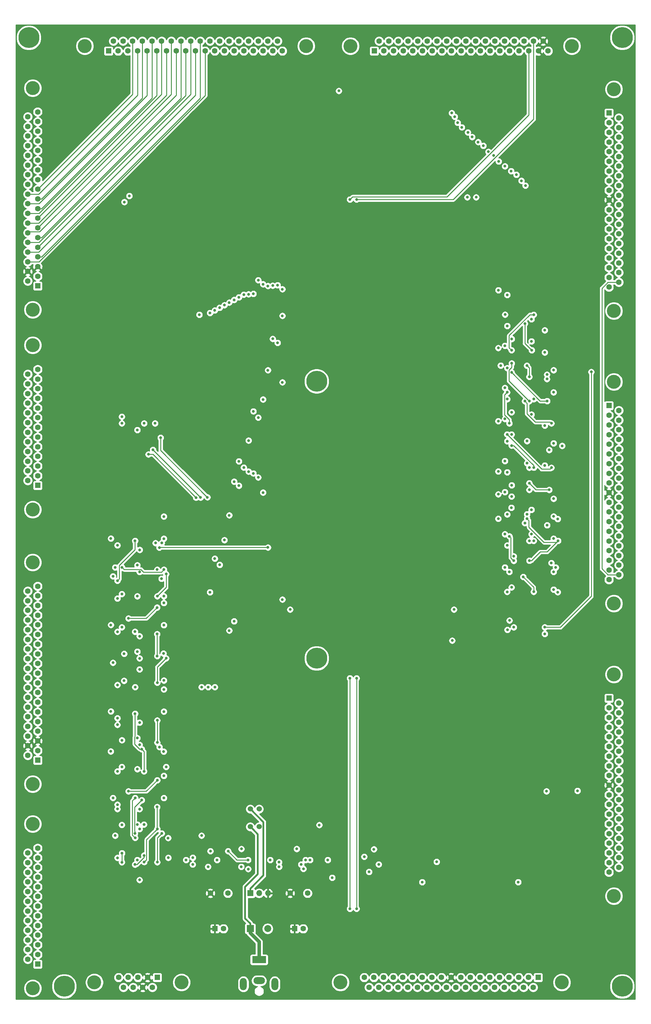
<source format=gbr>
G04 #@! TF.GenerationSoftware,KiCad,Pcbnew,5.1.5-52549c5~84~ubuntu18.04.1*
G04 #@! TF.CreationDate,2020-06-07T21:28:07-07:00*
G04 #@! TF.ProjectId,motherboard,6d6f7468-6572-4626-9f61-72642e6b6963,rev?*
G04 #@! TF.SameCoordinates,Original*
G04 #@! TF.FileFunction,Copper,L4,Bot*
G04 #@! TF.FilePolarity,Positive*
%FSLAX46Y46*%
G04 Gerber Fmt 4.6, Leading zero omitted, Abs format (unit mm)*
G04 Created by KiCad (PCBNEW 5.1.5-52549c5~84~ubuntu18.04.1) date 2020-06-07 21:28:07*
%MOMM*%
%LPD*%
G04 APERTURE LIST*
%ADD10C,1.524000*%
%ADD11C,4.000000*%
%ADD12C,1.600000*%
%ADD13R,1.600000X1.600000*%
%ADD14O,1.700000X1.700000*%
%ADD15R,1.700000X1.700000*%
%ADD16O,2.000000X3.500000*%
%ADD17O,3.300000X2.000000*%
%ADD18R,4.000000X2.000000*%
%ADD19C,2.000000*%
%ADD20R,2.000000X2.000000*%
%ADD21C,6.000000*%
%ADD22C,0.800000*%
%ADD23C,0.250000*%
%ADD24C,0.500000*%
%ADD25C,1.000000*%
%ADD26C,0.254000*%
G04 APERTURE END LIST*
D10*
X375920000Y-261620000D03*
X378460000Y-261620000D03*
X375920000Y-266700000D03*
X378460000Y-266700000D03*
D11*
X328460000Y-43030000D03*
X391960000Y-43030000D03*
D12*
X383755000Y-41610000D03*
X380985000Y-41610000D03*
X378215000Y-41610000D03*
X375445000Y-41610000D03*
X372675000Y-41610000D03*
X369905000Y-41610000D03*
X367135000Y-41610000D03*
X364365000Y-41610000D03*
X361595000Y-41610000D03*
X358825000Y-41610000D03*
X356055000Y-41610000D03*
X353285000Y-41610000D03*
X350515000Y-41610000D03*
X347745000Y-41610000D03*
X344975000Y-41610000D03*
X342205000Y-41610000D03*
X339435000Y-41610000D03*
X336665000Y-41610000D03*
X385140000Y-44450000D03*
X382370000Y-44450000D03*
X379600000Y-44450000D03*
X376830000Y-44450000D03*
X374060000Y-44450000D03*
X371290000Y-44450000D03*
X368520000Y-44450000D03*
X365750000Y-44450000D03*
X362980000Y-44450000D03*
X360210000Y-44450000D03*
X357440000Y-44450000D03*
X354670000Y-44450000D03*
X351900000Y-44450000D03*
X349130000Y-44450000D03*
X346360000Y-44450000D03*
X343590000Y-44450000D03*
X340820000Y-44450000D03*
X338050000Y-44450000D03*
D13*
X335280000Y-44450000D03*
D11*
X404660000Y-43030000D03*
X468160000Y-43030000D03*
D12*
X459955000Y-41610000D03*
X457185000Y-41610000D03*
X454415000Y-41610000D03*
X451645000Y-41610000D03*
X448875000Y-41610000D03*
X446105000Y-41610000D03*
X443335000Y-41610000D03*
X440565000Y-41610000D03*
X437795000Y-41610000D03*
X435025000Y-41610000D03*
X432255000Y-41610000D03*
X429485000Y-41610000D03*
X426715000Y-41610000D03*
X423945000Y-41610000D03*
X421175000Y-41610000D03*
X418405000Y-41610000D03*
X415635000Y-41610000D03*
X412865000Y-41610000D03*
X461340000Y-44450000D03*
X458570000Y-44450000D03*
X455800000Y-44450000D03*
X453030000Y-44450000D03*
X450260000Y-44450000D03*
X447490000Y-44450000D03*
X444720000Y-44450000D03*
X441950000Y-44450000D03*
X439180000Y-44450000D03*
X436410000Y-44450000D03*
X433640000Y-44450000D03*
X430870000Y-44450000D03*
X428100000Y-44450000D03*
X425330000Y-44450000D03*
X422560000Y-44450000D03*
X419790000Y-44450000D03*
X417020000Y-44450000D03*
X414250000Y-44450000D03*
D13*
X411480000Y-44450000D03*
D11*
X356210000Y-311300000D03*
X331210000Y-311300000D03*
D12*
X339555000Y-312720000D03*
X342325000Y-312720000D03*
X345095000Y-312720000D03*
X347865000Y-312720000D03*
X338170000Y-309880000D03*
X340940000Y-309880000D03*
X343710000Y-309880000D03*
X346480000Y-309880000D03*
D13*
X349250000Y-309880000D03*
D11*
X313540000Y-313000000D03*
X313540000Y-265900000D03*
D12*
X312120000Y-274215000D03*
X312120000Y-276985000D03*
X312120000Y-279755000D03*
X312120000Y-282525000D03*
X312120000Y-285295000D03*
X312120000Y-288065000D03*
X312120000Y-290835000D03*
X312120000Y-293605000D03*
X312120000Y-296375000D03*
X312120000Y-299145000D03*
X312120000Y-301915000D03*
X312120000Y-304685000D03*
X314960000Y-272830000D03*
X314960000Y-275600000D03*
X314960000Y-278370000D03*
X314960000Y-281140000D03*
X314960000Y-283910000D03*
X314960000Y-286680000D03*
X314960000Y-289450000D03*
X314960000Y-292220000D03*
X314960000Y-294990000D03*
X314960000Y-297760000D03*
X314960000Y-300530000D03*
X314960000Y-303300000D03*
D13*
X314960000Y-306070000D03*
D11*
X313540000Y-254470000D03*
X313540000Y-190970000D03*
D12*
X312120000Y-199175000D03*
X312120000Y-201945000D03*
X312120000Y-204715000D03*
X312120000Y-207485000D03*
X312120000Y-210255000D03*
X312120000Y-213025000D03*
X312120000Y-215795000D03*
X312120000Y-218565000D03*
X312120000Y-221335000D03*
X312120000Y-224105000D03*
X312120000Y-226875000D03*
X312120000Y-229645000D03*
X312120000Y-232415000D03*
X312120000Y-235185000D03*
X312120000Y-237955000D03*
X312120000Y-240725000D03*
X312120000Y-243495000D03*
X312120000Y-246265000D03*
X314960000Y-197790000D03*
X314960000Y-200560000D03*
X314960000Y-203330000D03*
X314960000Y-206100000D03*
X314960000Y-208870000D03*
X314960000Y-211640000D03*
X314960000Y-214410000D03*
X314960000Y-217180000D03*
X314960000Y-219950000D03*
X314960000Y-222720000D03*
X314960000Y-225490000D03*
X314960000Y-228260000D03*
X314960000Y-231030000D03*
X314960000Y-233800000D03*
X314960000Y-236570000D03*
X314960000Y-239340000D03*
X314960000Y-242110000D03*
X314960000Y-244880000D03*
D13*
X314960000Y-247650000D03*
D11*
X313540000Y-175840000D03*
X313540000Y-128740000D03*
D12*
X312120000Y-137055000D03*
X312120000Y-139825000D03*
X312120000Y-142595000D03*
X312120000Y-145365000D03*
X312120000Y-148135000D03*
X312120000Y-150905000D03*
X312120000Y-153675000D03*
X312120000Y-156445000D03*
X312120000Y-159215000D03*
X312120000Y-161985000D03*
X312120000Y-164755000D03*
X312120000Y-167525000D03*
X314960000Y-135670000D03*
X314960000Y-138440000D03*
X314960000Y-141210000D03*
X314960000Y-143980000D03*
X314960000Y-146750000D03*
X314960000Y-149520000D03*
X314960000Y-152290000D03*
X314960000Y-155060000D03*
X314960000Y-157830000D03*
X314960000Y-160600000D03*
X314960000Y-163370000D03*
X314960000Y-166140000D03*
D13*
X314960000Y-168910000D03*
D11*
X313540000Y-118580000D03*
X313540000Y-55080000D03*
D12*
X312120000Y-63285000D03*
X312120000Y-66055000D03*
X312120000Y-68825000D03*
X312120000Y-71595000D03*
X312120000Y-74365000D03*
X312120000Y-77135000D03*
X312120000Y-79905000D03*
X312120000Y-82675000D03*
X312120000Y-85445000D03*
X312120000Y-88215000D03*
X312120000Y-90985000D03*
X312120000Y-93755000D03*
X312120000Y-96525000D03*
X312120000Y-99295000D03*
X312120000Y-102065000D03*
X312120000Y-104835000D03*
X312120000Y-107605000D03*
X312120000Y-110375000D03*
X314960000Y-61900000D03*
X314960000Y-64670000D03*
X314960000Y-67440000D03*
X314960000Y-70210000D03*
X314960000Y-72980000D03*
X314960000Y-75750000D03*
X314960000Y-78520000D03*
X314960000Y-81290000D03*
X314960000Y-84060000D03*
X314960000Y-86830000D03*
X314960000Y-89600000D03*
X314960000Y-92370000D03*
X314960000Y-95140000D03*
X314960000Y-97910000D03*
X314960000Y-100680000D03*
X314960000Y-103450000D03*
X314960000Y-106220000D03*
X314960000Y-108990000D03*
D13*
X314960000Y-111760000D03*
D11*
X465290000Y-311300000D03*
X401790000Y-311300000D03*
D12*
X409995000Y-312720000D03*
X412765000Y-312720000D03*
X415535000Y-312720000D03*
X418305000Y-312720000D03*
X421075000Y-312720000D03*
X423845000Y-312720000D03*
X426615000Y-312720000D03*
X429385000Y-312720000D03*
X432155000Y-312720000D03*
X434925000Y-312720000D03*
X437695000Y-312720000D03*
X440465000Y-312720000D03*
X443235000Y-312720000D03*
X446005000Y-312720000D03*
X448775000Y-312720000D03*
X451545000Y-312720000D03*
X454315000Y-312720000D03*
X457085000Y-312720000D03*
X408610000Y-309880000D03*
X411380000Y-309880000D03*
X414150000Y-309880000D03*
X416920000Y-309880000D03*
X419690000Y-309880000D03*
X422460000Y-309880000D03*
X425230000Y-309880000D03*
X428000000Y-309880000D03*
X430770000Y-309880000D03*
X433540000Y-309880000D03*
X436310000Y-309880000D03*
X439080000Y-309880000D03*
X441850000Y-309880000D03*
X444620000Y-309880000D03*
X447390000Y-309880000D03*
X450160000Y-309880000D03*
X452930000Y-309880000D03*
X455700000Y-309880000D03*
D13*
X458470000Y-309880000D03*
D11*
X480210000Y-223050000D03*
X480210000Y-286550000D03*
D12*
X481630000Y-278345000D03*
X481630000Y-275575000D03*
X481630000Y-272805000D03*
X481630000Y-270035000D03*
X481630000Y-267265000D03*
X481630000Y-264495000D03*
X481630000Y-261725000D03*
X481630000Y-258955000D03*
X481630000Y-256185000D03*
X481630000Y-253415000D03*
X481630000Y-250645000D03*
X481630000Y-247875000D03*
X481630000Y-245105000D03*
X481630000Y-242335000D03*
X481630000Y-239565000D03*
X481630000Y-236795000D03*
X481630000Y-234025000D03*
X481630000Y-231255000D03*
X478790000Y-279730000D03*
X478790000Y-276960000D03*
X478790000Y-274190000D03*
X478790000Y-271420000D03*
X478790000Y-268650000D03*
X478790000Y-265880000D03*
X478790000Y-263110000D03*
X478790000Y-260340000D03*
X478790000Y-257570000D03*
X478790000Y-254800000D03*
X478790000Y-252030000D03*
X478790000Y-249260000D03*
X478790000Y-246490000D03*
X478790000Y-243720000D03*
X478790000Y-240950000D03*
X478790000Y-238180000D03*
X478790000Y-235410000D03*
X478790000Y-232640000D03*
D13*
X478790000Y-229870000D03*
D11*
X480210000Y-55410000D03*
X480210000Y-118910000D03*
D12*
X481630000Y-110705000D03*
X481630000Y-107935000D03*
X481630000Y-105165000D03*
X481630000Y-102395000D03*
X481630000Y-99625000D03*
X481630000Y-96855000D03*
X481630000Y-94085000D03*
X481630000Y-91315000D03*
X481630000Y-88545000D03*
X481630000Y-85775000D03*
X481630000Y-83005000D03*
X481630000Y-80235000D03*
X481630000Y-77465000D03*
X481630000Y-74695000D03*
X481630000Y-71925000D03*
X481630000Y-69155000D03*
X481630000Y-66385000D03*
X481630000Y-63615000D03*
X478790000Y-112090000D03*
X478790000Y-109320000D03*
X478790000Y-106550000D03*
X478790000Y-103780000D03*
X478790000Y-101010000D03*
X478790000Y-98240000D03*
X478790000Y-95470000D03*
X478790000Y-92700000D03*
X478790000Y-89930000D03*
X478790000Y-87160000D03*
X478790000Y-84390000D03*
X478790000Y-81620000D03*
X478790000Y-78850000D03*
X478790000Y-76080000D03*
X478790000Y-73310000D03*
X478790000Y-70540000D03*
X478790000Y-67770000D03*
X478790000Y-65000000D03*
D13*
X478790000Y-62230000D03*
D11*
X480210000Y-139230000D03*
X480210000Y-202730000D03*
D12*
X481630000Y-194525000D03*
X481630000Y-191755000D03*
X481630000Y-188985000D03*
X481630000Y-186215000D03*
X481630000Y-183445000D03*
X481630000Y-180675000D03*
X481630000Y-177905000D03*
X481630000Y-175135000D03*
X481630000Y-172365000D03*
X481630000Y-169595000D03*
X481630000Y-166825000D03*
X481630000Y-164055000D03*
X481630000Y-161285000D03*
X481630000Y-158515000D03*
X481630000Y-155745000D03*
X481630000Y-152975000D03*
X481630000Y-150205000D03*
X481630000Y-147435000D03*
X478790000Y-195910000D03*
X478790000Y-193140000D03*
X478790000Y-190370000D03*
X478790000Y-187600000D03*
X478790000Y-184830000D03*
X478790000Y-182060000D03*
X478790000Y-179290000D03*
X478790000Y-176520000D03*
X478790000Y-173750000D03*
X478790000Y-170980000D03*
X478790000Y-168210000D03*
X478790000Y-165440000D03*
X478790000Y-162670000D03*
X478790000Y-159900000D03*
X478790000Y-157130000D03*
X478790000Y-154360000D03*
X478790000Y-151590000D03*
X478790000Y-148820000D03*
D13*
X478790000Y-146050000D03*
D14*
X381000000Y-285750000D03*
X378460000Y-285750000D03*
D15*
X375920000Y-285750000D03*
D16*
X382960000Y-311800000D03*
X373960000Y-311800000D03*
D17*
X378460000Y-310800000D03*
D18*
X378460000Y-304800000D03*
D12*
X392350000Y-285750000D03*
X387350000Y-285750000D03*
X369490000Y-285750000D03*
X364490000Y-285750000D03*
X391120000Y-295910000D03*
D13*
X388620000Y-295910000D03*
D12*
X368260000Y-295910000D03*
D13*
X365760000Y-295910000D03*
D19*
X380920000Y-295910000D03*
D20*
X375920000Y-295910000D03*
D21*
X482600000Y-40640000D03*
X312420000Y-40640000D03*
X482600000Y-312420000D03*
X322580000Y-312420000D03*
X394970000Y-139065000D03*
X394970000Y-218440000D03*
D22*
X452755000Y-282575000D03*
X404495000Y-86995000D03*
X404495000Y-224155000D03*
X404495000Y-290195000D03*
X462915000Y-193675000D03*
X449610000Y-177195000D03*
X462915000Y-172720000D03*
X449610000Y-156240000D03*
X460375000Y-151765000D03*
X449610000Y-135285000D03*
X460375000Y-130810000D03*
X449610000Y-114330000D03*
X335945000Y-184120000D03*
X434340000Y-204470000D03*
X387350000Y-204470000D03*
X350520000Y-185420000D03*
X433832000Y-213360000D03*
X350475000Y-195625000D03*
X335945000Y-208885000D03*
X344170000Y-221615000D03*
X335945000Y-233650000D03*
X351110000Y-245155000D03*
X336550000Y-258445000D03*
X352380000Y-269920000D03*
X460375000Y-211455000D03*
X462915000Y-198755000D03*
X449610000Y-186085000D03*
X462915000Y-177800000D03*
X449610000Y-165130000D03*
X462915000Y-156845000D03*
X449610000Y-144175000D03*
X462915000Y-135890000D03*
X449610000Y-123220000D03*
X460330000Y-112985000D03*
X460330000Y-119970000D03*
X460330000Y-126955000D03*
X460330000Y-133940000D03*
X460330000Y-140925000D03*
X460330000Y-147910000D03*
X460330000Y-154895000D03*
X460330000Y-161880000D03*
X460330000Y-168865000D03*
X460330000Y-175850000D03*
X460330000Y-182835000D03*
X460330000Y-189820000D03*
X339770000Y-179115000D03*
X339770000Y-278175000D03*
X339770000Y-269920000D03*
X339770000Y-261665000D03*
X339770000Y-253410000D03*
X339770000Y-245155000D03*
X339770000Y-236900000D03*
X339770000Y-228645000D03*
X339770000Y-220390000D03*
X339770000Y-212135000D03*
X339770000Y-203880000D03*
X339770000Y-195625000D03*
X339770000Y-187370000D03*
X460330000Y-196805000D03*
X397256000Y-259588000D03*
X464315000Y-259210000D03*
X386080000Y-272415000D03*
X395605000Y-270510000D03*
X367665000Y-273050000D03*
X347345000Y-147955000D03*
X460330000Y-207600000D03*
X375920000Y-272796000D03*
X336550000Y-194945000D03*
X351155000Y-200660000D03*
X336550000Y-219710000D03*
X351155000Y-224790000D03*
X335915000Y-245110000D03*
X351790000Y-249555000D03*
X337185000Y-269240000D03*
X352410000Y-275575000D03*
X452225000Y-79905000D03*
X448950000Y-77465000D03*
X445700000Y-74365000D03*
X442755000Y-71595000D03*
X439550001Y-69084999D03*
X436605001Y-66314999D03*
X434555000Y-63285000D03*
X460375000Y-209550000D03*
X473710000Y-136398000D03*
X453685000Y-81620000D03*
X450740000Y-78850000D03*
X447160000Y-76080000D03*
X444215000Y-73310000D03*
X441270000Y-70540000D03*
X438325000Y-67770000D03*
X435380000Y-65000000D03*
X433705000Y-62230000D03*
X399415000Y-281305000D03*
X469770000Y-256410000D03*
X440690000Y-86360000D03*
X339815001Y-87720001D03*
X460880000Y-256540000D03*
X438150000Y-86360000D03*
X341230001Y-85960001D03*
X395731000Y-266193000D03*
X456565000Y-127635000D03*
X383755000Y-128055000D03*
X383755000Y-111545000D03*
X380985000Y-186690000D03*
X349855000Y-186720000D03*
X345504999Y-276795001D03*
X349250000Y-267335000D03*
X349220000Y-261015000D03*
X337820000Y-261620000D03*
X339090000Y-249555000D03*
X425230000Y-282575000D03*
X349250000Y-242570000D03*
X349250000Y-236220000D03*
X337820000Y-237490000D03*
X339725000Y-224875000D03*
X349235000Y-217790000D03*
X342860000Y-210820000D03*
X349220000Y-211485000D03*
X339090000Y-200025000D03*
X349235000Y-193025000D03*
X380985000Y-135905000D03*
X447735001Y-134559999D03*
X380985000Y-111775000D03*
X456565000Y-148590000D03*
X378215000Y-149470000D03*
X378215000Y-166615000D03*
X378215000Y-110100000D03*
X455295000Y-156210000D03*
X375445000Y-156050000D03*
X375445000Y-164940000D03*
X375445000Y-114140000D03*
X455945000Y-170165000D03*
X372675000Y-168980000D03*
X372675000Y-161995000D03*
X372675000Y-115005000D03*
X455295000Y-177165000D03*
X369905000Y-177465000D03*
X449670001Y-210275001D03*
X369905000Y-210485000D03*
X369905000Y-116505000D03*
X462265000Y-191120000D03*
X367135000Y-191665000D03*
X373380000Y-273050000D03*
X411380000Y-273150000D03*
X367135000Y-118005000D03*
X449595000Y-199405000D03*
X364365000Y-199515000D03*
X359440000Y-275560000D03*
X408610000Y-275285000D03*
X364365000Y-119505000D03*
X457200000Y-199390000D03*
X454195000Y-195115000D03*
X385140000Y-201600000D03*
X457200000Y-120015000D03*
X385140000Y-120320000D03*
X451485000Y-190500000D03*
X450245000Y-183485000D03*
X456565000Y-182880000D03*
X450850000Y-172085000D03*
X450850000Y-172085000D03*
X461055001Y-180300001D03*
X447040000Y-164903002D03*
X461645000Y-158750000D03*
X450215000Y-151130000D03*
X449580000Y-142240000D03*
X461010000Y-138430000D03*
X450850000Y-130175000D03*
X389255000Y-273050000D03*
X429385000Y-276735000D03*
X451485000Y-209550000D03*
X385140000Y-139370000D03*
X385140000Y-112700000D03*
X450895000Y-126955000D03*
X382370000Y-126900000D03*
X382370000Y-111660000D03*
X457230000Y-144175000D03*
X379600000Y-144275000D03*
X379600000Y-170945000D03*
X379600000Y-111255000D03*
X450850000Y-147955000D03*
X376830000Y-147680000D03*
X376830000Y-165460000D03*
X376830000Y-114025000D03*
X455930000Y-163830000D03*
X374060000Y-163785000D03*
X374060000Y-114255000D03*
X450895000Y-168865000D03*
X371290000Y-167825000D03*
X450260000Y-207600000D03*
X371290000Y-207830000D03*
X371290000Y-115755000D03*
X455930000Y-184785000D03*
X368520000Y-184565000D03*
X390510000Y-277510000D03*
X412765000Y-277480000D03*
X368520000Y-117255000D03*
X451485000Y-189230000D03*
X365750000Y-189875000D03*
X359425000Y-277510000D03*
X409995000Y-279615000D03*
X365750000Y-118755000D03*
X448945000Y-192405000D03*
X462900000Y-184135000D03*
X448945000Y-170815000D03*
X460375000Y-163180000D03*
X448945000Y-149860000D03*
X462900000Y-142225000D03*
X448945000Y-128905000D03*
X456580000Y-121270000D03*
X464094999Y-199480001D03*
X448945000Y-182880000D03*
X464094999Y-178525001D03*
X448945000Y-161925000D03*
X465364999Y-157570001D03*
X448945000Y-140970000D03*
X461010000Y-137160000D03*
X448990000Y-119970000D03*
X343535000Y-266065000D03*
X351140000Y-252110000D03*
X343535000Y-241300000D03*
X351140000Y-227345000D03*
X343535000Y-216535000D03*
X351140000Y-202580000D03*
X343535000Y-191770000D03*
X351140000Y-177815000D03*
X343535000Y-276225000D03*
X351140000Y-258460000D03*
X343535000Y-250190000D03*
X351140000Y-233695000D03*
X342900000Y-226695000D03*
X351140000Y-208930000D03*
X343535000Y-200660000D03*
X351140000Y-184165000D03*
X361950000Y-226695000D03*
X339090000Y-151130000D03*
X361950000Y-269240000D03*
X346710000Y-160020000D03*
X360362500Y-172402500D03*
X363855000Y-226695000D03*
X339090000Y-149225000D03*
X357505000Y-276225000D03*
X348014657Y-158715343D03*
X361667158Y-172367842D03*
X398145000Y-276225000D03*
X337835000Y-186070000D03*
X344185000Y-193690000D03*
X337835000Y-210835000D03*
X344185000Y-218455000D03*
X337835000Y-235600000D03*
X344185000Y-243220000D03*
X337835000Y-260365000D03*
X344185000Y-267350000D03*
X344215000Y-187370000D03*
X337835000Y-201310000D03*
X344185000Y-212105000D03*
X337835000Y-226075000D03*
X344185000Y-236870000D03*
X337835000Y-250840000D03*
X344185000Y-261635000D03*
X337835000Y-275605000D03*
X406400000Y-86995000D03*
X406400000Y-224155000D03*
X406400000Y-290195000D03*
X345470000Y-274925000D03*
X342870000Y-277525000D03*
X339135000Y-274275000D03*
X339105000Y-276875000D03*
X350520000Y-268605000D03*
X349250000Y-276860000D03*
X342900000Y-258445000D03*
X345455000Y-250810000D03*
X342900000Y-269875000D03*
X344805000Y-244475000D03*
X342885000Y-234300000D03*
X349250000Y-225425000D03*
X351790000Y-218440000D03*
X339105000Y-209535000D03*
X351790000Y-194310000D03*
X349250000Y-200660000D03*
X337820000Y-196215000D03*
X342885000Y-184770000D03*
X342830000Y-268605000D03*
X344820000Y-259065000D03*
X339090000Y-266165000D03*
X345440000Y-266065000D03*
X349250000Y-253365000D03*
X340995000Y-256540000D03*
X339120000Y-241905000D03*
X349870000Y-243855000D03*
X339755000Y-217140000D03*
X351041501Y-217056501D03*
X349205000Y-203880000D03*
X340995000Y-207010000D03*
X348745000Y-185420000D03*
X337185000Y-192405000D03*
X339120000Y-192375000D03*
X351155000Y-193040000D03*
X463535000Y-192420000D03*
X450215000Y-193675000D03*
X457200000Y-184785000D03*
X450807500Y-175302500D03*
X454660000Y-179705000D03*
X456565000Y-175895000D03*
X461645000Y-170180000D03*
X455930000Y-168275000D03*
X462280000Y-163830000D03*
X449580000Y-154305000D03*
X455295000Y-162560000D03*
X450850000Y-154305000D03*
X462280000Y-151130000D03*
X454660000Y-144780000D03*
X455265000Y-134590000D03*
X455930000Y-137795000D03*
X455930000Y-144780000D03*
X450895000Y-133940000D03*
X456635000Y-130175000D03*
X454660000Y-122555000D03*
X460375000Y-124460000D03*
X447085000Y-112985000D03*
X366410000Y-276210000D03*
X363825000Y-278160000D03*
X369570000Y-273685000D03*
X375300000Y-276210000D03*
X365760000Y-226695000D03*
X348615000Y-151130000D03*
X364490000Y-273685000D03*
X350202500Y-155257500D03*
X363639999Y-172300001D03*
X375330000Y-278810000D03*
X384205000Y-278160000D03*
X381635000Y-276225000D03*
X373350000Y-278160000D03*
X391795000Y-276225000D03*
X384175000Y-276860000D03*
X393080000Y-276210000D03*
X391160000Y-278765000D03*
X345495000Y-151130000D03*
X343535000Y-153035000D03*
X454840000Y-83005000D03*
X401320000Y-55880000D03*
X344170000Y-281940000D03*
X450865000Y-198105000D03*
X455960000Y-190470000D03*
X464185000Y-184785000D03*
X455280000Y-178450000D03*
X447055000Y-178450000D03*
X447040000Y-171450000D03*
X450865000Y-157495000D03*
X457227500Y-163802500D03*
X447040000Y-150495000D03*
X450865000Y-136540000D03*
X461055001Y-144734999D03*
X447040000Y-129540000D03*
X361315000Y-120015000D03*
D23*
X480498630Y-110705000D02*
X481630000Y-110705000D01*
X478509998Y-110705000D02*
X480498630Y-110705000D01*
X476764999Y-112449999D02*
X478509998Y-110705000D01*
X476764999Y-192780001D02*
X476764999Y-112449999D01*
X478509998Y-194525000D02*
X476764999Y-192780001D01*
X481630000Y-194525000D02*
X478509998Y-194525000D01*
X404495000Y-224155000D02*
X404495000Y-290195000D01*
X404495000Y-290195000D02*
X404495000Y-290195000D01*
X404894999Y-86595001D02*
X404495000Y-86995000D01*
X405220001Y-86269999D02*
X404894999Y-86595001D01*
X432328003Y-86269999D02*
X405220001Y-86269999D01*
X455800000Y-62798002D02*
X432328003Y-86269999D01*
X455800000Y-44450000D02*
X455800000Y-62798002D01*
X473710000Y-200660000D02*
X473710000Y-174625000D01*
X464820000Y-209550000D02*
X473710000Y-200660000D01*
X460375000Y-209550000D02*
X462280000Y-209550000D01*
X461645000Y-209550000D02*
X462280000Y-209550000D01*
X462280000Y-209550000D02*
X464820000Y-209550000D01*
X473710000Y-174625000D02*
X473710000Y-136398000D01*
X473710000Y-136398000D02*
X473710000Y-136398000D01*
X348850001Y-267734999D02*
X349250000Y-267335000D01*
X346195001Y-270389999D02*
X348850001Y-267734999D01*
X346195001Y-276104999D02*
X346195001Y-270389999D01*
X345504999Y-276795001D02*
X346195001Y-276104999D01*
X349220000Y-267305000D02*
X349250000Y-267335000D01*
X349220000Y-261015000D02*
X349220000Y-267305000D01*
X349250000Y-242570000D02*
X349250000Y-236220000D01*
X349235000Y-211500000D02*
X349220000Y-211485000D01*
X349235000Y-217790000D02*
X349235000Y-211500000D01*
X349885000Y-186690000D02*
X349855000Y-186720000D01*
X380985000Y-186690000D02*
X349885000Y-186690000D01*
X457200000Y-198120000D02*
X454195000Y-195115000D01*
X457200000Y-199390000D02*
X457200000Y-198120000D01*
X451085001Y-190100001D02*
X451485000Y-190500000D01*
X450644999Y-189659999D02*
X451085001Y-190100001D01*
X450644999Y-183884999D02*
X450644999Y-189659999D01*
X450245000Y-183485000D02*
X450644999Y-183884999D01*
X450215000Y-150564315D02*
X450215000Y-151130000D01*
X450215000Y-150056998D02*
X450215000Y-150564315D01*
X448884999Y-148726997D02*
X450215000Y-150056998D01*
X448884999Y-142935001D02*
X448884999Y-148726997D01*
X449580000Y-142240000D02*
X448884999Y-142935001D01*
X456126998Y-120015000D02*
X456634315Y-120015000D01*
X450169999Y-125971999D02*
X456126998Y-120015000D01*
X456634315Y-120015000D02*
X457200000Y-120015000D01*
X450169999Y-129494999D02*
X450169999Y-125971999D01*
X450850000Y-130175000D02*
X450169999Y-129494999D01*
X343590000Y-45581370D02*
X343590000Y-44450000D01*
X343590000Y-57095002D02*
X343590000Y-45581370D01*
X315240002Y-85445000D02*
X343590000Y-57095002D01*
X312120000Y-85445000D02*
X315240002Y-85445000D01*
X346360000Y-45581370D02*
X346360000Y-44450000D01*
X346360000Y-57197780D02*
X346360000Y-45581370D01*
X315342780Y-88215000D02*
X346360000Y-57197780D01*
X312120000Y-88215000D02*
X315342780Y-88215000D01*
X349130000Y-45581370D02*
X349130000Y-44450000D01*
X349130000Y-57197780D02*
X349130000Y-45581370D01*
X315342780Y-90985000D02*
X349130000Y-57197780D01*
X312120000Y-90985000D02*
X315342780Y-90985000D01*
X351900000Y-45581370D02*
X351900000Y-44450000D01*
X351900000Y-57095002D02*
X351900000Y-45581370D01*
X315240002Y-93755000D02*
X351900000Y-57095002D01*
X312120000Y-93755000D02*
X315240002Y-93755000D01*
X354670000Y-45581370D02*
X354670000Y-44450000D01*
X315500001Y-96265001D02*
X354670000Y-57095002D01*
X354670000Y-57095002D02*
X354670000Y-45581370D01*
X312379999Y-96265001D02*
X315500001Y-96265001D01*
X312120000Y-96525000D02*
X312379999Y-96265001D01*
X357440000Y-57197780D02*
X357440000Y-45581370D01*
X315342780Y-99295000D02*
X357440000Y-57197780D01*
X357440000Y-45581370D02*
X357440000Y-44450000D01*
X312120000Y-99295000D02*
X315342780Y-99295000D01*
X360210000Y-57095002D02*
X360210000Y-45581370D01*
X315240002Y-102065000D02*
X360210000Y-57095002D01*
X360210000Y-45581370D02*
X360210000Y-44450000D01*
X312120000Y-102065000D02*
X315240002Y-102065000D01*
X362980000Y-57197780D02*
X362980000Y-45581370D01*
X362980000Y-45581370D02*
X362980000Y-44450000D01*
X315342780Y-104835000D02*
X362980000Y-57197780D01*
X312120000Y-104835000D02*
X315342780Y-104835000D01*
X342205000Y-56815000D02*
X342205000Y-41610000D01*
X314960000Y-84060000D02*
X342205000Y-56815000D01*
X344975000Y-57946370D02*
X344975000Y-42741370D01*
X344975000Y-42741370D02*
X344975000Y-41610000D01*
X316091370Y-86830000D02*
X344975000Y-57946370D01*
X314960000Y-86830000D02*
X316091370Y-86830000D01*
X347745000Y-42741370D02*
X347745000Y-41610000D01*
X316091370Y-89600000D02*
X347745000Y-57946370D01*
X347745000Y-57946370D02*
X347745000Y-42741370D01*
X314960000Y-89600000D02*
X316091370Y-89600000D01*
X350515000Y-56815000D02*
X350515000Y-41610000D01*
X314960000Y-92370000D02*
X350515000Y-56815000D01*
X353285000Y-56815000D02*
X353285000Y-41610000D01*
X314960000Y-95140000D02*
X353285000Y-56815000D01*
X356055000Y-42741370D02*
X356055000Y-41610000D01*
X356055000Y-57946370D02*
X356055000Y-42741370D01*
X316091370Y-97910000D02*
X356055000Y-57946370D01*
X314960000Y-97910000D02*
X316091370Y-97910000D01*
X358825000Y-56815000D02*
X358825000Y-41610000D01*
X314960000Y-100680000D02*
X358825000Y-56815000D01*
X361595000Y-42741370D02*
X361595000Y-41610000D01*
X361595000Y-57946370D02*
X361595000Y-42741370D01*
X316091370Y-103450000D02*
X361595000Y-57946370D01*
X314960000Y-103450000D02*
X316091370Y-103450000D01*
X347980000Y-160020000D02*
X360362500Y-172402500D01*
X346710000Y-160020000D02*
X347980000Y-160020000D01*
X348414658Y-159115342D02*
X361667158Y-172367842D01*
X348014657Y-158715343D02*
X348414658Y-159115342D01*
X406400000Y-224155000D02*
X406400000Y-290195000D01*
X406400000Y-290195000D02*
X406400000Y-290195000D01*
X457185000Y-42741370D02*
X457185000Y-41610000D01*
X434143002Y-86995000D02*
X457185000Y-63953002D01*
X457185000Y-63953002D02*
X457185000Y-42741370D01*
X406400000Y-86995000D02*
X434143002Y-86995000D01*
D24*
X375920000Y-284400000D02*
X375920000Y-285750000D01*
X379672001Y-280647999D02*
X375920000Y-284400000D01*
X379672001Y-265372001D02*
X379672001Y-280647999D01*
X375920000Y-261620000D02*
X379672001Y-265372001D01*
D23*
X345470000Y-275490685D02*
X345470000Y-274925000D01*
X343435685Y-277525000D02*
X345470000Y-275490685D01*
X342870000Y-277525000D02*
X343435685Y-277525000D01*
X339135000Y-276845000D02*
X339105000Y-276875000D01*
X339135000Y-274275000D02*
X339135000Y-276845000D01*
X349250000Y-269875000D02*
X350520000Y-268605000D01*
X349250000Y-276860000D02*
X349250000Y-269875000D01*
X342500001Y-258844999D02*
X342900000Y-258445000D01*
X342104999Y-259240001D02*
X342500001Y-258844999D01*
X342104999Y-269079999D02*
X342104999Y-259240001D01*
X342900000Y-269875000D02*
X342104999Y-269079999D01*
X345455000Y-245125000D02*
X344805000Y-244475000D01*
X345455000Y-250810000D02*
X345455000Y-245125000D01*
X344239315Y-244475000D02*
X344805000Y-244475000D01*
X342809999Y-243045684D02*
X344239315Y-244475000D01*
X342809999Y-240951999D02*
X342809999Y-243045684D01*
X342885000Y-240876998D02*
X342809999Y-240951999D01*
X342885000Y-234300000D02*
X342885000Y-240876998D01*
X349250000Y-220980000D02*
X351790000Y-218440000D01*
X349250000Y-225425000D02*
X349250000Y-220980000D01*
X351790000Y-198120000D02*
X349250000Y-200660000D01*
X351790000Y-194310000D02*
X351790000Y-198120000D01*
X338394999Y-195640001D02*
X338394999Y-191830001D01*
X337820000Y-196215000D02*
X338394999Y-195640001D01*
X342885000Y-187340000D02*
X342885000Y-184770000D01*
X338394999Y-191830001D02*
X342885000Y-187340000D01*
X342809999Y-268019314D02*
X342809999Y-261075001D01*
X342809999Y-261075001D02*
X344420001Y-259464999D01*
X342830000Y-268039315D02*
X342809999Y-268019314D01*
X344420001Y-259464999D02*
X344820000Y-259065000D01*
X342830000Y-268605000D02*
X342830000Y-268039315D01*
X346075000Y-256540000D02*
X349250000Y-253365000D01*
X340995000Y-256540000D02*
X346075000Y-256540000D01*
X346075000Y-207010000D02*
X349205000Y-203880000D01*
X340995000Y-207010000D02*
X346075000Y-207010000D01*
X344533001Y-192964999D02*
X339709999Y-192964999D01*
X345318003Y-193750001D02*
X344533001Y-192964999D01*
X350444999Y-193750001D02*
X345318003Y-193750001D01*
X339519999Y-192774999D02*
X339120000Y-192375000D01*
X339709999Y-192964999D02*
X339519999Y-192774999D01*
X351155000Y-193040000D02*
X350444999Y-193750001D01*
X457835000Y-170180000D02*
X461645000Y-170180000D01*
X455930000Y-168275000D02*
X457835000Y-170180000D01*
X459504999Y-164229999D02*
X461880001Y-164229999D01*
X461880001Y-164229999D02*
X462280000Y-163830000D01*
X449580000Y-154305000D02*
X459504999Y-164229999D01*
X461880001Y-150730001D02*
X462280000Y-151130000D01*
X457631999Y-150730001D02*
X461880001Y-150730001D01*
X455295000Y-148393002D02*
X457631999Y-150730001D01*
X455295000Y-145415000D02*
X454660000Y-144780000D01*
X455295000Y-148393002D02*
X455295000Y-145415000D01*
X455930000Y-135255000D02*
X455265000Y-134590000D01*
X455930000Y-137795000D02*
X455930000Y-135255000D01*
X455530001Y-144380001D02*
X455930000Y-144780000D01*
X450139999Y-138989999D02*
X455530001Y-144380001D01*
X450139999Y-135828003D02*
X450139999Y-138989999D01*
X450895000Y-135073002D02*
X450139999Y-135828003D01*
X450895000Y-133940000D02*
X450895000Y-135073002D01*
X454660000Y-128200000D02*
X456635000Y-130175000D01*
X454660000Y-122555000D02*
X454660000Y-128200000D01*
X372095000Y-276210000D02*
X369570000Y-273685000D01*
X375300000Y-276210000D02*
X372095000Y-276210000D01*
X350202500Y-158862502D02*
X363639999Y-172300001D01*
X350202500Y-155257500D02*
X350202500Y-158862502D01*
X455960000Y-190470000D02*
X456595000Y-190470000D01*
X456595000Y-190470000D02*
X459105000Y-187960000D01*
X461010000Y-187960000D02*
X464185000Y-184785000D01*
X459105000Y-187960000D02*
X461010000Y-187960000D01*
X463785001Y-185184999D02*
X464185000Y-184785000D01*
X460139999Y-185184999D02*
X463785001Y-185184999D01*
X455839999Y-180884999D02*
X460139999Y-185184999D01*
X455280000Y-178450000D02*
X455839999Y-179009999D01*
X455839999Y-179009999D02*
X455839999Y-180884999D01*
X450920000Y-157495000D02*
X450865000Y-157495000D01*
X451430685Y-157495000D02*
X450865000Y-157495000D01*
X451485685Y-157495000D02*
X451430685Y-157495000D01*
X457227500Y-163236815D02*
X451485685Y-157495000D01*
X457227500Y-163802500D02*
X457227500Y-163236815D01*
X459059999Y-144734999D02*
X450865000Y-136540000D01*
X461055001Y-144734999D02*
X459059999Y-144734999D01*
D25*
X378460000Y-304800000D02*
X378460000Y-299720000D01*
X378460000Y-299720000D02*
X375920000Y-297180000D01*
X375920000Y-297180000D02*
X375920000Y-295910000D01*
D24*
X374479999Y-292969999D02*
X374479999Y-283888001D01*
X375920000Y-295910000D02*
X375920000Y-294410000D01*
X375920000Y-294410000D02*
X374479999Y-292969999D01*
X376681999Y-267461999D02*
X375920000Y-266700000D01*
X378040001Y-268820001D02*
X376681999Y-267461999D01*
X378040001Y-280327999D02*
X378040001Y-268820001D01*
X374479999Y-283888001D02*
X378040001Y-280327999D01*
D26*
G36*
X486283000Y-316103000D02*
G01*
X308737000Y-316103000D01*
X308737000Y-312740475D01*
X310905000Y-312740475D01*
X310905000Y-313259525D01*
X311006261Y-313768601D01*
X311204893Y-314248141D01*
X311493262Y-314679715D01*
X311860285Y-315046738D01*
X312291859Y-315335107D01*
X312771399Y-315533739D01*
X313280475Y-315635000D01*
X313799525Y-315635000D01*
X314308601Y-315533739D01*
X314788141Y-315335107D01*
X315219715Y-315046738D01*
X315586738Y-314679715D01*
X315875107Y-314248141D01*
X316073739Y-313768601D01*
X316175000Y-313259525D01*
X316175000Y-312740475D01*
X316073739Y-312231399D01*
X316003565Y-312061984D01*
X318945000Y-312061984D01*
X318945000Y-312778016D01*
X319084691Y-313480290D01*
X319358705Y-314141818D01*
X319756511Y-314737177D01*
X320262823Y-315243489D01*
X320858182Y-315641295D01*
X321519710Y-315915309D01*
X322221984Y-316055000D01*
X322938016Y-316055000D01*
X323640290Y-315915309D01*
X324301818Y-315641295D01*
X324897177Y-315243489D01*
X325403489Y-314737177D01*
X325801295Y-314141818D01*
X326075309Y-313480290D01*
X326215000Y-312778016D01*
X326215000Y-312061984D01*
X326075309Y-311359710D01*
X325943078Y-311040475D01*
X328575000Y-311040475D01*
X328575000Y-311559525D01*
X328676261Y-312068601D01*
X328874893Y-312548141D01*
X329163262Y-312979715D01*
X329530285Y-313346738D01*
X329961859Y-313635107D01*
X330441399Y-313833739D01*
X330950475Y-313935000D01*
X331469525Y-313935000D01*
X331978601Y-313833739D01*
X332458141Y-313635107D01*
X332889715Y-313346738D01*
X333256738Y-312979715D01*
X333524711Y-312578665D01*
X338120000Y-312578665D01*
X338120000Y-312861335D01*
X338175147Y-313138574D01*
X338283320Y-313399727D01*
X338440363Y-313634759D01*
X338640241Y-313834637D01*
X338875273Y-313991680D01*
X339136426Y-314099853D01*
X339413665Y-314155000D01*
X339696335Y-314155000D01*
X339973574Y-314099853D01*
X340234727Y-313991680D01*
X340469759Y-313834637D01*
X340669637Y-313634759D01*
X340826680Y-313399727D01*
X340934853Y-313138574D01*
X340940000Y-313112699D01*
X340945147Y-313138574D01*
X341053320Y-313399727D01*
X341210363Y-313634759D01*
X341410241Y-313834637D01*
X341645273Y-313991680D01*
X341906426Y-314099853D01*
X342183665Y-314155000D01*
X342466335Y-314155000D01*
X342743574Y-314099853D01*
X343004727Y-313991680D01*
X343239759Y-313834637D01*
X343361694Y-313712702D01*
X344281903Y-313712702D01*
X344353486Y-313956671D01*
X344608996Y-314077571D01*
X344883184Y-314146300D01*
X345165512Y-314160217D01*
X345445130Y-314118787D01*
X345711292Y-314023603D01*
X345836514Y-313956671D01*
X345908097Y-313712702D01*
X345095000Y-312899605D01*
X344281903Y-313712702D01*
X343361694Y-313712702D01*
X343439637Y-313634759D01*
X343596680Y-313399727D01*
X343704853Y-313138574D01*
X343710513Y-313110118D01*
X343791397Y-313336292D01*
X343858329Y-313461514D01*
X344102298Y-313533097D01*
X344915395Y-312720000D01*
X345274605Y-312720000D01*
X346087702Y-313533097D01*
X346331671Y-313461514D01*
X346452571Y-313206004D01*
X346478212Y-313103711D01*
X346485147Y-313138574D01*
X346593320Y-313399727D01*
X346750363Y-313634759D01*
X346950241Y-313834637D01*
X347185273Y-313991680D01*
X347446426Y-314099853D01*
X347723665Y-314155000D01*
X348006335Y-314155000D01*
X348283574Y-314099853D01*
X348544727Y-313991680D01*
X348779759Y-313834637D01*
X348979637Y-313634759D01*
X349136680Y-313399727D01*
X349244853Y-313138574D01*
X349300000Y-312861335D01*
X349300000Y-312578665D01*
X349244853Y-312301426D01*
X349136680Y-312040273D01*
X348979637Y-311805241D01*
X348779759Y-311605363D01*
X348544727Y-311448320D01*
X348283574Y-311340147D01*
X348006335Y-311285000D01*
X347723665Y-311285000D01*
X347446426Y-311340147D01*
X347185273Y-311448320D01*
X346950241Y-311605363D01*
X346750363Y-311805241D01*
X346593320Y-312040273D01*
X346485147Y-312301426D01*
X346479487Y-312329882D01*
X346398603Y-312103708D01*
X346331671Y-311978486D01*
X346087702Y-311906903D01*
X345274605Y-312720000D01*
X344915395Y-312720000D01*
X344102298Y-311906903D01*
X343858329Y-311978486D01*
X343737429Y-312233996D01*
X343711788Y-312336289D01*
X343704853Y-312301426D01*
X343596680Y-312040273D01*
X343439637Y-311805241D01*
X343361694Y-311727298D01*
X344281903Y-311727298D01*
X345095000Y-312540395D01*
X345908097Y-311727298D01*
X345836514Y-311483329D01*
X345581004Y-311362429D01*
X345306816Y-311293700D01*
X345024488Y-311279783D01*
X344744870Y-311321213D01*
X344478708Y-311416397D01*
X344353486Y-311483329D01*
X344281903Y-311727298D01*
X343361694Y-311727298D01*
X343239759Y-311605363D01*
X343004727Y-311448320D01*
X342743574Y-311340147D01*
X342466335Y-311285000D01*
X342183665Y-311285000D01*
X341906426Y-311340147D01*
X341645273Y-311448320D01*
X341410241Y-311605363D01*
X341210363Y-311805241D01*
X341053320Y-312040273D01*
X340945147Y-312301426D01*
X340940000Y-312327301D01*
X340934853Y-312301426D01*
X340826680Y-312040273D01*
X340669637Y-311805241D01*
X340469759Y-311605363D01*
X340234727Y-311448320D01*
X339973574Y-311340147D01*
X339696335Y-311285000D01*
X339413665Y-311285000D01*
X339136426Y-311340147D01*
X338875273Y-311448320D01*
X338640241Y-311605363D01*
X338440363Y-311805241D01*
X338283320Y-312040273D01*
X338175147Y-312301426D01*
X338120000Y-312578665D01*
X333524711Y-312578665D01*
X333545107Y-312548141D01*
X333743739Y-312068601D01*
X333845000Y-311559525D01*
X333845000Y-311040475D01*
X333743739Y-310531399D01*
X333545107Y-310051859D01*
X333335838Y-309738665D01*
X336735000Y-309738665D01*
X336735000Y-310021335D01*
X336790147Y-310298574D01*
X336898320Y-310559727D01*
X337055363Y-310794759D01*
X337255241Y-310994637D01*
X337490273Y-311151680D01*
X337751426Y-311259853D01*
X338028665Y-311315000D01*
X338311335Y-311315000D01*
X338588574Y-311259853D01*
X338849727Y-311151680D01*
X339084759Y-310994637D01*
X339284637Y-310794759D01*
X339441680Y-310559727D01*
X339549853Y-310298574D01*
X339555000Y-310272699D01*
X339560147Y-310298574D01*
X339668320Y-310559727D01*
X339825363Y-310794759D01*
X340025241Y-310994637D01*
X340260273Y-311151680D01*
X340521426Y-311259853D01*
X340798665Y-311315000D01*
X341081335Y-311315000D01*
X341358574Y-311259853D01*
X341619727Y-311151680D01*
X341854759Y-310994637D01*
X342054637Y-310794759D01*
X342211680Y-310559727D01*
X342319853Y-310298574D01*
X342325000Y-310272699D01*
X342330147Y-310298574D01*
X342438320Y-310559727D01*
X342595363Y-310794759D01*
X342795241Y-310994637D01*
X343030273Y-311151680D01*
X343291426Y-311259853D01*
X343568665Y-311315000D01*
X343851335Y-311315000D01*
X344128574Y-311259853D01*
X344389727Y-311151680D01*
X344624759Y-310994637D01*
X344746694Y-310872702D01*
X345666903Y-310872702D01*
X345738486Y-311116671D01*
X345993996Y-311237571D01*
X346268184Y-311306300D01*
X346550512Y-311320217D01*
X346830130Y-311278787D01*
X347096292Y-311183603D01*
X347221514Y-311116671D01*
X347293097Y-310872702D01*
X346480000Y-310059605D01*
X345666903Y-310872702D01*
X344746694Y-310872702D01*
X344824637Y-310794759D01*
X344981680Y-310559727D01*
X345089853Y-310298574D01*
X345095513Y-310270118D01*
X345176397Y-310496292D01*
X345243329Y-310621514D01*
X345487298Y-310693097D01*
X346300395Y-309880000D01*
X346659605Y-309880000D01*
X347472702Y-310693097D01*
X347716671Y-310621514D01*
X347811928Y-310420198D01*
X347811928Y-310680000D01*
X347824188Y-310804482D01*
X347860498Y-310924180D01*
X347919463Y-311034494D01*
X347998815Y-311131185D01*
X348095506Y-311210537D01*
X348205820Y-311269502D01*
X348325518Y-311305812D01*
X348450000Y-311318072D01*
X350050000Y-311318072D01*
X350174482Y-311305812D01*
X350294180Y-311269502D01*
X350404494Y-311210537D01*
X350501185Y-311131185D01*
X350575628Y-311040475D01*
X353575000Y-311040475D01*
X353575000Y-311559525D01*
X353676261Y-312068601D01*
X353874893Y-312548141D01*
X354163262Y-312979715D01*
X354530285Y-313346738D01*
X354961859Y-313635107D01*
X355441399Y-313833739D01*
X355950475Y-313935000D01*
X356469525Y-313935000D01*
X356978601Y-313833739D01*
X357458141Y-313635107D01*
X357889715Y-313346738D01*
X358256738Y-312979715D01*
X358545107Y-312548141D01*
X358743739Y-312068601D01*
X358845000Y-311559525D01*
X358845000Y-311040475D01*
X358830918Y-310969679D01*
X372325000Y-310969679D01*
X372325000Y-312630322D01*
X372348657Y-312870516D01*
X372442149Y-313178715D01*
X372593970Y-313462752D01*
X372798287Y-313711714D01*
X373047249Y-313916031D01*
X373331286Y-314067852D01*
X373639485Y-314161343D01*
X373960000Y-314192911D01*
X374280516Y-314161343D01*
X374588715Y-314067852D01*
X374872752Y-313916031D01*
X375121714Y-313711714D01*
X375326031Y-313462752D01*
X375477852Y-313178715D01*
X375571343Y-312870516D01*
X375595000Y-312630322D01*
X375595000Y-310969678D01*
X375578289Y-310800000D01*
X376167089Y-310800000D01*
X376198657Y-311120516D01*
X376292148Y-311428715D01*
X376443969Y-311712752D01*
X376648286Y-311961714D01*
X376897248Y-312166031D01*
X377181285Y-312317852D01*
X377489484Y-312411343D01*
X377729678Y-312435000D01*
X378005568Y-312435000D01*
X377780273Y-312528320D01*
X377545241Y-312685363D01*
X377345363Y-312885241D01*
X377188320Y-313120273D01*
X377080147Y-313381426D01*
X377025000Y-313658665D01*
X377025000Y-313941335D01*
X377080147Y-314218574D01*
X377188320Y-314479727D01*
X377345363Y-314714759D01*
X377545241Y-314914637D01*
X377780273Y-315071680D01*
X378041426Y-315179853D01*
X378318665Y-315235000D01*
X378601335Y-315235000D01*
X378878574Y-315179853D01*
X379139727Y-315071680D01*
X379374759Y-314914637D01*
X379574637Y-314714759D01*
X379731680Y-314479727D01*
X379839853Y-314218574D01*
X379895000Y-313941335D01*
X379895000Y-313658665D01*
X379839853Y-313381426D01*
X379731680Y-313120273D01*
X379574637Y-312885241D01*
X379374759Y-312685363D01*
X379139727Y-312528320D01*
X378914432Y-312435000D01*
X379190322Y-312435000D01*
X379430516Y-312411343D01*
X379738715Y-312317852D01*
X380022752Y-312166031D01*
X380271714Y-311961714D01*
X380476031Y-311712752D01*
X380627852Y-311428715D01*
X380721343Y-311120516D01*
X380736199Y-310969679D01*
X381325000Y-310969679D01*
X381325000Y-312630322D01*
X381348657Y-312870516D01*
X381442149Y-313178715D01*
X381593970Y-313462752D01*
X381798287Y-313711714D01*
X382047249Y-313916031D01*
X382331286Y-314067852D01*
X382639485Y-314161343D01*
X382960000Y-314192911D01*
X383280516Y-314161343D01*
X383588715Y-314067852D01*
X383872752Y-313916031D01*
X384121714Y-313711714D01*
X384326031Y-313462752D01*
X384477852Y-313178715D01*
X384571343Y-312870516D01*
X384595000Y-312630322D01*
X384595000Y-311040475D01*
X399155000Y-311040475D01*
X399155000Y-311559525D01*
X399256261Y-312068601D01*
X399454893Y-312548141D01*
X399743262Y-312979715D01*
X400110285Y-313346738D01*
X400541859Y-313635107D01*
X401021399Y-313833739D01*
X401530475Y-313935000D01*
X402049525Y-313935000D01*
X402558601Y-313833739D01*
X403038141Y-313635107D01*
X403469715Y-313346738D01*
X403836738Y-312979715D01*
X404104711Y-312578665D01*
X408560000Y-312578665D01*
X408560000Y-312861335D01*
X408615147Y-313138574D01*
X408723320Y-313399727D01*
X408880363Y-313634759D01*
X409080241Y-313834637D01*
X409315273Y-313991680D01*
X409576426Y-314099853D01*
X409853665Y-314155000D01*
X410136335Y-314155000D01*
X410413574Y-314099853D01*
X410674727Y-313991680D01*
X410909759Y-313834637D01*
X411109637Y-313634759D01*
X411266680Y-313399727D01*
X411374853Y-313138574D01*
X411380000Y-313112699D01*
X411385147Y-313138574D01*
X411493320Y-313399727D01*
X411650363Y-313634759D01*
X411850241Y-313834637D01*
X412085273Y-313991680D01*
X412346426Y-314099853D01*
X412623665Y-314155000D01*
X412906335Y-314155000D01*
X413183574Y-314099853D01*
X413444727Y-313991680D01*
X413679759Y-313834637D01*
X413879637Y-313634759D01*
X414036680Y-313399727D01*
X414144853Y-313138574D01*
X414150000Y-313112699D01*
X414155147Y-313138574D01*
X414263320Y-313399727D01*
X414420363Y-313634759D01*
X414620241Y-313834637D01*
X414855273Y-313991680D01*
X415116426Y-314099853D01*
X415393665Y-314155000D01*
X415676335Y-314155000D01*
X415953574Y-314099853D01*
X416214727Y-313991680D01*
X416449759Y-313834637D01*
X416649637Y-313634759D01*
X416806680Y-313399727D01*
X416914853Y-313138574D01*
X416920000Y-313112699D01*
X416925147Y-313138574D01*
X417033320Y-313399727D01*
X417190363Y-313634759D01*
X417390241Y-313834637D01*
X417625273Y-313991680D01*
X417886426Y-314099853D01*
X418163665Y-314155000D01*
X418446335Y-314155000D01*
X418723574Y-314099853D01*
X418984727Y-313991680D01*
X419219759Y-313834637D01*
X419419637Y-313634759D01*
X419576680Y-313399727D01*
X419684853Y-313138574D01*
X419690000Y-313112699D01*
X419695147Y-313138574D01*
X419803320Y-313399727D01*
X419960363Y-313634759D01*
X420160241Y-313834637D01*
X420395273Y-313991680D01*
X420656426Y-314099853D01*
X420933665Y-314155000D01*
X421216335Y-314155000D01*
X421493574Y-314099853D01*
X421754727Y-313991680D01*
X421989759Y-313834637D01*
X422189637Y-313634759D01*
X422346680Y-313399727D01*
X422454853Y-313138574D01*
X422460000Y-313112699D01*
X422465147Y-313138574D01*
X422573320Y-313399727D01*
X422730363Y-313634759D01*
X422930241Y-313834637D01*
X423165273Y-313991680D01*
X423426426Y-314099853D01*
X423703665Y-314155000D01*
X423986335Y-314155000D01*
X424263574Y-314099853D01*
X424524727Y-313991680D01*
X424759759Y-313834637D01*
X424959637Y-313634759D01*
X425116680Y-313399727D01*
X425224853Y-313138574D01*
X425230000Y-313112699D01*
X425235147Y-313138574D01*
X425343320Y-313399727D01*
X425500363Y-313634759D01*
X425700241Y-313834637D01*
X425935273Y-313991680D01*
X426196426Y-314099853D01*
X426473665Y-314155000D01*
X426756335Y-314155000D01*
X427033574Y-314099853D01*
X427294727Y-313991680D01*
X427529759Y-313834637D01*
X427729637Y-313634759D01*
X427886680Y-313399727D01*
X427994853Y-313138574D01*
X428000000Y-313112699D01*
X428005147Y-313138574D01*
X428113320Y-313399727D01*
X428270363Y-313634759D01*
X428470241Y-313834637D01*
X428705273Y-313991680D01*
X428966426Y-314099853D01*
X429243665Y-314155000D01*
X429526335Y-314155000D01*
X429803574Y-314099853D01*
X430064727Y-313991680D01*
X430299759Y-313834637D01*
X430499637Y-313634759D01*
X430656680Y-313399727D01*
X430764853Y-313138574D01*
X430770000Y-313112699D01*
X430775147Y-313138574D01*
X430883320Y-313399727D01*
X431040363Y-313634759D01*
X431240241Y-313834637D01*
X431475273Y-313991680D01*
X431736426Y-314099853D01*
X432013665Y-314155000D01*
X432296335Y-314155000D01*
X432573574Y-314099853D01*
X432834727Y-313991680D01*
X433069759Y-313834637D01*
X433269637Y-313634759D01*
X433426680Y-313399727D01*
X433534853Y-313138574D01*
X433540000Y-313112699D01*
X433545147Y-313138574D01*
X433653320Y-313399727D01*
X433810363Y-313634759D01*
X434010241Y-313834637D01*
X434245273Y-313991680D01*
X434506426Y-314099853D01*
X434783665Y-314155000D01*
X435066335Y-314155000D01*
X435343574Y-314099853D01*
X435604727Y-313991680D01*
X435839759Y-313834637D01*
X436039637Y-313634759D01*
X436196680Y-313399727D01*
X436304853Y-313138574D01*
X436310000Y-313112699D01*
X436315147Y-313138574D01*
X436423320Y-313399727D01*
X436580363Y-313634759D01*
X436780241Y-313834637D01*
X437015273Y-313991680D01*
X437276426Y-314099853D01*
X437553665Y-314155000D01*
X437836335Y-314155000D01*
X438113574Y-314099853D01*
X438374727Y-313991680D01*
X438609759Y-313834637D01*
X438809637Y-313634759D01*
X438966680Y-313399727D01*
X439074853Y-313138574D01*
X439080000Y-313112699D01*
X439085147Y-313138574D01*
X439193320Y-313399727D01*
X439350363Y-313634759D01*
X439550241Y-313834637D01*
X439785273Y-313991680D01*
X440046426Y-314099853D01*
X440323665Y-314155000D01*
X440606335Y-314155000D01*
X440883574Y-314099853D01*
X441144727Y-313991680D01*
X441379759Y-313834637D01*
X441579637Y-313634759D01*
X441736680Y-313399727D01*
X441844853Y-313138574D01*
X441850000Y-313112699D01*
X441855147Y-313138574D01*
X441963320Y-313399727D01*
X442120363Y-313634759D01*
X442320241Y-313834637D01*
X442555273Y-313991680D01*
X442816426Y-314099853D01*
X443093665Y-314155000D01*
X443376335Y-314155000D01*
X443653574Y-314099853D01*
X443914727Y-313991680D01*
X444149759Y-313834637D01*
X444349637Y-313634759D01*
X444506680Y-313399727D01*
X444614853Y-313138574D01*
X444620000Y-313112699D01*
X444625147Y-313138574D01*
X444733320Y-313399727D01*
X444890363Y-313634759D01*
X445090241Y-313834637D01*
X445325273Y-313991680D01*
X445586426Y-314099853D01*
X445863665Y-314155000D01*
X446146335Y-314155000D01*
X446423574Y-314099853D01*
X446684727Y-313991680D01*
X446919759Y-313834637D01*
X447119637Y-313634759D01*
X447276680Y-313399727D01*
X447384853Y-313138574D01*
X447390000Y-313112699D01*
X447395147Y-313138574D01*
X447503320Y-313399727D01*
X447660363Y-313634759D01*
X447860241Y-313834637D01*
X448095273Y-313991680D01*
X448356426Y-314099853D01*
X448633665Y-314155000D01*
X448916335Y-314155000D01*
X449193574Y-314099853D01*
X449454727Y-313991680D01*
X449689759Y-313834637D01*
X449889637Y-313634759D01*
X450046680Y-313399727D01*
X450154853Y-313138574D01*
X450160000Y-313112699D01*
X450165147Y-313138574D01*
X450273320Y-313399727D01*
X450430363Y-313634759D01*
X450630241Y-313834637D01*
X450865273Y-313991680D01*
X451126426Y-314099853D01*
X451403665Y-314155000D01*
X451686335Y-314155000D01*
X451963574Y-314099853D01*
X452224727Y-313991680D01*
X452459759Y-313834637D01*
X452659637Y-313634759D01*
X452816680Y-313399727D01*
X452924853Y-313138574D01*
X452930000Y-313112699D01*
X452935147Y-313138574D01*
X453043320Y-313399727D01*
X453200363Y-313634759D01*
X453400241Y-313834637D01*
X453635273Y-313991680D01*
X453896426Y-314099853D01*
X454173665Y-314155000D01*
X454456335Y-314155000D01*
X454733574Y-314099853D01*
X454994727Y-313991680D01*
X455229759Y-313834637D01*
X455429637Y-313634759D01*
X455586680Y-313399727D01*
X455694853Y-313138574D01*
X455700000Y-313112699D01*
X455705147Y-313138574D01*
X455813320Y-313399727D01*
X455970363Y-313634759D01*
X456170241Y-313834637D01*
X456405273Y-313991680D01*
X456666426Y-314099853D01*
X456943665Y-314155000D01*
X457226335Y-314155000D01*
X457503574Y-314099853D01*
X457764727Y-313991680D01*
X457999759Y-313834637D01*
X458199637Y-313634759D01*
X458356680Y-313399727D01*
X458464853Y-313138574D01*
X458520000Y-312861335D01*
X458520000Y-312578665D01*
X458464853Y-312301426D01*
X458356680Y-312040273D01*
X458199637Y-311805241D01*
X457999759Y-311605363D01*
X457764727Y-311448320D01*
X457503574Y-311340147D01*
X457226335Y-311285000D01*
X456943665Y-311285000D01*
X456666426Y-311340147D01*
X456405273Y-311448320D01*
X456170241Y-311605363D01*
X455970363Y-311805241D01*
X455813320Y-312040273D01*
X455705147Y-312301426D01*
X455700000Y-312327301D01*
X455694853Y-312301426D01*
X455586680Y-312040273D01*
X455429637Y-311805241D01*
X455229759Y-311605363D01*
X454994727Y-311448320D01*
X454733574Y-311340147D01*
X454456335Y-311285000D01*
X454173665Y-311285000D01*
X453896426Y-311340147D01*
X453635273Y-311448320D01*
X453400241Y-311605363D01*
X453200363Y-311805241D01*
X453043320Y-312040273D01*
X452935147Y-312301426D01*
X452930000Y-312327301D01*
X452924853Y-312301426D01*
X452816680Y-312040273D01*
X452659637Y-311805241D01*
X452459759Y-311605363D01*
X452224727Y-311448320D01*
X451963574Y-311340147D01*
X451686335Y-311285000D01*
X451403665Y-311285000D01*
X451126426Y-311340147D01*
X450865273Y-311448320D01*
X450630241Y-311605363D01*
X450430363Y-311805241D01*
X450273320Y-312040273D01*
X450165147Y-312301426D01*
X450160000Y-312327301D01*
X450154853Y-312301426D01*
X450046680Y-312040273D01*
X449889637Y-311805241D01*
X449689759Y-311605363D01*
X449454727Y-311448320D01*
X449193574Y-311340147D01*
X448916335Y-311285000D01*
X448633665Y-311285000D01*
X448356426Y-311340147D01*
X448095273Y-311448320D01*
X447860241Y-311605363D01*
X447660363Y-311805241D01*
X447503320Y-312040273D01*
X447395147Y-312301426D01*
X447390000Y-312327301D01*
X447384853Y-312301426D01*
X447276680Y-312040273D01*
X447119637Y-311805241D01*
X446919759Y-311605363D01*
X446684727Y-311448320D01*
X446423574Y-311340147D01*
X446146335Y-311285000D01*
X445863665Y-311285000D01*
X445586426Y-311340147D01*
X445325273Y-311448320D01*
X445090241Y-311605363D01*
X444890363Y-311805241D01*
X444733320Y-312040273D01*
X444625147Y-312301426D01*
X444620000Y-312327301D01*
X444614853Y-312301426D01*
X444506680Y-312040273D01*
X444349637Y-311805241D01*
X444149759Y-311605363D01*
X443914727Y-311448320D01*
X443653574Y-311340147D01*
X443376335Y-311285000D01*
X443093665Y-311285000D01*
X442816426Y-311340147D01*
X442555273Y-311448320D01*
X442320241Y-311605363D01*
X442120363Y-311805241D01*
X441963320Y-312040273D01*
X441855147Y-312301426D01*
X441850000Y-312327301D01*
X441844853Y-312301426D01*
X441736680Y-312040273D01*
X441579637Y-311805241D01*
X441379759Y-311605363D01*
X441144727Y-311448320D01*
X440883574Y-311340147D01*
X440606335Y-311285000D01*
X440323665Y-311285000D01*
X440046426Y-311340147D01*
X439785273Y-311448320D01*
X439550241Y-311605363D01*
X439350363Y-311805241D01*
X439193320Y-312040273D01*
X439085147Y-312301426D01*
X439080000Y-312327301D01*
X439074853Y-312301426D01*
X438966680Y-312040273D01*
X438809637Y-311805241D01*
X438609759Y-311605363D01*
X438374727Y-311448320D01*
X438113574Y-311340147D01*
X437836335Y-311285000D01*
X437553665Y-311285000D01*
X437276426Y-311340147D01*
X437015273Y-311448320D01*
X436780241Y-311605363D01*
X436580363Y-311805241D01*
X436423320Y-312040273D01*
X436315147Y-312301426D01*
X436310000Y-312327301D01*
X436304853Y-312301426D01*
X436196680Y-312040273D01*
X436039637Y-311805241D01*
X435839759Y-311605363D01*
X435604727Y-311448320D01*
X435343574Y-311340147D01*
X435066335Y-311285000D01*
X434783665Y-311285000D01*
X434506426Y-311340147D01*
X434245273Y-311448320D01*
X434010241Y-311605363D01*
X433810363Y-311805241D01*
X433653320Y-312040273D01*
X433545147Y-312301426D01*
X433540000Y-312327301D01*
X433534853Y-312301426D01*
X433426680Y-312040273D01*
X433269637Y-311805241D01*
X433069759Y-311605363D01*
X432834727Y-311448320D01*
X432573574Y-311340147D01*
X432296335Y-311285000D01*
X432013665Y-311285000D01*
X431736426Y-311340147D01*
X431475273Y-311448320D01*
X431240241Y-311605363D01*
X431040363Y-311805241D01*
X430883320Y-312040273D01*
X430775147Y-312301426D01*
X430770000Y-312327301D01*
X430764853Y-312301426D01*
X430656680Y-312040273D01*
X430499637Y-311805241D01*
X430299759Y-311605363D01*
X430064727Y-311448320D01*
X429803574Y-311340147D01*
X429526335Y-311285000D01*
X429243665Y-311285000D01*
X428966426Y-311340147D01*
X428705273Y-311448320D01*
X428470241Y-311605363D01*
X428270363Y-311805241D01*
X428113320Y-312040273D01*
X428005147Y-312301426D01*
X428000000Y-312327301D01*
X427994853Y-312301426D01*
X427886680Y-312040273D01*
X427729637Y-311805241D01*
X427529759Y-311605363D01*
X427294727Y-311448320D01*
X427033574Y-311340147D01*
X426756335Y-311285000D01*
X426473665Y-311285000D01*
X426196426Y-311340147D01*
X425935273Y-311448320D01*
X425700241Y-311605363D01*
X425500363Y-311805241D01*
X425343320Y-312040273D01*
X425235147Y-312301426D01*
X425230000Y-312327301D01*
X425224853Y-312301426D01*
X425116680Y-312040273D01*
X424959637Y-311805241D01*
X424759759Y-311605363D01*
X424524727Y-311448320D01*
X424263574Y-311340147D01*
X423986335Y-311285000D01*
X423703665Y-311285000D01*
X423426426Y-311340147D01*
X423165273Y-311448320D01*
X422930241Y-311605363D01*
X422730363Y-311805241D01*
X422573320Y-312040273D01*
X422465147Y-312301426D01*
X422460000Y-312327301D01*
X422454853Y-312301426D01*
X422346680Y-312040273D01*
X422189637Y-311805241D01*
X421989759Y-311605363D01*
X421754727Y-311448320D01*
X421493574Y-311340147D01*
X421216335Y-311285000D01*
X420933665Y-311285000D01*
X420656426Y-311340147D01*
X420395273Y-311448320D01*
X420160241Y-311605363D01*
X419960363Y-311805241D01*
X419803320Y-312040273D01*
X419695147Y-312301426D01*
X419690000Y-312327301D01*
X419684853Y-312301426D01*
X419576680Y-312040273D01*
X419419637Y-311805241D01*
X419219759Y-311605363D01*
X418984727Y-311448320D01*
X418723574Y-311340147D01*
X418446335Y-311285000D01*
X418163665Y-311285000D01*
X417886426Y-311340147D01*
X417625273Y-311448320D01*
X417390241Y-311605363D01*
X417190363Y-311805241D01*
X417033320Y-312040273D01*
X416925147Y-312301426D01*
X416920000Y-312327301D01*
X416914853Y-312301426D01*
X416806680Y-312040273D01*
X416649637Y-311805241D01*
X416449759Y-311605363D01*
X416214727Y-311448320D01*
X415953574Y-311340147D01*
X415676335Y-311285000D01*
X415393665Y-311285000D01*
X415116426Y-311340147D01*
X414855273Y-311448320D01*
X414620241Y-311605363D01*
X414420363Y-311805241D01*
X414263320Y-312040273D01*
X414155147Y-312301426D01*
X414150000Y-312327301D01*
X414144853Y-312301426D01*
X414036680Y-312040273D01*
X413879637Y-311805241D01*
X413679759Y-311605363D01*
X413444727Y-311448320D01*
X413183574Y-311340147D01*
X412906335Y-311285000D01*
X412623665Y-311285000D01*
X412346426Y-311340147D01*
X412085273Y-311448320D01*
X411850241Y-311605363D01*
X411650363Y-311805241D01*
X411493320Y-312040273D01*
X411385147Y-312301426D01*
X411380000Y-312327301D01*
X411374853Y-312301426D01*
X411266680Y-312040273D01*
X411109637Y-311805241D01*
X410909759Y-311605363D01*
X410674727Y-311448320D01*
X410413574Y-311340147D01*
X410136335Y-311285000D01*
X409853665Y-311285000D01*
X409576426Y-311340147D01*
X409315273Y-311448320D01*
X409080241Y-311605363D01*
X408880363Y-311805241D01*
X408723320Y-312040273D01*
X408615147Y-312301426D01*
X408560000Y-312578665D01*
X404104711Y-312578665D01*
X404125107Y-312548141D01*
X404323739Y-312068601D01*
X404425000Y-311559525D01*
X404425000Y-311040475D01*
X404323739Y-310531399D01*
X404125107Y-310051859D01*
X403915838Y-309738665D01*
X407175000Y-309738665D01*
X407175000Y-310021335D01*
X407230147Y-310298574D01*
X407338320Y-310559727D01*
X407495363Y-310794759D01*
X407695241Y-310994637D01*
X407930273Y-311151680D01*
X408191426Y-311259853D01*
X408468665Y-311315000D01*
X408751335Y-311315000D01*
X409028574Y-311259853D01*
X409289727Y-311151680D01*
X409524759Y-310994637D01*
X409724637Y-310794759D01*
X409881680Y-310559727D01*
X409989853Y-310298574D01*
X409995000Y-310272699D01*
X410000147Y-310298574D01*
X410108320Y-310559727D01*
X410265363Y-310794759D01*
X410465241Y-310994637D01*
X410700273Y-311151680D01*
X410961426Y-311259853D01*
X411238665Y-311315000D01*
X411521335Y-311315000D01*
X411798574Y-311259853D01*
X412059727Y-311151680D01*
X412294759Y-310994637D01*
X412494637Y-310794759D01*
X412651680Y-310559727D01*
X412759853Y-310298574D01*
X412765000Y-310272699D01*
X412770147Y-310298574D01*
X412878320Y-310559727D01*
X413035363Y-310794759D01*
X413235241Y-310994637D01*
X413470273Y-311151680D01*
X413731426Y-311259853D01*
X414008665Y-311315000D01*
X414291335Y-311315000D01*
X414568574Y-311259853D01*
X414829727Y-311151680D01*
X415064759Y-310994637D01*
X415264637Y-310794759D01*
X415421680Y-310559727D01*
X415529853Y-310298574D01*
X415535000Y-310272699D01*
X415540147Y-310298574D01*
X415648320Y-310559727D01*
X415805363Y-310794759D01*
X416005241Y-310994637D01*
X416240273Y-311151680D01*
X416501426Y-311259853D01*
X416778665Y-311315000D01*
X417061335Y-311315000D01*
X417338574Y-311259853D01*
X417599727Y-311151680D01*
X417834759Y-310994637D01*
X418034637Y-310794759D01*
X418191680Y-310559727D01*
X418299853Y-310298574D01*
X418305000Y-310272699D01*
X418310147Y-310298574D01*
X418418320Y-310559727D01*
X418575363Y-310794759D01*
X418775241Y-310994637D01*
X419010273Y-311151680D01*
X419271426Y-311259853D01*
X419548665Y-311315000D01*
X419831335Y-311315000D01*
X420108574Y-311259853D01*
X420369727Y-311151680D01*
X420604759Y-310994637D01*
X420804637Y-310794759D01*
X420961680Y-310559727D01*
X421069853Y-310298574D01*
X421075000Y-310272699D01*
X421080147Y-310298574D01*
X421188320Y-310559727D01*
X421345363Y-310794759D01*
X421545241Y-310994637D01*
X421780273Y-311151680D01*
X422041426Y-311259853D01*
X422318665Y-311315000D01*
X422601335Y-311315000D01*
X422878574Y-311259853D01*
X423139727Y-311151680D01*
X423374759Y-310994637D01*
X423574637Y-310794759D01*
X423731680Y-310559727D01*
X423839853Y-310298574D01*
X423845000Y-310272699D01*
X423850147Y-310298574D01*
X423958320Y-310559727D01*
X424115363Y-310794759D01*
X424315241Y-310994637D01*
X424550273Y-311151680D01*
X424811426Y-311259853D01*
X425088665Y-311315000D01*
X425371335Y-311315000D01*
X425648574Y-311259853D01*
X425909727Y-311151680D01*
X426144759Y-310994637D01*
X426344637Y-310794759D01*
X426501680Y-310559727D01*
X426609853Y-310298574D01*
X426615000Y-310272699D01*
X426620147Y-310298574D01*
X426728320Y-310559727D01*
X426885363Y-310794759D01*
X427085241Y-310994637D01*
X427320273Y-311151680D01*
X427581426Y-311259853D01*
X427858665Y-311315000D01*
X428141335Y-311315000D01*
X428418574Y-311259853D01*
X428679727Y-311151680D01*
X428914759Y-310994637D01*
X429114637Y-310794759D01*
X429271680Y-310559727D01*
X429379853Y-310298574D01*
X429385000Y-310272699D01*
X429390147Y-310298574D01*
X429498320Y-310559727D01*
X429655363Y-310794759D01*
X429855241Y-310994637D01*
X430090273Y-311151680D01*
X430351426Y-311259853D01*
X430628665Y-311315000D01*
X430911335Y-311315000D01*
X431188574Y-311259853D01*
X431449727Y-311151680D01*
X431684759Y-310994637D01*
X431806694Y-310872702D01*
X432726903Y-310872702D01*
X432798486Y-311116671D01*
X433053996Y-311237571D01*
X433328184Y-311306300D01*
X433610512Y-311320217D01*
X433890130Y-311278787D01*
X434156292Y-311183603D01*
X434281514Y-311116671D01*
X434353097Y-310872702D01*
X433540000Y-310059605D01*
X432726903Y-310872702D01*
X431806694Y-310872702D01*
X431884637Y-310794759D01*
X432041680Y-310559727D01*
X432149853Y-310298574D01*
X432155513Y-310270118D01*
X432236397Y-310496292D01*
X432303329Y-310621514D01*
X432547298Y-310693097D01*
X433360395Y-309880000D01*
X433719605Y-309880000D01*
X434532702Y-310693097D01*
X434776671Y-310621514D01*
X434897571Y-310366004D01*
X434923212Y-310263711D01*
X434930147Y-310298574D01*
X435038320Y-310559727D01*
X435195363Y-310794759D01*
X435395241Y-310994637D01*
X435630273Y-311151680D01*
X435891426Y-311259853D01*
X436168665Y-311315000D01*
X436451335Y-311315000D01*
X436728574Y-311259853D01*
X436989727Y-311151680D01*
X437224759Y-310994637D01*
X437424637Y-310794759D01*
X437581680Y-310559727D01*
X437689853Y-310298574D01*
X437695000Y-310272699D01*
X437700147Y-310298574D01*
X437808320Y-310559727D01*
X437965363Y-310794759D01*
X438165241Y-310994637D01*
X438400273Y-311151680D01*
X438661426Y-311259853D01*
X438938665Y-311315000D01*
X439221335Y-311315000D01*
X439498574Y-311259853D01*
X439759727Y-311151680D01*
X439994759Y-310994637D01*
X440194637Y-310794759D01*
X440351680Y-310559727D01*
X440459853Y-310298574D01*
X440465000Y-310272699D01*
X440470147Y-310298574D01*
X440578320Y-310559727D01*
X440735363Y-310794759D01*
X440935241Y-310994637D01*
X441170273Y-311151680D01*
X441431426Y-311259853D01*
X441708665Y-311315000D01*
X441991335Y-311315000D01*
X442268574Y-311259853D01*
X442529727Y-311151680D01*
X442764759Y-310994637D01*
X442964637Y-310794759D01*
X443121680Y-310559727D01*
X443229853Y-310298574D01*
X443235000Y-310272699D01*
X443240147Y-310298574D01*
X443348320Y-310559727D01*
X443505363Y-310794759D01*
X443705241Y-310994637D01*
X443940273Y-311151680D01*
X444201426Y-311259853D01*
X444478665Y-311315000D01*
X444761335Y-311315000D01*
X445038574Y-311259853D01*
X445299727Y-311151680D01*
X445534759Y-310994637D01*
X445734637Y-310794759D01*
X445891680Y-310559727D01*
X445999853Y-310298574D01*
X446005000Y-310272699D01*
X446010147Y-310298574D01*
X446118320Y-310559727D01*
X446275363Y-310794759D01*
X446475241Y-310994637D01*
X446710273Y-311151680D01*
X446971426Y-311259853D01*
X447248665Y-311315000D01*
X447531335Y-311315000D01*
X447808574Y-311259853D01*
X448069727Y-311151680D01*
X448304759Y-310994637D01*
X448504637Y-310794759D01*
X448661680Y-310559727D01*
X448769853Y-310298574D01*
X448775000Y-310272699D01*
X448780147Y-310298574D01*
X448888320Y-310559727D01*
X449045363Y-310794759D01*
X449245241Y-310994637D01*
X449480273Y-311151680D01*
X449741426Y-311259853D01*
X450018665Y-311315000D01*
X450301335Y-311315000D01*
X450578574Y-311259853D01*
X450839727Y-311151680D01*
X451074759Y-310994637D01*
X451274637Y-310794759D01*
X451431680Y-310559727D01*
X451539853Y-310298574D01*
X451545000Y-310272699D01*
X451550147Y-310298574D01*
X451658320Y-310559727D01*
X451815363Y-310794759D01*
X452015241Y-310994637D01*
X452250273Y-311151680D01*
X452511426Y-311259853D01*
X452788665Y-311315000D01*
X453071335Y-311315000D01*
X453348574Y-311259853D01*
X453609727Y-311151680D01*
X453844759Y-310994637D01*
X454044637Y-310794759D01*
X454201680Y-310559727D01*
X454309853Y-310298574D01*
X454315000Y-310272699D01*
X454320147Y-310298574D01*
X454428320Y-310559727D01*
X454585363Y-310794759D01*
X454785241Y-310994637D01*
X455020273Y-311151680D01*
X455281426Y-311259853D01*
X455558665Y-311315000D01*
X455841335Y-311315000D01*
X456118574Y-311259853D01*
X456379727Y-311151680D01*
X456614759Y-310994637D01*
X456814637Y-310794759D01*
X456971680Y-310559727D01*
X457031928Y-310414275D01*
X457031928Y-310680000D01*
X457044188Y-310804482D01*
X457080498Y-310924180D01*
X457139463Y-311034494D01*
X457218815Y-311131185D01*
X457315506Y-311210537D01*
X457425820Y-311269502D01*
X457545518Y-311305812D01*
X457670000Y-311318072D01*
X459270000Y-311318072D01*
X459394482Y-311305812D01*
X459514180Y-311269502D01*
X459624494Y-311210537D01*
X459721185Y-311131185D01*
X459795628Y-311040475D01*
X462655000Y-311040475D01*
X462655000Y-311559525D01*
X462756261Y-312068601D01*
X462954893Y-312548141D01*
X463243262Y-312979715D01*
X463610285Y-313346738D01*
X464041859Y-313635107D01*
X464521399Y-313833739D01*
X465030475Y-313935000D01*
X465549525Y-313935000D01*
X466058601Y-313833739D01*
X466538141Y-313635107D01*
X466969715Y-313346738D01*
X467336738Y-312979715D01*
X467625107Y-312548141D01*
X467823739Y-312068601D01*
X467825055Y-312061984D01*
X478965000Y-312061984D01*
X478965000Y-312778016D01*
X479104691Y-313480290D01*
X479378705Y-314141818D01*
X479776511Y-314737177D01*
X480282823Y-315243489D01*
X480878182Y-315641295D01*
X481539710Y-315915309D01*
X482241984Y-316055000D01*
X482958016Y-316055000D01*
X483660290Y-315915309D01*
X484321818Y-315641295D01*
X484917177Y-315243489D01*
X485423489Y-314737177D01*
X485821295Y-314141818D01*
X486095309Y-313480290D01*
X486235000Y-312778016D01*
X486235000Y-312061984D01*
X486095309Y-311359710D01*
X485821295Y-310698182D01*
X485423489Y-310102823D01*
X484917177Y-309596511D01*
X484321818Y-309198705D01*
X483660290Y-308924691D01*
X482958016Y-308785000D01*
X482241984Y-308785000D01*
X481539710Y-308924691D01*
X480878182Y-309198705D01*
X480282823Y-309596511D01*
X479776511Y-310102823D01*
X479378705Y-310698182D01*
X479104691Y-311359710D01*
X478965000Y-312061984D01*
X467825055Y-312061984D01*
X467925000Y-311559525D01*
X467925000Y-311040475D01*
X467823739Y-310531399D01*
X467625107Y-310051859D01*
X467336738Y-309620285D01*
X466969715Y-309253262D01*
X466538141Y-308964893D01*
X466058601Y-308766261D01*
X465549525Y-308665000D01*
X465030475Y-308665000D01*
X464521399Y-308766261D01*
X464041859Y-308964893D01*
X463610285Y-309253262D01*
X463243262Y-309620285D01*
X462954893Y-310051859D01*
X462756261Y-310531399D01*
X462655000Y-311040475D01*
X459795628Y-311040475D01*
X459800537Y-311034494D01*
X459859502Y-310924180D01*
X459895812Y-310804482D01*
X459908072Y-310680000D01*
X459908072Y-309080000D01*
X459895812Y-308955518D01*
X459859502Y-308835820D01*
X459800537Y-308725506D01*
X459721185Y-308628815D01*
X459624494Y-308549463D01*
X459514180Y-308490498D01*
X459394482Y-308454188D01*
X459270000Y-308441928D01*
X457670000Y-308441928D01*
X457545518Y-308454188D01*
X457425820Y-308490498D01*
X457315506Y-308549463D01*
X457218815Y-308628815D01*
X457139463Y-308725506D01*
X457080498Y-308835820D01*
X457044188Y-308955518D01*
X457031928Y-309080000D01*
X457031928Y-309345725D01*
X456971680Y-309200273D01*
X456814637Y-308965241D01*
X456614759Y-308765363D01*
X456379727Y-308608320D01*
X456118574Y-308500147D01*
X455841335Y-308445000D01*
X455558665Y-308445000D01*
X455281426Y-308500147D01*
X455020273Y-308608320D01*
X454785241Y-308765363D01*
X454585363Y-308965241D01*
X454428320Y-309200273D01*
X454320147Y-309461426D01*
X454315000Y-309487301D01*
X454309853Y-309461426D01*
X454201680Y-309200273D01*
X454044637Y-308965241D01*
X453844759Y-308765363D01*
X453609727Y-308608320D01*
X453348574Y-308500147D01*
X453071335Y-308445000D01*
X452788665Y-308445000D01*
X452511426Y-308500147D01*
X452250273Y-308608320D01*
X452015241Y-308765363D01*
X451815363Y-308965241D01*
X451658320Y-309200273D01*
X451550147Y-309461426D01*
X451545000Y-309487301D01*
X451539853Y-309461426D01*
X451431680Y-309200273D01*
X451274637Y-308965241D01*
X451074759Y-308765363D01*
X450839727Y-308608320D01*
X450578574Y-308500147D01*
X450301335Y-308445000D01*
X450018665Y-308445000D01*
X449741426Y-308500147D01*
X449480273Y-308608320D01*
X449245241Y-308765363D01*
X449045363Y-308965241D01*
X448888320Y-309200273D01*
X448780147Y-309461426D01*
X448775000Y-309487301D01*
X448769853Y-309461426D01*
X448661680Y-309200273D01*
X448504637Y-308965241D01*
X448304759Y-308765363D01*
X448069727Y-308608320D01*
X447808574Y-308500147D01*
X447531335Y-308445000D01*
X447248665Y-308445000D01*
X446971426Y-308500147D01*
X446710273Y-308608320D01*
X446475241Y-308765363D01*
X446275363Y-308965241D01*
X446118320Y-309200273D01*
X446010147Y-309461426D01*
X446005000Y-309487301D01*
X445999853Y-309461426D01*
X445891680Y-309200273D01*
X445734637Y-308965241D01*
X445534759Y-308765363D01*
X445299727Y-308608320D01*
X445038574Y-308500147D01*
X444761335Y-308445000D01*
X444478665Y-308445000D01*
X444201426Y-308500147D01*
X443940273Y-308608320D01*
X443705241Y-308765363D01*
X443505363Y-308965241D01*
X443348320Y-309200273D01*
X443240147Y-309461426D01*
X443235000Y-309487301D01*
X443229853Y-309461426D01*
X443121680Y-309200273D01*
X442964637Y-308965241D01*
X442764759Y-308765363D01*
X442529727Y-308608320D01*
X442268574Y-308500147D01*
X441991335Y-308445000D01*
X441708665Y-308445000D01*
X441431426Y-308500147D01*
X441170273Y-308608320D01*
X440935241Y-308765363D01*
X440735363Y-308965241D01*
X440578320Y-309200273D01*
X440470147Y-309461426D01*
X440465000Y-309487301D01*
X440459853Y-309461426D01*
X440351680Y-309200273D01*
X440194637Y-308965241D01*
X439994759Y-308765363D01*
X439759727Y-308608320D01*
X439498574Y-308500147D01*
X439221335Y-308445000D01*
X438938665Y-308445000D01*
X438661426Y-308500147D01*
X438400273Y-308608320D01*
X438165241Y-308765363D01*
X437965363Y-308965241D01*
X437808320Y-309200273D01*
X437700147Y-309461426D01*
X437695000Y-309487301D01*
X437689853Y-309461426D01*
X437581680Y-309200273D01*
X437424637Y-308965241D01*
X437224759Y-308765363D01*
X436989727Y-308608320D01*
X436728574Y-308500147D01*
X436451335Y-308445000D01*
X436168665Y-308445000D01*
X435891426Y-308500147D01*
X435630273Y-308608320D01*
X435395241Y-308765363D01*
X435195363Y-308965241D01*
X435038320Y-309200273D01*
X434930147Y-309461426D01*
X434924487Y-309489882D01*
X434843603Y-309263708D01*
X434776671Y-309138486D01*
X434532702Y-309066903D01*
X433719605Y-309880000D01*
X433360395Y-309880000D01*
X432547298Y-309066903D01*
X432303329Y-309138486D01*
X432182429Y-309393996D01*
X432156788Y-309496289D01*
X432149853Y-309461426D01*
X432041680Y-309200273D01*
X431884637Y-308965241D01*
X431806694Y-308887298D01*
X432726903Y-308887298D01*
X433540000Y-309700395D01*
X434353097Y-308887298D01*
X434281514Y-308643329D01*
X434026004Y-308522429D01*
X433751816Y-308453700D01*
X433469488Y-308439783D01*
X433189870Y-308481213D01*
X432923708Y-308576397D01*
X432798486Y-308643329D01*
X432726903Y-308887298D01*
X431806694Y-308887298D01*
X431684759Y-308765363D01*
X431449727Y-308608320D01*
X431188574Y-308500147D01*
X430911335Y-308445000D01*
X430628665Y-308445000D01*
X430351426Y-308500147D01*
X430090273Y-308608320D01*
X429855241Y-308765363D01*
X429655363Y-308965241D01*
X429498320Y-309200273D01*
X429390147Y-309461426D01*
X429385000Y-309487301D01*
X429379853Y-309461426D01*
X429271680Y-309200273D01*
X429114637Y-308965241D01*
X428914759Y-308765363D01*
X428679727Y-308608320D01*
X428418574Y-308500147D01*
X428141335Y-308445000D01*
X427858665Y-308445000D01*
X427581426Y-308500147D01*
X427320273Y-308608320D01*
X427085241Y-308765363D01*
X426885363Y-308965241D01*
X426728320Y-309200273D01*
X426620147Y-309461426D01*
X426615000Y-309487301D01*
X426609853Y-309461426D01*
X426501680Y-309200273D01*
X426344637Y-308965241D01*
X426144759Y-308765363D01*
X425909727Y-308608320D01*
X425648574Y-308500147D01*
X425371335Y-308445000D01*
X425088665Y-308445000D01*
X424811426Y-308500147D01*
X424550273Y-308608320D01*
X424315241Y-308765363D01*
X424115363Y-308965241D01*
X423958320Y-309200273D01*
X423850147Y-309461426D01*
X423845000Y-309487301D01*
X423839853Y-309461426D01*
X423731680Y-309200273D01*
X423574637Y-308965241D01*
X423374759Y-308765363D01*
X423139727Y-308608320D01*
X422878574Y-308500147D01*
X422601335Y-308445000D01*
X422318665Y-308445000D01*
X422041426Y-308500147D01*
X421780273Y-308608320D01*
X421545241Y-308765363D01*
X421345363Y-308965241D01*
X421188320Y-309200273D01*
X421080147Y-309461426D01*
X421075000Y-309487301D01*
X421069853Y-309461426D01*
X420961680Y-309200273D01*
X420804637Y-308965241D01*
X420604759Y-308765363D01*
X420369727Y-308608320D01*
X420108574Y-308500147D01*
X419831335Y-308445000D01*
X419548665Y-308445000D01*
X419271426Y-308500147D01*
X419010273Y-308608320D01*
X418775241Y-308765363D01*
X418575363Y-308965241D01*
X418418320Y-309200273D01*
X418310147Y-309461426D01*
X418305000Y-309487301D01*
X418299853Y-309461426D01*
X418191680Y-309200273D01*
X418034637Y-308965241D01*
X417834759Y-308765363D01*
X417599727Y-308608320D01*
X417338574Y-308500147D01*
X417061335Y-308445000D01*
X416778665Y-308445000D01*
X416501426Y-308500147D01*
X416240273Y-308608320D01*
X416005241Y-308765363D01*
X415805363Y-308965241D01*
X415648320Y-309200273D01*
X415540147Y-309461426D01*
X415535000Y-309487301D01*
X415529853Y-309461426D01*
X415421680Y-309200273D01*
X415264637Y-308965241D01*
X415064759Y-308765363D01*
X414829727Y-308608320D01*
X414568574Y-308500147D01*
X414291335Y-308445000D01*
X414008665Y-308445000D01*
X413731426Y-308500147D01*
X413470273Y-308608320D01*
X413235241Y-308765363D01*
X413035363Y-308965241D01*
X412878320Y-309200273D01*
X412770147Y-309461426D01*
X412765000Y-309487301D01*
X412759853Y-309461426D01*
X412651680Y-309200273D01*
X412494637Y-308965241D01*
X412294759Y-308765363D01*
X412059727Y-308608320D01*
X411798574Y-308500147D01*
X411521335Y-308445000D01*
X411238665Y-308445000D01*
X410961426Y-308500147D01*
X410700273Y-308608320D01*
X410465241Y-308765363D01*
X410265363Y-308965241D01*
X410108320Y-309200273D01*
X410000147Y-309461426D01*
X409995000Y-309487301D01*
X409989853Y-309461426D01*
X409881680Y-309200273D01*
X409724637Y-308965241D01*
X409524759Y-308765363D01*
X409289727Y-308608320D01*
X409028574Y-308500147D01*
X408751335Y-308445000D01*
X408468665Y-308445000D01*
X408191426Y-308500147D01*
X407930273Y-308608320D01*
X407695241Y-308765363D01*
X407495363Y-308965241D01*
X407338320Y-309200273D01*
X407230147Y-309461426D01*
X407175000Y-309738665D01*
X403915838Y-309738665D01*
X403836738Y-309620285D01*
X403469715Y-309253262D01*
X403038141Y-308964893D01*
X402558601Y-308766261D01*
X402049525Y-308665000D01*
X401530475Y-308665000D01*
X401021399Y-308766261D01*
X400541859Y-308964893D01*
X400110285Y-309253262D01*
X399743262Y-309620285D01*
X399454893Y-310051859D01*
X399256261Y-310531399D01*
X399155000Y-311040475D01*
X384595000Y-311040475D01*
X384595000Y-310969678D01*
X384571343Y-310729484D01*
X384477852Y-310421285D01*
X384326031Y-310137248D01*
X384121714Y-309888286D01*
X383872751Y-309683969D01*
X383588714Y-309532148D01*
X383280515Y-309438657D01*
X382960000Y-309407089D01*
X382639484Y-309438657D01*
X382331285Y-309532148D01*
X382047248Y-309683969D01*
X381798286Y-309888286D01*
X381593969Y-310137249D01*
X381442148Y-310421286D01*
X381348657Y-310729485D01*
X381325000Y-310969679D01*
X380736199Y-310969679D01*
X380752911Y-310800000D01*
X380721343Y-310479484D01*
X380627852Y-310171285D01*
X380476031Y-309887248D01*
X380271714Y-309638286D01*
X380022752Y-309433969D01*
X379738715Y-309282148D01*
X379430516Y-309188657D01*
X379190322Y-309165000D01*
X377729678Y-309165000D01*
X377489484Y-309188657D01*
X377181285Y-309282148D01*
X376897248Y-309433969D01*
X376648286Y-309638286D01*
X376443969Y-309887248D01*
X376292148Y-310171285D01*
X376198657Y-310479484D01*
X376167089Y-310800000D01*
X375578289Y-310800000D01*
X375571343Y-310729484D01*
X375477852Y-310421285D01*
X375326031Y-310137248D01*
X375121714Y-309888286D01*
X374872751Y-309683969D01*
X374588714Y-309532148D01*
X374280515Y-309438657D01*
X373960000Y-309407089D01*
X373639484Y-309438657D01*
X373331285Y-309532148D01*
X373047248Y-309683969D01*
X372798286Y-309888286D01*
X372593969Y-310137249D01*
X372442148Y-310421286D01*
X372348657Y-310729485D01*
X372325000Y-310969679D01*
X358830918Y-310969679D01*
X358743739Y-310531399D01*
X358545107Y-310051859D01*
X358256738Y-309620285D01*
X357889715Y-309253262D01*
X357458141Y-308964893D01*
X356978601Y-308766261D01*
X356469525Y-308665000D01*
X355950475Y-308665000D01*
X355441399Y-308766261D01*
X354961859Y-308964893D01*
X354530285Y-309253262D01*
X354163262Y-309620285D01*
X353874893Y-310051859D01*
X353676261Y-310531399D01*
X353575000Y-311040475D01*
X350575628Y-311040475D01*
X350580537Y-311034494D01*
X350639502Y-310924180D01*
X350675812Y-310804482D01*
X350688072Y-310680000D01*
X350688072Y-309080000D01*
X350675812Y-308955518D01*
X350639502Y-308835820D01*
X350580537Y-308725506D01*
X350501185Y-308628815D01*
X350404494Y-308549463D01*
X350294180Y-308490498D01*
X350174482Y-308454188D01*
X350050000Y-308441928D01*
X348450000Y-308441928D01*
X348325518Y-308454188D01*
X348205820Y-308490498D01*
X348095506Y-308549463D01*
X347998815Y-308628815D01*
X347919463Y-308725506D01*
X347860498Y-308835820D01*
X347824188Y-308955518D01*
X347811928Y-309080000D01*
X347811928Y-309342913D01*
X347783603Y-309263708D01*
X347716671Y-309138486D01*
X347472702Y-309066903D01*
X346659605Y-309880000D01*
X346300395Y-309880000D01*
X345487298Y-309066903D01*
X345243329Y-309138486D01*
X345122429Y-309393996D01*
X345096788Y-309496289D01*
X345089853Y-309461426D01*
X344981680Y-309200273D01*
X344824637Y-308965241D01*
X344746694Y-308887298D01*
X345666903Y-308887298D01*
X346480000Y-309700395D01*
X347293097Y-308887298D01*
X347221514Y-308643329D01*
X346966004Y-308522429D01*
X346691816Y-308453700D01*
X346409488Y-308439783D01*
X346129870Y-308481213D01*
X345863708Y-308576397D01*
X345738486Y-308643329D01*
X345666903Y-308887298D01*
X344746694Y-308887298D01*
X344624759Y-308765363D01*
X344389727Y-308608320D01*
X344128574Y-308500147D01*
X343851335Y-308445000D01*
X343568665Y-308445000D01*
X343291426Y-308500147D01*
X343030273Y-308608320D01*
X342795241Y-308765363D01*
X342595363Y-308965241D01*
X342438320Y-309200273D01*
X342330147Y-309461426D01*
X342325000Y-309487301D01*
X342319853Y-309461426D01*
X342211680Y-309200273D01*
X342054637Y-308965241D01*
X341854759Y-308765363D01*
X341619727Y-308608320D01*
X341358574Y-308500147D01*
X341081335Y-308445000D01*
X340798665Y-308445000D01*
X340521426Y-308500147D01*
X340260273Y-308608320D01*
X340025241Y-308765363D01*
X339825363Y-308965241D01*
X339668320Y-309200273D01*
X339560147Y-309461426D01*
X339555000Y-309487301D01*
X339549853Y-309461426D01*
X339441680Y-309200273D01*
X339284637Y-308965241D01*
X339084759Y-308765363D01*
X338849727Y-308608320D01*
X338588574Y-308500147D01*
X338311335Y-308445000D01*
X338028665Y-308445000D01*
X337751426Y-308500147D01*
X337490273Y-308608320D01*
X337255241Y-308765363D01*
X337055363Y-308965241D01*
X336898320Y-309200273D01*
X336790147Y-309461426D01*
X336735000Y-309738665D01*
X333335838Y-309738665D01*
X333256738Y-309620285D01*
X332889715Y-309253262D01*
X332458141Y-308964893D01*
X331978601Y-308766261D01*
X331469525Y-308665000D01*
X330950475Y-308665000D01*
X330441399Y-308766261D01*
X329961859Y-308964893D01*
X329530285Y-309253262D01*
X329163262Y-309620285D01*
X328874893Y-310051859D01*
X328676261Y-310531399D01*
X328575000Y-311040475D01*
X325943078Y-311040475D01*
X325801295Y-310698182D01*
X325403489Y-310102823D01*
X324897177Y-309596511D01*
X324301818Y-309198705D01*
X323640290Y-308924691D01*
X322938016Y-308785000D01*
X322221984Y-308785000D01*
X321519710Y-308924691D01*
X320858182Y-309198705D01*
X320262823Y-309596511D01*
X319756511Y-310102823D01*
X319358705Y-310698182D01*
X319084691Y-311359710D01*
X318945000Y-312061984D01*
X316003565Y-312061984D01*
X315875107Y-311751859D01*
X315586738Y-311320285D01*
X315219715Y-310953262D01*
X314788141Y-310664893D01*
X314308601Y-310466261D01*
X313799525Y-310365000D01*
X313280475Y-310365000D01*
X312771399Y-310466261D01*
X312291859Y-310664893D01*
X311860285Y-310953262D01*
X311493262Y-311320285D01*
X311204893Y-311751859D01*
X311006261Y-312231399D01*
X310905000Y-312740475D01*
X308737000Y-312740475D01*
X308737000Y-274073665D01*
X310685000Y-274073665D01*
X310685000Y-274356335D01*
X310740147Y-274633574D01*
X310848320Y-274894727D01*
X311005363Y-275129759D01*
X311205241Y-275329637D01*
X311440273Y-275486680D01*
X311701426Y-275594853D01*
X311727301Y-275600000D01*
X311701426Y-275605147D01*
X311440273Y-275713320D01*
X311205241Y-275870363D01*
X311005363Y-276070241D01*
X310848320Y-276305273D01*
X310740147Y-276566426D01*
X310685000Y-276843665D01*
X310685000Y-277126335D01*
X310740147Y-277403574D01*
X310848320Y-277664727D01*
X311005363Y-277899759D01*
X311205241Y-278099637D01*
X311440273Y-278256680D01*
X311701426Y-278364853D01*
X311727301Y-278370000D01*
X311701426Y-278375147D01*
X311440273Y-278483320D01*
X311205241Y-278640363D01*
X311005363Y-278840241D01*
X310848320Y-279075273D01*
X310740147Y-279336426D01*
X310685000Y-279613665D01*
X310685000Y-279896335D01*
X310740147Y-280173574D01*
X310848320Y-280434727D01*
X311005363Y-280669759D01*
X311205241Y-280869637D01*
X311440273Y-281026680D01*
X311701426Y-281134853D01*
X311727301Y-281140000D01*
X311701426Y-281145147D01*
X311440273Y-281253320D01*
X311205241Y-281410363D01*
X311005363Y-281610241D01*
X310848320Y-281845273D01*
X310740147Y-282106426D01*
X310685000Y-282383665D01*
X310685000Y-282666335D01*
X310740147Y-282943574D01*
X310848320Y-283204727D01*
X311005363Y-283439759D01*
X311205241Y-283639637D01*
X311440273Y-283796680D01*
X311701426Y-283904853D01*
X311727301Y-283910000D01*
X311701426Y-283915147D01*
X311440273Y-284023320D01*
X311205241Y-284180363D01*
X311005363Y-284380241D01*
X310848320Y-284615273D01*
X310740147Y-284876426D01*
X310685000Y-285153665D01*
X310685000Y-285436335D01*
X310740147Y-285713574D01*
X310848320Y-285974727D01*
X311005363Y-286209759D01*
X311205241Y-286409637D01*
X311440273Y-286566680D01*
X311701426Y-286674853D01*
X311727301Y-286680000D01*
X311701426Y-286685147D01*
X311440273Y-286793320D01*
X311205241Y-286950363D01*
X311005363Y-287150241D01*
X310848320Y-287385273D01*
X310740147Y-287646426D01*
X310685000Y-287923665D01*
X310685000Y-288206335D01*
X310740147Y-288483574D01*
X310848320Y-288744727D01*
X311005363Y-288979759D01*
X311205241Y-289179637D01*
X311440273Y-289336680D01*
X311701426Y-289444853D01*
X311727301Y-289450000D01*
X311701426Y-289455147D01*
X311440273Y-289563320D01*
X311205241Y-289720363D01*
X311005363Y-289920241D01*
X310848320Y-290155273D01*
X310740147Y-290416426D01*
X310685000Y-290693665D01*
X310685000Y-290976335D01*
X310740147Y-291253574D01*
X310848320Y-291514727D01*
X311005363Y-291749759D01*
X311205241Y-291949637D01*
X311440273Y-292106680D01*
X311701426Y-292214853D01*
X311727301Y-292220000D01*
X311701426Y-292225147D01*
X311440273Y-292333320D01*
X311205241Y-292490363D01*
X311005363Y-292690241D01*
X310848320Y-292925273D01*
X310740147Y-293186426D01*
X310685000Y-293463665D01*
X310685000Y-293746335D01*
X310740147Y-294023574D01*
X310848320Y-294284727D01*
X311005363Y-294519759D01*
X311205241Y-294719637D01*
X311440273Y-294876680D01*
X311701426Y-294984853D01*
X311727301Y-294990000D01*
X311701426Y-294995147D01*
X311440273Y-295103320D01*
X311205241Y-295260363D01*
X311005363Y-295460241D01*
X310848320Y-295695273D01*
X310740147Y-295956426D01*
X310685000Y-296233665D01*
X310685000Y-296516335D01*
X310740147Y-296793574D01*
X310848320Y-297054727D01*
X311005363Y-297289759D01*
X311205241Y-297489637D01*
X311440273Y-297646680D01*
X311701426Y-297754853D01*
X311727301Y-297760000D01*
X311701426Y-297765147D01*
X311440273Y-297873320D01*
X311205241Y-298030363D01*
X311005363Y-298230241D01*
X310848320Y-298465273D01*
X310740147Y-298726426D01*
X310685000Y-299003665D01*
X310685000Y-299286335D01*
X310740147Y-299563574D01*
X310848320Y-299824727D01*
X311005363Y-300059759D01*
X311205241Y-300259637D01*
X311440273Y-300416680D01*
X311701426Y-300524853D01*
X311727301Y-300530000D01*
X311701426Y-300535147D01*
X311440273Y-300643320D01*
X311205241Y-300800363D01*
X311005363Y-301000241D01*
X310848320Y-301235273D01*
X310740147Y-301496426D01*
X310685000Y-301773665D01*
X310685000Y-302056335D01*
X310740147Y-302333574D01*
X310848320Y-302594727D01*
X311005363Y-302829759D01*
X311205241Y-303029637D01*
X311440273Y-303186680D01*
X311701426Y-303294853D01*
X311727301Y-303300000D01*
X311701426Y-303305147D01*
X311440273Y-303413320D01*
X311205241Y-303570363D01*
X311005363Y-303770241D01*
X310848320Y-304005273D01*
X310740147Y-304266426D01*
X310685000Y-304543665D01*
X310685000Y-304826335D01*
X310740147Y-305103574D01*
X310848320Y-305364727D01*
X311005363Y-305599759D01*
X311205241Y-305799637D01*
X311440273Y-305956680D01*
X311701426Y-306064853D01*
X311978665Y-306120000D01*
X312261335Y-306120000D01*
X312538574Y-306064853D01*
X312799727Y-305956680D01*
X313034759Y-305799637D01*
X313234637Y-305599759D01*
X313391680Y-305364727D01*
X313430917Y-305270000D01*
X313521928Y-305270000D01*
X313521928Y-306870000D01*
X313534188Y-306994482D01*
X313570498Y-307114180D01*
X313629463Y-307224494D01*
X313708815Y-307321185D01*
X313805506Y-307400537D01*
X313915820Y-307459502D01*
X314035518Y-307495812D01*
X314160000Y-307508072D01*
X315760000Y-307508072D01*
X315884482Y-307495812D01*
X316004180Y-307459502D01*
X316114494Y-307400537D01*
X316211185Y-307321185D01*
X316290537Y-307224494D01*
X316349502Y-307114180D01*
X316385812Y-306994482D01*
X316398072Y-306870000D01*
X316398072Y-305270000D01*
X316385812Y-305145518D01*
X316349502Y-305025820D01*
X316290537Y-304915506D01*
X316211185Y-304818815D01*
X316114494Y-304739463D01*
X316004180Y-304680498D01*
X315884482Y-304644188D01*
X315760000Y-304631928D01*
X315494275Y-304631928D01*
X315639727Y-304571680D01*
X315874759Y-304414637D01*
X316074637Y-304214759D01*
X316231680Y-303979727D01*
X316339853Y-303718574D01*
X316395000Y-303441335D01*
X316395000Y-303158665D01*
X316339853Y-302881426D01*
X316231680Y-302620273D01*
X316074637Y-302385241D01*
X315874759Y-302185363D01*
X315639727Y-302028320D01*
X315378574Y-301920147D01*
X315352699Y-301915000D01*
X315378574Y-301909853D01*
X315639727Y-301801680D01*
X315874759Y-301644637D01*
X316074637Y-301444759D01*
X316231680Y-301209727D01*
X316339853Y-300948574D01*
X316395000Y-300671335D01*
X316395000Y-300388665D01*
X316339853Y-300111426D01*
X316231680Y-299850273D01*
X316074637Y-299615241D01*
X315874759Y-299415363D01*
X315639727Y-299258320D01*
X315378574Y-299150147D01*
X315352699Y-299145000D01*
X315378574Y-299139853D01*
X315639727Y-299031680D01*
X315874759Y-298874637D01*
X316074637Y-298674759D01*
X316231680Y-298439727D01*
X316339853Y-298178574D01*
X316395000Y-297901335D01*
X316395000Y-297618665D01*
X316339853Y-297341426D01*
X316231680Y-297080273D01*
X316074637Y-296845241D01*
X315939396Y-296710000D01*
X364321928Y-296710000D01*
X364334188Y-296834482D01*
X364370498Y-296954180D01*
X364429463Y-297064494D01*
X364508815Y-297161185D01*
X364605506Y-297240537D01*
X364715820Y-297299502D01*
X364835518Y-297335812D01*
X364960000Y-297348072D01*
X365474250Y-297345000D01*
X365633000Y-297186250D01*
X365633000Y-296037000D01*
X364483750Y-296037000D01*
X364325000Y-296195750D01*
X364321928Y-296710000D01*
X315939396Y-296710000D01*
X315874759Y-296645363D01*
X315639727Y-296488320D01*
X315378574Y-296380147D01*
X315352699Y-296375000D01*
X315378574Y-296369853D01*
X315639727Y-296261680D01*
X315874759Y-296104637D01*
X316074637Y-295904759D01*
X316231680Y-295669727D01*
X316339853Y-295408574D01*
X316395000Y-295131335D01*
X316395000Y-295110000D01*
X364321928Y-295110000D01*
X364325000Y-295624250D01*
X364483750Y-295783000D01*
X365633000Y-295783000D01*
X365633000Y-294633750D01*
X365887000Y-294633750D01*
X365887000Y-295783000D01*
X365907000Y-295783000D01*
X365907000Y-296037000D01*
X365887000Y-296037000D01*
X365887000Y-297186250D01*
X366045750Y-297345000D01*
X366560000Y-297348072D01*
X366684482Y-297335812D01*
X366804180Y-297299502D01*
X366914494Y-297240537D01*
X367011185Y-297161185D01*
X367090537Y-297064494D01*
X367149502Y-296954180D01*
X367178661Y-296858057D01*
X367345241Y-297024637D01*
X367580273Y-297181680D01*
X367841426Y-297289853D01*
X368118665Y-297345000D01*
X368401335Y-297345000D01*
X368678574Y-297289853D01*
X368939727Y-297181680D01*
X369174759Y-297024637D01*
X369374637Y-296824759D01*
X369531680Y-296589727D01*
X369639853Y-296328574D01*
X369695000Y-296051335D01*
X369695000Y-295768665D01*
X369639853Y-295491426D01*
X369531680Y-295230273D01*
X369374637Y-294995241D01*
X369174759Y-294795363D01*
X368939727Y-294638320D01*
X368678574Y-294530147D01*
X368401335Y-294475000D01*
X368118665Y-294475000D01*
X367841426Y-294530147D01*
X367580273Y-294638320D01*
X367345241Y-294795363D01*
X367178661Y-294961943D01*
X367149502Y-294865820D01*
X367090537Y-294755506D01*
X367011185Y-294658815D01*
X366914494Y-294579463D01*
X366804180Y-294520498D01*
X366684482Y-294484188D01*
X366560000Y-294471928D01*
X366045750Y-294475000D01*
X365887000Y-294633750D01*
X365633000Y-294633750D01*
X365474250Y-294475000D01*
X364960000Y-294471928D01*
X364835518Y-294484188D01*
X364715820Y-294520498D01*
X364605506Y-294579463D01*
X364508815Y-294658815D01*
X364429463Y-294755506D01*
X364370498Y-294865820D01*
X364334188Y-294985518D01*
X364321928Y-295110000D01*
X316395000Y-295110000D01*
X316395000Y-294848665D01*
X316339853Y-294571426D01*
X316231680Y-294310273D01*
X316074637Y-294075241D01*
X315874759Y-293875363D01*
X315639727Y-293718320D01*
X315378574Y-293610147D01*
X315352699Y-293605000D01*
X315378574Y-293599853D01*
X315639727Y-293491680D01*
X315874759Y-293334637D01*
X316074637Y-293134759D01*
X316231680Y-292899727D01*
X316339853Y-292638574D01*
X316395000Y-292361335D01*
X316395000Y-292078665D01*
X316339853Y-291801426D01*
X316231680Y-291540273D01*
X316074637Y-291305241D01*
X315874759Y-291105363D01*
X315639727Y-290948320D01*
X315378574Y-290840147D01*
X315352699Y-290835000D01*
X315378574Y-290829853D01*
X315639727Y-290721680D01*
X315874759Y-290564637D01*
X316074637Y-290364759D01*
X316231680Y-290129727D01*
X316339853Y-289868574D01*
X316395000Y-289591335D01*
X316395000Y-289308665D01*
X316339853Y-289031426D01*
X316231680Y-288770273D01*
X316074637Y-288535241D01*
X315874759Y-288335363D01*
X315639727Y-288178320D01*
X315378574Y-288070147D01*
X315352699Y-288065000D01*
X315378574Y-288059853D01*
X315639727Y-287951680D01*
X315874759Y-287794637D01*
X316074637Y-287594759D01*
X316231680Y-287359727D01*
X316339853Y-287098574D01*
X316395000Y-286821335D01*
X316395000Y-286742702D01*
X363676903Y-286742702D01*
X363748486Y-286986671D01*
X364003996Y-287107571D01*
X364278184Y-287176300D01*
X364560512Y-287190217D01*
X364840130Y-287148787D01*
X365106292Y-287053603D01*
X365231514Y-286986671D01*
X365303097Y-286742702D01*
X364490000Y-285929605D01*
X363676903Y-286742702D01*
X316395000Y-286742702D01*
X316395000Y-286538665D01*
X316339853Y-286261426D01*
X316231680Y-286000273D01*
X316111568Y-285820512D01*
X363049783Y-285820512D01*
X363091213Y-286100130D01*
X363186397Y-286366292D01*
X363253329Y-286491514D01*
X363497298Y-286563097D01*
X364310395Y-285750000D01*
X364669605Y-285750000D01*
X365482702Y-286563097D01*
X365726671Y-286491514D01*
X365847571Y-286236004D01*
X365916300Y-285961816D01*
X365930217Y-285679488D01*
X365919724Y-285608665D01*
X368055000Y-285608665D01*
X368055000Y-285891335D01*
X368110147Y-286168574D01*
X368218320Y-286429727D01*
X368375363Y-286664759D01*
X368575241Y-286864637D01*
X368810273Y-287021680D01*
X369071426Y-287129853D01*
X369348665Y-287185000D01*
X369631335Y-287185000D01*
X369908574Y-287129853D01*
X370169727Y-287021680D01*
X370404759Y-286864637D01*
X370604637Y-286664759D01*
X370761680Y-286429727D01*
X370869853Y-286168574D01*
X370925000Y-285891335D01*
X370925000Y-285608665D01*
X370869853Y-285331426D01*
X370761680Y-285070273D01*
X370604637Y-284835241D01*
X370404759Y-284635363D01*
X370169727Y-284478320D01*
X369908574Y-284370147D01*
X369631335Y-284315000D01*
X369348665Y-284315000D01*
X369071426Y-284370147D01*
X368810273Y-284478320D01*
X368575241Y-284635363D01*
X368375363Y-284835241D01*
X368218320Y-285070273D01*
X368110147Y-285331426D01*
X368055000Y-285608665D01*
X365919724Y-285608665D01*
X365888787Y-285399870D01*
X365793603Y-285133708D01*
X365726671Y-285008486D01*
X365482702Y-284936903D01*
X364669605Y-285750000D01*
X364310395Y-285750000D01*
X363497298Y-284936903D01*
X363253329Y-285008486D01*
X363132429Y-285263996D01*
X363063700Y-285538184D01*
X363049783Y-285820512D01*
X316111568Y-285820512D01*
X316074637Y-285765241D01*
X315874759Y-285565363D01*
X315639727Y-285408320D01*
X315378574Y-285300147D01*
X315352699Y-285295000D01*
X315378574Y-285289853D01*
X315639727Y-285181680D01*
X315874759Y-285024637D01*
X316074637Y-284824759D01*
X316119712Y-284757298D01*
X363676903Y-284757298D01*
X364490000Y-285570395D01*
X365303097Y-284757298D01*
X365231514Y-284513329D01*
X364976004Y-284392429D01*
X364701816Y-284323700D01*
X364419488Y-284309783D01*
X364139870Y-284351213D01*
X363873708Y-284446397D01*
X363748486Y-284513329D01*
X363676903Y-284757298D01*
X316119712Y-284757298D01*
X316231680Y-284589727D01*
X316339853Y-284328574D01*
X316395000Y-284051335D01*
X316395000Y-283888001D01*
X373590718Y-283888001D01*
X373595000Y-283931480D01*
X373594999Y-292926530D01*
X373590718Y-292969999D01*
X373594999Y-293013468D01*
X373594999Y-293013475D01*
X373607804Y-293143488D01*
X373658410Y-293310311D01*
X373740588Y-293464057D01*
X373851182Y-293598816D01*
X373884955Y-293626533D01*
X374612673Y-294354251D01*
X374565506Y-294379463D01*
X374468815Y-294458815D01*
X374389463Y-294555506D01*
X374330498Y-294665820D01*
X374294188Y-294785518D01*
X374281928Y-294910000D01*
X374281928Y-296910000D01*
X374294188Y-297034482D01*
X374330498Y-297154180D01*
X374389463Y-297264494D01*
X374468815Y-297361185D01*
X374565506Y-297440537D01*
X374675820Y-297499502D01*
X374795518Y-297535812D01*
X374843291Y-297540517D01*
X374866324Y-297616446D01*
X374971716Y-297813623D01*
X375113551Y-297986449D01*
X375156865Y-298021996D01*
X377325001Y-300190133D01*
X377325000Y-303161928D01*
X376460000Y-303161928D01*
X376335518Y-303174188D01*
X376215820Y-303210498D01*
X376105506Y-303269463D01*
X376008815Y-303348815D01*
X375929463Y-303445506D01*
X375870498Y-303555820D01*
X375834188Y-303675518D01*
X375821928Y-303800000D01*
X375821928Y-305800000D01*
X375834188Y-305924482D01*
X375870498Y-306044180D01*
X375929463Y-306154494D01*
X376008815Y-306251185D01*
X376105506Y-306330537D01*
X376215820Y-306389502D01*
X376335518Y-306425812D01*
X376460000Y-306438072D01*
X380460000Y-306438072D01*
X380584482Y-306425812D01*
X380704180Y-306389502D01*
X380814494Y-306330537D01*
X380911185Y-306251185D01*
X380990537Y-306154494D01*
X381049502Y-306044180D01*
X381085812Y-305924482D01*
X381098072Y-305800000D01*
X381098072Y-303800000D01*
X381085812Y-303675518D01*
X381049502Y-303555820D01*
X380990537Y-303445506D01*
X380911185Y-303348815D01*
X380814494Y-303269463D01*
X380704180Y-303210498D01*
X380584482Y-303174188D01*
X380460000Y-303161928D01*
X379595000Y-303161928D01*
X379595000Y-299775741D01*
X379600490Y-299719999D01*
X379595000Y-299664257D01*
X379595000Y-299664248D01*
X379578577Y-299497501D01*
X379513676Y-299283553D01*
X379408284Y-299086377D01*
X379266449Y-298913551D01*
X379223141Y-298878009D01*
X377505952Y-297160821D01*
X377509502Y-297154180D01*
X377545812Y-297034482D01*
X377558072Y-296910000D01*
X377558072Y-295748967D01*
X379285000Y-295748967D01*
X379285000Y-296071033D01*
X379347832Y-296386912D01*
X379471082Y-296684463D01*
X379650013Y-296952252D01*
X379877748Y-297179987D01*
X380145537Y-297358918D01*
X380443088Y-297482168D01*
X380758967Y-297545000D01*
X381081033Y-297545000D01*
X381396912Y-297482168D01*
X381694463Y-297358918D01*
X381962252Y-297179987D01*
X382189987Y-296952252D01*
X382351854Y-296710000D01*
X387181928Y-296710000D01*
X387194188Y-296834482D01*
X387230498Y-296954180D01*
X387289463Y-297064494D01*
X387368815Y-297161185D01*
X387465506Y-297240537D01*
X387575820Y-297299502D01*
X387695518Y-297335812D01*
X387820000Y-297348072D01*
X388334250Y-297345000D01*
X388493000Y-297186250D01*
X388493000Y-296037000D01*
X387343750Y-296037000D01*
X387185000Y-296195750D01*
X387181928Y-296710000D01*
X382351854Y-296710000D01*
X382368918Y-296684463D01*
X382492168Y-296386912D01*
X382555000Y-296071033D01*
X382555000Y-295748967D01*
X382492168Y-295433088D01*
X382368918Y-295135537D01*
X382351855Y-295110000D01*
X387181928Y-295110000D01*
X387185000Y-295624250D01*
X387343750Y-295783000D01*
X388493000Y-295783000D01*
X388493000Y-294633750D01*
X388747000Y-294633750D01*
X388747000Y-295783000D01*
X388767000Y-295783000D01*
X388767000Y-296037000D01*
X388747000Y-296037000D01*
X388747000Y-297186250D01*
X388905750Y-297345000D01*
X389420000Y-297348072D01*
X389544482Y-297335812D01*
X389664180Y-297299502D01*
X389774494Y-297240537D01*
X389871185Y-297161185D01*
X389950537Y-297064494D01*
X390009502Y-296954180D01*
X390038661Y-296858057D01*
X390205241Y-297024637D01*
X390440273Y-297181680D01*
X390701426Y-297289853D01*
X390978665Y-297345000D01*
X391261335Y-297345000D01*
X391538574Y-297289853D01*
X391799727Y-297181680D01*
X392034759Y-297024637D01*
X392234637Y-296824759D01*
X392391680Y-296589727D01*
X392499853Y-296328574D01*
X392555000Y-296051335D01*
X392555000Y-295768665D01*
X392499853Y-295491426D01*
X392391680Y-295230273D01*
X392234637Y-294995241D01*
X392034759Y-294795363D01*
X391799727Y-294638320D01*
X391538574Y-294530147D01*
X391261335Y-294475000D01*
X390978665Y-294475000D01*
X390701426Y-294530147D01*
X390440273Y-294638320D01*
X390205241Y-294795363D01*
X390038661Y-294961943D01*
X390009502Y-294865820D01*
X389950537Y-294755506D01*
X389871185Y-294658815D01*
X389774494Y-294579463D01*
X389664180Y-294520498D01*
X389544482Y-294484188D01*
X389420000Y-294471928D01*
X388905750Y-294475000D01*
X388747000Y-294633750D01*
X388493000Y-294633750D01*
X388334250Y-294475000D01*
X387820000Y-294471928D01*
X387695518Y-294484188D01*
X387575820Y-294520498D01*
X387465506Y-294579463D01*
X387368815Y-294658815D01*
X387289463Y-294755506D01*
X387230498Y-294865820D01*
X387194188Y-294985518D01*
X387181928Y-295110000D01*
X382351855Y-295110000D01*
X382189987Y-294867748D01*
X381962252Y-294640013D01*
X381694463Y-294461082D01*
X381396912Y-294337832D01*
X381081033Y-294275000D01*
X380758967Y-294275000D01*
X380443088Y-294337832D01*
X380145537Y-294461082D01*
X379877748Y-294640013D01*
X379650013Y-294867748D01*
X379471082Y-295135537D01*
X379347832Y-295433088D01*
X379285000Y-295748967D01*
X377558072Y-295748967D01*
X377558072Y-294910000D01*
X377545812Y-294785518D01*
X377509502Y-294665820D01*
X377450537Y-294555506D01*
X377371185Y-294458815D01*
X377274494Y-294379463D01*
X377164180Y-294320498D01*
X377044482Y-294284188D01*
X376920000Y-294271928D01*
X376795683Y-294271928D01*
X376792195Y-294236510D01*
X376741589Y-294069687D01*
X376659411Y-293915941D01*
X376548817Y-293781183D01*
X376515049Y-293753470D01*
X375364999Y-292603421D01*
X375364999Y-287238072D01*
X376770000Y-287238072D01*
X376894482Y-287225812D01*
X377014180Y-287189502D01*
X377124494Y-287130537D01*
X377221185Y-287051185D01*
X377300537Y-286954494D01*
X377359502Y-286844180D01*
X377381513Y-286771620D01*
X377513368Y-286903475D01*
X377756589Y-287065990D01*
X378026842Y-287177932D01*
X378313740Y-287235000D01*
X378606260Y-287235000D01*
X378893158Y-287177932D01*
X379163411Y-287065990D01*
X379406632Y-286903475D01*
X379613475Y-286696632D01*
X379735195Y-286514466D01*
X379804822Y-286631355D01*
X379999731Y-286847588D01*
X380233080Y-287021641D01*
X380495901Y-287146825D01*
X380643110Y-287191476D01*
X380873000Y-287070155D01*
X380873000Y-285877000D01*
X381127000Y-285877000D01*
X381127000Y-287070155D01*
X381356890Y-287191476D01*
X381504099Y-287146825D01*
X381766920Y-287021641D01*
X382000269Y-286847588D01*
X382094811Y-286742702D01*
X386536903Y-286742702D01*
X386608486Y-286986671D01*
X386863996Y-287107571D01*
X387138184Y-287176300D01*
X387420512Y-287190217D01*
X387700130Y-287148787D01*
X387966292Y-287053603D01*
X388091514Y-286986671D01*
X388163097Y-286742702D01*
X387350000Y-285929605D01*
X386536903Y-286742702D01*
X382094811Y-286742702D01*
X382195178Y-286631355D01*
X382344157Y-286381252D01*
X382441481Y-286106891D01*
X382320814Y-285877000D01*
X381127000Y-285877000D01*
X380873000Y-285877000D01*
X380853000Y-285877000D01*
X380853000Y-285820512D01*
X385909783Y-285820512D01*
X385951213Y-286100130D01*
X386046397Y-286366292D01*
X386113329Y-286491514D01*
X386357298Y-286563097D01*
X387170395Y-285750000D01*
X387529605Y-285750000D01*
X388342702Y-286563097D01*
X388586671Y-286491514D01*
X388707571Y-286236004D01*
X388776300Y-285961816D01*
X388790217Y-285679488D01*
X388779724Y-285608665D01*
X390915000Y-285608665D01*
X390915000Y-285891335D01*
X390970147Y-286168574D01*
X391078320Y-286429727D01*
X391235363Y-286664759D01*
X391435241Y-286864637D01*
X391670273Y-287021680D01*
X391931426Y-287129853D01*
X392208665Y-287185000D01*
X392491335Y-287185000D01*
X392768574Y-287129853D01*
X393029727Y-287021680D01*
X393264759Y-286864637D01*
X393464637Y-286664759D01*
X393621680Y-286429727D01*
X393729853Y-286168574D01*
X393785000Y-285891335D01*
X393785000Y-285608665D01*
X393729853Y-285331426D01*
X393621680Y-285070273D01*
X393464637Y-284835241D01*
X393264759Y-284635363D01*
X393029727Y-284478320D01*
X392768574Y-284370147D01*
X392491335Y-284315000D01*
X392208665Y-284315000D01*
X391931426Y-284370147D01*
X391670273Y-284478320D01*
X391435241Y-284635363D01*
X391235363Y-284835241D01*
X391078320Y-285070273D01*
X390970147Y-285331426D01*
X390915000Y-285608665D01*
X388779724Y-285608665D01*
X388748787Y-285399870D01*
X388653603Y-285133708D01*
X388586671Y-285008486D01*
X388342702Y-284936903D01*
X387529605Y-285750000D01*
X387170395Y-285750000D01*
X386357298Y-284936903D01*
X386113329Y-285008486D01*
X385992429Y-285263996D01*
X385923700Y-285538184D01*
X385909783Y-285820512D01*
X380853000Y-285820512D01*
X380853000Y-285623000D01*
X380873000Y-285623000D01*
X380873000Y-284429845D01*
X381127000Y-284429845D01*
X381127000Y-285623000D01*
X382320814Y-285623000D01*
X382441481Y-285393109D01*
X382344157Y-285118748D01*
X382195178Y-284868645D01*
X382094812Y-284757298D01*
X386536903Y-284757298D01*
X387350000Y-285570395D01*
X388163097Y-284757298D01*
X388091514Y-284513329D01*
X387836004Y-284392429D01*
X387561816Y-284323700D01*
X387279488Y-284309783D01*
X386999870Y-284351213D01*
X386733708Y-284446397D01*
X386608486Y-284513329D01*
X386536903Y-284757298D01*
X382094812Y-284757298D01*
X382000269Y-284652412D01*
X381766920Y-284478359D01*
X381504099Y-284353175D01*
X381356890Y-284308524D01*
X381127000Y-284429845D01*
X380873000Y-284429845D01*
X380643110Y-284308524D01*
X380495901Y-284353175D01*
X380233080Y-284478359D01*
X379999731Y-284652412D01*
X379804822Y-284868645D01*
X379735195Y-284985534D01*
X379613475Y-284803368D01*
X379406632Y-284596525D01*
X379163411Y-284434010D01*
X378893158Y-284322068D01*
X378606260Y-284265000D01*
X378313740Y-284265000D01*
X378026842Y-284322068D01*
X377756589Y-284434010D01*
X377513368Y-284596525D01*
X377381513Y-284728380D01*
X377359502Y-284655820D01*
X377300537Y-284545506D01*
X377221185Y-284448815D01*
X377167127Y-284404451D01*
X380267050Y-281304529D01*
X380300818Y-281276816D01*
X380361347Y-281203061D01*
X398380000Y-281203061D01*
X398380000Y-281406939D01*
X398419774Y-281606898D01*
X398497795Y-281795256D01*
X398611063Y-281964774D01*
X398755226Y-282108937D01*
X398924744Y-282222205D01*
X399113102Y-282300226D01*
X399313061Y-282340000D01*
X399516939Y-282340000D01*
X399716898Y-282300226D01*
X399905256Y-282222205D01*
X400074774Y-282108937D01*
X400218937Y-281964774D01*
X400332205Y-281795256D01*
X400410226Y-281606898D01*
X400450000Y-281406939D01*
X400450000Y-281203061D01*
X400410226Y-281003102D01*
X400332205Y-280814744D01*
X400218937Y-280645226D01*
X400074774Y-280501063D01*
X399905256Y-280387795D01*
X399716898Y-280309774D01*
X399516939Y-280270000D01*
X399313061Y-280270000D01*
X399113102Y-280309774D01*
X398924744Y-280387795D01*
X398755226Y-280501063D01*
X398611063Y-280645226D01*
X398497795Y-280814744D01*
X398419774Y-281003102D01*
X398380000Y-281203061D01*
X380361347Y-281203061D01*
X380411412Y-281142058D01*
X380493590Y-280988312D01*
X380544196Y-280821489D01*
X380557001Y-280691476D01*
X380557001Y-280691468D01*
X380561282Y-280647999D01*
X380557001Y-280604530D01*
X380557001Y-276123061D01*
X380600000Y-276123061D01*
X380600000Y-276326939D01*
X380639774Y-276526898D01*
X380717795Y-276715256D01*
X380831063Y-276884774D01*
X380975226Y-277028937D01*
X381144744Y-277142205D01*
X381333102Y-277220226D01*
X381533061Y-277260000D01*
X381736939Y-277260000D01*
X381936898Y-277220226D01*
X382125256Y-277142205D01*
X382294774Y-277028937D01*
X382438937Y-276884774D01*
X382523603Y-276758061D01*
X383140000Y-276758061D01*
X383140000Y-276961939D01*
X383179774Y-277161898D01*
X383257795Y-277350256D01*
X383371063Y-277519774D01*
X383381217Y-277529928D01*
X383287795Y-277669744D01*
X383209774Y-277858102D01*
X383170000Y-278058061D01*
X383170000Y-278261939D01*
X383209774Y-278461898D01*
X383287795Y-278650256D01*
X383401063Y-278819774D01*
X383545226Y-278963937D01*
X383714744Y-279077205D01*
X383903102Y-279155226D01*
X384103061Y-279195000D01*
X384306939Y-279195000D01*
X384506898Y-279155226D01*
X384695256Y-279077205D01*
X384864774Y-278963937D01*
X385008937Y-278819774D01*
X385122205Y-278650256D01*
X385200226Y-278461898D01*
X385240000Y-278261939D01*
X385240000Y-278058061D01*
X385200226Y-277858102D01*
X385122205Y-277669744D01*
X385008937Y-277500226D01*
X384998783Y-277490072D01*
X385053580Y-277408061D01*
X389475000Y-277408061D01*
X389475000Y-277611939D01*
X389514774Y-277811898D01*
X389592795Y-278000256D01*
X389706063Y-278169774D01*
X389850226Y-278313937D01*
X390019744Y-278427205D01*
X390160331Y-278485438D01*
X390125000Y-278663061D01*
X390125000Y-278866939D01*
X390164774Y-279066898D01*
X390242795Y-279255256D01*
X390356063Y-279424774D01*
X390500226Y-279568937D01*
X390669744Y-279682205D01*
X390858102Y-279760226D01*
X391058061Y-279800000D01*
X391261939Y-279800000D01*
X391461898Y-279760226D01*
X391650256Y-279682205D01*
X391819774Y-279568937D01*
X391963937Y-279424774D01*
X392077205Y-279255256D01*
X392155226Y-279066898D01*
X392195000Y-278866939D01*
X392195000Y-278663061D01*
X392155226Y-278463102D01*
X392077205Y-278274744D01*
X391963937Y-278105226D01*
X391819774Y-277961063D01*
X391650256Y-277847795D01*
X391509669Y-277789562D01*
X391545000Y-277611939D01*
X391545000Y-277408061D01*
X391508236Y-277223236D01*
X391693061Y-277260000D01*
X391896939Y-277260000D01*
X392096898Y-277220226D01*
X392285256Y-277142205D01*
X392448725Y-277032979D01*
X392589744Y-277127205D01*
X392778102Y-277205226D01*
X392978061Y-277245000D01*
X393181939Y-277245000D01*
X393381898Y-277205226D01*
X393570256Y-277127205D01*
X393739774Y-277013937D01*
X393883937Y-276869774D01*
X393997205Y-276700256D01*
X394075226Y-276511898D01*
X394115000Y-276311939D01*
X394115000Y-276123061D01*
X397110000Y-276123061D01*
X397110000Y-276326939D01*
X397149774Y-276526898D01*
X397227795Y-276715256D01*
X397341063Y-276884774D01*
X397485226Y-277028937D01*
X397654744Y-277142205D01*
X397843102Y-277220226D01*
X398043061Y-277260000D01*
X398246939Y-277260000D01*
X398446898Y-277220226D01*
X398635256Y-277142205D01*
X398804774Y-277028937D01*
X398948937Y-276884774D01*
X399062205Y-276715256D01*
X399140226Y-276526898D01*
X399180000Y-276326939D01*
X399180000Y-276123061D01*
X399140226Y-275923102D01*
X399062205Y-275734744D01*
X398948937Y-275565226D01*
X398804774Y-275421063D01*
X398635256Y-275307795D01*
X398446898Y-275229774D01*
X398246939Y-275190000D01*
X398043061Y-275190000D01*
X397843102Y-275229774D01*
X397654744Y-275307795D01*
X397485226Y-275421063D01*
X397341063Y-275565226D01*
X397227795Y-275734744D01*
X397149774Y-275923102D01*
X397110000Y-276123061D01*
X394115000Y-276123061D01*
X394115000Y-276108061D01*
X394075226Y-275908102D01*
X393997205Y-275719744D01*
X393883937Y-275550226D01*
X393739774Y-275406063D01*
X393570256Y-275292795D01*
X393381898Y-275214774D01*
X393181939Y-275175000D01*
X392978061Y-275175000D01*
X392778102Y-275214774D01*
X392589744Y-275292795D01*
X392426275Y-275402021D01*
X392285256Y-275307795D01*
X392096898Y-275229774D01*
X391896939Y-275190000D01*
X391693061Y-275190000D01*
X391493102Y-275229774D01*
X391304744Y-275307795D01*
X391135226Y-275421063D01*
X390991063Y-275565226D01*
X390877795Y-275734744D01*
X390799774Y-275923102D01*
X390760000Y-276123061D01*
X390760000Y-276326939D01*
X390796764Y-276511764D01*
X390611939Y-276475000D01*
X390408061Y-276475000D01*
X390208102Y-276514774D01*
X390019744Y-276592795D01*
X389850226Y-276706063D01*
X389706063Y-276850226D01*
X389592795Y-277019744D01*
X389514774Y-277208102D01*
X389475000Y-277408061D01*
X385053580Y-277408061D01*
X385092205Y-277350256D01*
X385170226Y-277161898D01*
X385210000Y-276961939D01*
X385210000Y-276758061D01*
X385170226Y-276558102D01*
X385092205Y-276369744D01*
X384978937Y-276200226D01*
X384834774Y-276056063D01*
X384665256Y-275942795D01*
X384476898Y-275864774D01*
X384276939Y-275825000D01*
X384073061Y-275825000D01*
X383873102Y-275864774D01*
X383684744Y-275942795D01*
X383515226Y-276056063D01*
X383371063Y-276200226D01*
X383257795Y-276369744D01*
X383179774Y-276558102D01*
X383140000Y-276758061D01*
X382523603Y-276758061D01*
X382552205Y-276715256D01*
X382630226Y-276526898D01*
X382670000Y-276326939D01*
X382670000Y-276123061D01*
X382630226Y-275923102D01*
X382552205Y-275734744D01*
X382438937Y-275565226D01*
X382294774Y-275421063D01*
X382125256Y-275307795D01*
X381936898Y-275229774D01*
X381736939Y-275190000D01*
X381533061Y-275190000D01*
X381333102Y-275229774D01*
X381144744Y-275307795D01*
X380975226Y-275421063D01*
X380831063Y-275565226D01*
X380717795Y-275734744D01*
X380639774Y-275923102D01*
X380600000Y-276123061D01*
X380557001Y-276123061D01*
X380557001Y-272948061D01*
X388220000Y-272948061D01*
X388220000Y-273151939D01*
X388259774Y-273351898D01*
X388337795Y-273540256D01*
X388451063Y-273709774D01*
X388595226Y-273853937D01*
X388764744Y-273967205D01*
X388953102Y-274045226D01*
X389153061Y-274085000D01*
X389356939Y-274085000D01*
X389556898Y-274045226D01*
X389745256Y-273967205D01*
X389914774Y-273853937D01*
X390058937Y-273709774D01*
X390172205Y-273540256D01*
X390250226Y-273351898D01*
X390290000Y-273151939D01*
X390290000Y-272948061D01*
X390250226Y-272748102D01*
X390172205Y-272559744D01*
X390058937Y-272390226D01*
X389914774Y-272246063D01*
X389745256Y-272132795D01*
X389556898Y-272054774D01*
X389356939Y-272015000D01*
X389153061Y-272015000D01*
X388953102Y-272054774D01*
X388764744Y-272132795D01*
X388595226Y-272246063D01*
X388451063Y-272390226D01*
X388337795Y-272559744D01*
X388259774Y-272748102D01*
X388220000Y-272948061D01*
X380557001Y-272948061D01*
X380557001Y-266091061D01*
X394696000Y-266091061D01*
X394696000Y-266294939D01*
X394735774Y-266494898D01*
X394813795Y-266683256D01*
X394927063Y-266852774D01*
X395071226Y-266996937D01*
X395240744Y-267110205D01*
X395429102Y-267188226D01*
X395629061Y-267228000D01*
X395832939Y-267228000D01*
X396032898Y-267188226D01*
X396221256Y-267110205D01*
X396390774Y-266996937D01*
X396534937Y-266852774D01*
X396648205Y-266683256D01*
X396726226Y-266494898D01*
X396766000Y-266294939D01*
X396766000Y-266091061D01*
X396726226Y-265891102D01*
X396648205Y-265702744D01*
X396534937Y-265533226D01*
X396390774Y-265389063D01*
X396221256Y-265275795D01*
X396032898Y-265197774D01*
X395832939Y-265158000D01*
X395629061Y-265158000D01*
X395429102Y-265197774D01*
X395240744Y-265275795D01*
X395071226Y-265389063D01*
X394927063Y-265533226D01*
X394813795Y-265702744D01*
X394735774Y-265891102D01*
X394696000Y-266091061D01*
X380557001Y-266091061D01*
X380557001Y-265415470D01*
X380561282Y-265372001D01*
X380557001Y-265328532D01*
X380557001Y-265328524D01*
X380544196Y-265198511D01*
X380493590Y-265031688D01*
X380411412Y-264877942D01*
X380300818Y-264743184D01*
X380267051Y-264715472D01*
X378568579Y-263017000D01*
X378597592Y-263017000D01*
X378867490Y-262963314D01*
X379121727Y-262858005D01*
X379350535Y-262705120D01*
X379545120Y-262510535D01*
X379698005Y-262281727D01*
X379803314Y-262027490D01*
X379857000Y-261757592D01*
X379857000Y-261482408D01*
X379803314Y-261212510D01*
X379698005Y-260958273D01*
X379545120Y-260729465D01*
X379350535Y-260534880D01*
X379121727Y-260381995D01*
X378867490Y-260276686D01*
X378597592Y-260223000D01*
X378322408Y-260223000D01*
X378052510Y-260276686D01*
X377798273Y-260381995D01*
X377569465Y-260534880D01*
X377374880Y-260729465D01*
X377221995Y-260958273D01*
X377190000Y-261035515D01*
X377158005Y-260958273D01*
X377005120Y-260729465D01*
X376810535Y-260534880D01*
X376581727Y-260381995D01*
X376327490Y-260276686D01*
X376057592Y-260223000D01*
X375782408Y-260223000D01*
X375512510Y-260276686D01*
X375258273Y-260381995D01*
X375029465Y-260534880D01*
X374834880Y-260729465D01*
X374681995Y-260958273D01*
X374576686Y-261212510D01*
X374523000Y-261482408D01*
X374523000Y-261757592D01*
X374576686Y-262027490D01*
X374681995Y-262281727D01*
X374834880Y-262510535D01*
X375029465Y-262705120D01*
X375258273Y-262858005D01*
X375512510Y-262963314D01*
X375782408Y-263017000D01*
X376057592Y-263017000D01*
X376064123Y-263015701D01*
X378351421Y-265303000D01*
X378322408Y-265303000D01*
X378052510Y-265356686D01*
X377798273Y-265461995D01*
X377569465Y-265614880D01*
X377374880Y-265809465D01*
X377221995Y-266038273D01*
X377190000Y-266115515D01*
X377158005Y-266038273D01*
X377005120Y-265809465D01*
X376810535Y-265614880D01*
X376581727Y-265461995D01*
X376327490Y-265356686D01*
X376057592Y-265303000D01*
X375782408Y-265303000D01*
X375512510Y-265356686D01*
X375258273Y-265461995D01*
X375029465Y-265614880D01*
X374834880Y-265809465D01*
X374681995Y-266038273D01*
X374576686Y-266292510D01*
X374523000Y-266562408D01*
X374523000Y-266837592D01*
X374576686Y-267107490D01*
X374681995Y-267361727D01*
X374834880Y-267590535D01*
X375029465Y-267785120D01*
X375258273Y-267938005D01*
X375512510Y-268043314D01*
X375782408Y-268097000D01*
X376057592Y-268097000D01*
X376064122Y-268095701D01*
X376086952Y-268118531D01*
X376086957Y-268118535D01*
X377155002Y-269186581D01*
X377155001Y-279961420D01*
X373884950Y-283231472D01*
X373851183Y-283259184D01*
X373823470Y-283292952D01*
X373823467Y-283292955D01*
X373740589Y-283393942D01*
X373658411Y-283547688D01*
X373607804Y-283714511D01*
X373590718Y-283888001D01*
X316395000Y-283888001D01*
X316395000Y-283768665D01*
X316339853Y-283491426D01*
X316231680Y-283230273D01*
X316074637Y-282995241D01*
X315874759Y-282795363D01*
X315639727Y-282638320D01*
X315378574Y-282530147D01*
X315352699Y-282525000D01*
X315378574Y-282519853D01*
X315639727Y-282411680D01*
X315874759Y-282254637D01*
X316074637Y-282054759D01*
X316219429Y-281838061D01*
X343135000Y-281838061D01*
X343135000Y-282041939D01*
X343174774Y-282241898D01*
X343252795Y-282430256D01*
X343366063Y-282599774D01*
X343510226Y-282743937D01*
X343679744Y-282857205D01*
X343868102Y-282935226D01*
X344068061Y-282975000D01*
X344271939Y-282975000D01*
X344471898Y-282935226D01*
X344660256Y-282857205D01*
X344829774Y-282743937D01*
X344973937Y-282599774D01*
X345087205Y-282430256D01*
X345165226Y-282241898D01*
X345205000Y-282041939D01*
X345205000Y-281838061D01*
X345165226Y-281638102D01*
X345087205Y-281449744D01*
X344973937Y-281280226D01*
X344829774Y-281136063D01*
X344660256Y-281022795D01*
X344471898Y-280944774D01*
X344271939Y-280905000D01*
X344068061Y-280905000D01*
X343868102Y-280944774D01*
X343679744Y-281022795D01*
X343510226Y-281136063D01*
X343366063Y-281280226D01*
X343252795Y-281449744D01*
X343174774Y-281638102D01*
X343135000Y-281838061D01*
X316219429Y-281838061D01*
X316231680Y-281819727D01*
X316339853Y-281558574D01*
X316395000Y-281281335D01*
X316395000Y-280998665D01*
X316339853Y-280721426D01*
X316231680Y-280460273D01*
X316074637Y-280225241D01*
X315874759Y-280025363D01*
X315639727Y-279868320D01*
X315378574Y-279760147D01*
X315352699Y-279755000D01*
X315378574Y-279749853D01*
X315639727Y-279641680D01*
X315874759Y-279484637D01*
X316074637Y-279284759D01*
X316231680Y-279049727D01*
X316339853Y-278788574D01*
X316395000Y-278511335D01*
X316395000Y-278228665D01*
X316339853Y-277951426D01*
X316231680Y-277690273D01*
X316074637Y-277455241D01*
X315874759Y-277255363D01*
X315639727Y-277098320D01*
X315378574Y-276990147D01*
X315352699Y-276985000D01*
X315378574Y-276979853D01*
X315639727Y-276871680D01*
X315874759Y-276714637D01*
X316074637Y-276514759D01*
X316231680Y-276279727D01*
X316339853Y-276018574D01*
X316395000Y-275741335D01*
X316395000Y-275503061D01*
X336800000Y-275503061D01*
X336800000Y-275706939D01*
X336839774Y-275906898D01*
X336917795Y-276095256D01*
X337031063Y-276264774D01*
X337175226Y-276408937D01*
X337344744Y-276522205D01*
X337533102Y-276600226D01*
X337733061Y-276640000D01*
X337936939Y-276640000D01*
X338103039Y-276606961D01*
X338070000Y-276773061D01*
X338070000Y-276976939D01*
X338109774Y-277176898D01*
X338187795Y-277365256D01*
X338301063Y-277534774D01*
X338445226Y-277678937D01*
X338614744Y-277792205D01*
X338803102Y-277870226D01*
X339003061Y-277910000D01*
X339206939Y-277910000D01*
X339406898Y-277870226D01*
X339595256Y-277792205D01*
X339764774Y-277678937D01*
X339908937Y-277534774D01*
X339983581Y-277423061D01*
X341835000Y-277423061D01*
X341835000Y-277626939D01*
X341874774Y-277826898D01*
X341952795Y-278015256D01*
X342066063Y-278184774D01*
X342210226Y-278328937D01*
X342379744Y-278442205D01*
X342568102Y-278520226D01*
X342768061Y-278560000D01*
X342971939Y-278560000D01*
X343171898Y-278520226D01*
X343360256Y-278442205D01*
X343529774Y-278328937D01*
X343584724Y-278273987D01*
X343727932Y-278230546D01*
X343859961Y-278159974D01*
X343975686Y-278065001D01*
X343999489Y-278035997D01*
X344652856Y-277382630D01*
X344701062Y-277454775D01*
X344845225Y-277598938D01*
X345014743Y-277712206D01*
X345203101Y-277790227D01*
X345403060Y-277830001D01*
X345606938Y-277830001D01*
X345806897Y-277790227D01*
X345995255Y-277712206D01*
X346164773Y-277598938D01*
X346308936Y-277454775D01*
X346422204Y-277285257D01*
X346500225Y-277096899D01*
X346539999Y-276896940D01*
X346539999Y-276834803D01*
X346706005Y-276668797D01*
X346735002Y-276645000D01*
X346829975Y-276529275D01*
X346900547Y-276397246D01*
X346944004Y-276253985D01*
X346955001Y-276142332D01*
X346955001Y-276142323D01*
X346958677Y-276105000D01*
X346955001Y-276067677D01*
X346955001Y-270704800D01*
X349289802Y-268370000D01*
X349351939Y-268370000D01*
X349518039Y-268336961D01*
X349485000Y-268503061D01*
X349485000Y-268565198D01*
X348738998Y-269311201D01*
X348710000Y-269334999D01*
X348686202Y-269363997D01*
X348686201Y-269363998D01*
X348615026Y-269450724D01*
X348544454Y-269582754D01*
X348514180Y-269682558D01*
X348500999Y-269726013D01*
X348500998Y-269726015D01*
X348486324Y-269875000D01*
X348490001Y-269912332D01*
X348490000Y-276156289D01*
X348446063Y-276200226D01*
X348332795Y-276369744D01*
X348254774Y-276558102D01*
X348215000Y-276758061D01*
X348215000Y-276961939D01*
X348254774Y-277161898D01*
X348332795Y-277350256D01*
X348446063Y-277519774D01*
X348590226Y-277663937D01*
X348759744Y-277777205D01*
X348948102Y-277855226D01*
X349148061Y-277895000D01*
X349351939Y-277895000D01*
X349551898Y-277855226D01*
X349740256Y-277777205D01*
X349909774Y-277663937D01*
X350053937Y-277519774D01*
X350167205Y-277350256D01*
X350245226Y-277161898D01*
X350285000Y-276961939D01*
X350285000Y-276758061D01*
X350245226Y-276558102D01*
X350167205Y-276369744D01*
X350053937Y-276200226D01*
X350010000Y-276156289D01*
X350010000Y-275473061D01*
X351375000Y-275473061D01*
X351375000Y-275676939D01*
X351414774Y-275876898D01*
X351492795Y-276065256D01*
X351606063Y-276234774D01*
X351750226Y-276378937D01*
X351919744Y-276492205D01*
X352108102Y-276570226D01*
X352308061Y-276610000D01*
X352511939Y-276610000D01*
X352711898Y-276570226D01*
X352900256Y-276492205D01*
X353069774Y-276378937D01*
X353213937Y-276234774D01*
X353288581Y-276123061D01*
X356470000Y-276123061D01*
X356470000Y-276326939D01*
X356509774Y-276526898D01*
X356587795Y-276715256D01*
X356701063Y-276884774D01*
X356845226Y-277028937D01*
X357014744Y-277142205D01*
X357203102Y-277220226D01*
X357403061Y-277260000D01*
X357606939Y-277260000D01*
X357806898Y-277220226D01*
X357995256Y-277142205D01*
X358164774Y-277028937D01*
X358308937Y-276884774D01*
X358422205Y-276715256D01*
X358500226Y-276526898D01*
X358540000Y-276326939D01*
X358540000Y-276123061D01*
X358526673Y-276056059D01*
X358636063Y-276219774D01*
X358780226Y-276363937D01*
X358949744Y-276477205D01*
X359081772Y-276531893D01*
X358934744Y-276592795D01*
X358765226Y-276706063D01*
X358621063Y-276850226D01*
X358507795Y-277019744D01*
X358429774Y-277208102D01*
X358390000Y-277408061D01*
X358390000Y-277611939D01*
X358429774Y-277811898D01*
X358507795Y-278000256D01*
X358621063Y-278169774D01*
X358765226Y-278313937D01*
X358934744Y-278427205D01*
X359123102Y-278505226D01*
X359323061Y-278545000D01*
X359526939Y-278545000D01*
X359726898Y-278505226D01*
X359915256Y-278427205D01*
X360084774Y-278313937D01*
X360228937Y-278169774D01*
X360303581Y-278058061D01*
X362790000Y-278058061D01*
X362790000Y-278261939D01*
X362829774Y-278461898D01*
X362907795Y-278650256D01*
X363021063Y-278819774D01*
X363165226Y-278963937D01*
X363334744Y-279077205D01*
X363523102Y-279155226D01*
X363723061Y-279195000D01*
X363926939Y-279195000D01*
X364126898Y-279155226D01*
X364315256Y-279077205D01*
X364484774Y-278963937D01*
X364628937Y-278819774D01*
X364742205Y-278650256D01*
X364820226Y-278461898D01*
X364860000Y-278261939D01*
X364860000Y-278058061D01*
X372315000Y-278058061D01*
X372315000Y-278261939D01*
X372354774Y-278461898D01*
X372432795Y-278650256D01*
X372546063Y-278819774D01*
X372690226Y-278963937D01*
X372859744Y-279077205D01*
X373048102Y-279155226D01*
X373248061Y-279195000D01*
X373451939Y-279195000D01*
X373651898Y-279155226D01*
X373840256Y-279077205D01*
X374009774Y-278963937D01*
X374153937Y-278819774D01*
X374228581Y-278708061D01*
X374295000Y-278708061D01*
X374295000Y-278911939D01*
X374334774Y-279111898D01*
X374412795Y-279300256D01*
X374526063Y-279469774D01*
X374670226Y-279613937D01*
X374839744Y-279727205D01*
X375028102Y-279805226D01*
X375228061Y-279845000D01*
X375431939Y-279845000D01*
X375631898Y-279805226D01*
X375820256Y-279727205D01*
X375989774Y-279613937D01*
X376133937Y-279469774D01*
X376247205Y-279300256D01*
X376325226Y-279111898D01*
X376365000Y-278911939D01*
X376365000Y-278708061D01*
X376325226Y-278508102D01*
X376247205Y-278319744D01*
X376133937Y-278150226D01*
X375989774Y-278006063D01*
X375820256Y-277892795D01*
X375631898Y-277814774D01*
X375431939Y-277775000D01*
X375228061Y-277775000D01*
X375028102Y-277814774D01*
X374839744Y-277892795D01*
X374670226Y-278006063D01*
X374526063Y-278150226D01*
X374412795Y-278319744D01*
X374334774Y-278508102D01*
X374295000Y-278708061D01*
X374228581Y-278708061D01*
X374267205Y-278650256D01*
X374345226Y-278461898D01*
X374385000Y-278261939D01*
X374385000Y-278058061D01*
X374345226Y-277858102D01*
X374267205Y-277669744D01*
X374153937Y-277500226D01*
X374009774Y-277356063D01*
X373840256Y-277242795D01*
X373651898Y-277164774D01*
X373451939Y-277125000D01*
X373248061Y-277125000D01*
X373048102Y-277164774D01*
X372859744Y-277242795D01*
X372690226Y-277356063D01*
X372546063Y-277500226D01*
X372432795Y-277669744D01*
X372354774Y-277858102D01*
X372315000Y-278058061D01*
X364860000Y-278058061D01*
X364820226Y-277858102D01*
X364742205Y-277669744D01*
X364628937Y-277500226D01*
X364484774Y-277356063D01*
X364315256Y-277242795D01*
X364126898Y-277164774D01*
X363926939Y-277125000D01*
X363723061Y-277125000D01*
X363523102Y-277164774D01*
X363334744Y-277242795D01*
X363165226Y-277356063D01*
X363021063Y-277500226D01*
X362907795Y-277669744D01*
X362829774Y-277858102D01*
X362790000Y-278058061D01*
X360303581Y-278058061D01*
X360342205Y-278000256D01*
X360420226Y-277811898D01*
X360460000Y-277611939D01*
X360460000Y-277408061D01*
X360420226Y-277208102D01*
X360342205Y-277019744D01*
X360228937Y-276850226D01*
X360084774Y-276706063D01*
X359915256Y-276592795D01*
X359783228Y-276538107D01*
X359930256Y-276477205D01*
X360099774Y-276363937D01*
X360243937Y-276219774D01*
X360318581Y-276108061D01*
X365375000Y-276108061D01*
X365375000Y-276311939D01*
X365414774Y-276511898D01*
X365492795Y-276700256D01*
X365606063Y-276869774D01*
X365750226Y-277013937D01*
X365919744Y-277127205D01*
X366108102Y-277205226D01*
X366308061Y-277245000D01*
X366511939Y-277245000D01*
X366711898Y-277205226D01*
X366900256Y-277127205D01*
X367069774Y-277013937D01*
X367213937Y-276869774D01*
X367327205Y-276700256D01*
X367405226Y-276511898D01*
X367445000Y-276311939D01*
X367445000Y-276108061D01*
X367405226Y-275908102D01*
X367327205Y-275719744D01*
X367213937Y-275550226D01*
X367069774Y-275406063D01*
X366900256Y-275292795D01*
X366711898Y-275214774D01*
X366511939Y-275175000D01*
X366308061Y-275175000D01*
X366108102Y-275214774D01*
X365919744Y-275292795D01*
X365750226Y-275406063D01*
X365606063Y-275550226D01*
X365492795Y-275719744D01*
X365414774Y-275908102D01*
X365375000Y-276108061D01*
X360318581Y-276108061D01*
X360357205Y-276050256D01*
X360435226Y-275861898D01*
X360475000Y-275661939D01*
X360475000Y-275458061D01*
X360435226Y-275258102D01*
X360357205Y-275069744D01*
X360243937Y-274900226D01*
X360099774Y-274756063D01*
X359930256Y-274642795D01*
X359741898Y-274564774D01*
X359541939Y-274525000D01*
X359338061Y-274525000D01*
X359138102Y-274564774D01*
X358949744Y-274642795D01*
X358780226Y-274756063D01*
X358636063Y-274900226D01*
X358522795Y-275069744D01*
X358444774Y-275258102D01*
X358405000Y-275458061D01*
X358405000Y-275661939D01*
X358418327Y-275728941D01*
X358308937Y-275565226D01*
X358164774Y-275421063D01*
X357995256Y-275307795D01*
X357806898Y-275229774D01*
X357606939Y-275190000D01*
X357403061Y-275190000D01*
X357203102Y-275229774D01*
X357014744Y-275307795D01*
X356845226Y-275421063D01*
X356701063Y-275565226D01*
X356587795Y-275734744D01*
X356509774Y-275923102D01*
X356470000Y-276123061D01*
X353288581Y-276123061D01*
X353327205Y-276065256D01*
X353405226Y-275876898D01*
X353445000Y-275676939D01*
X353445000Y-275473061D01*
X353405226Y-275273102D01*
X353327205Y-275084744D01*
X353213937Y-274915226D01*
X353069774Y-274771063D01*
X352900256Y-274657795D01*
X352711898Y-274579774D01*
X352511939Y-274540000D01*
X352308061Y-274540000D01*
X352108102Y-274579774D01*
X351919744Y-274657795D01*
X351750226Y-274771063D01*
X351606063Y-274915226D01*
X351492795Y-275084744D01*
X351414774Y-275273102D01*
X351375000Y-275473061D01*
X350010000Y-275473061D01*
X350010000Y-273583061D01*
X363455000Y-273583061D01*
X363455000Y-273786939D01*
X363494774Y-273986898D01*
X363572795Y-274175256D01*
X363686063Y-274344774D01*
X363830226Y-274488937D01*
X363999744Y-274602205D01*
X364188102Y-274680226D01*
X364388061Y-274720000D01*
X364591939Y-274720000D01*
X364791898Y-274680226D01*
X364980256Y-274602205D01*
X365149774Y-274488937D01*
X365293937Y-274344774D01*
X365407205Y-274175256D01*
X365485226Y-273986898D01*
X365525000Y-273786939D01*
X365525000Y-273583061D01*
X368535000Y-273583061D01*
X368535000Y-273786939D01*
X368574774Y-273986898D01*
X368652795Y-274175256D01*
X368766063Y-274344774D01*
X368910226Y-274488937D01*
X369079744Y-274602205D01*
X369268102Y-274680226D01*
X369468061Y-274720000D01*
X369530199Y-274720000D01*
X371531201Y-276721003D01*
X371554999Y-276750001D01*
X371670724Y-276844974D01*
X371802753Y-276915546D01*
X371946014Y-276959003D01*
X372057667Y-276970000D01*
X372057676Y-276970000D01*
X372094999Y-276973676D01*
X372132322Y-276970000D01*
X374596289Y-276970000D01*
X374640226Y-277013937D01*
X374809744Y-277127205D01*
X374998102Y-277205226D01*
X375198061Y-277245000D01*
X375401939Y-277245000D01*
X375601898Y-277205226D01*
X375790256Y-277127205D01*
X375959774Y-277013937D01*
X376103937Y-276869774D01*
X376217205Y-276700256D01*
X376295226Y-276511898D01*
X376335000Y-276311939D01*
X376335000Y-276108061D01*
X376295226Y-275908102D01*
X376217205Y-275719744D01*
X376103937Y-275550226D01*
X375959774Y-275406063D01*
X375790256Y-275292795D01*
X375601898Y-275214774D01*
X375401939Y-275175000D01*
X375198061Y-275175000D01*
X374998102Y-275214774D01*
X374809744Y-275292795D01*
X374640226Y-275406063D01*
X374596289Y-275450000D01*
X372409802Y-275450000D01*
X370605000Y-273645199D01*
X370605000Y-273583061D01*
X370565226Y-273383102D01*
X370487205Y-273194744D01*
X370373937Y-273025226D01*
X370296772Y-272948061D01*
X372345000Y-272948061D01*
X372345000Y-273151939D01*
X372384774Y-273351898D01*
X372462795Y-273540256D01*
X372576063Y-273709774D01*
X372720226Y-273853937D01*
X372889744Y-273967205D01*
X373078102Y-274045226D01*
X373278061Y-274085000D01*
X373481939Y-274085000D01*
X373681898Y-274045226D01*
X373870256Y-273967205D01*
X374039774Y-273853937D01*
X374183937Y-273709774D01*
X374297205Y-273540256D01*
X374375226Y-273351898D01*
X374415000Y-273151939D01*
X374415000Y-272948061D01*
X374375226Y-272748102D01*
X374297205Y-272559744D01*
X374183937Y-272390226D01*
X374039774Y-272246063D01*
X373870256Y-272132795D01*
X373681898Y-272054774D01*
X373481939Y-272015000D01*
X373278061Y-272015000D01*
X373078102Y-272054774D01*
X372889744Y-272132795D01*
X372720226Y-272246063D01*
X372576063Y-272390226D01*
X372462795Y-272559744D01*
X372384774Y-272748102D01*
X372345000Y-272948061D01*
X370296772Y-272948061D01*
X370229774Y-272881063D01*
X370060256Y-272767795D01*
X369871898Y-272689774D01*
X369671939Y-272650000D01*
X369468061Y-272650000D01*
X369268102Y-272689774D01*
X369079744Y-272767795D01*
X368910226Y-272881063D01*
X368766063Y-273025226D01*
X368652795Y-273194744D01*
X368574774Y-273383102D01*
X368535000Y-273583061D01*
X365525000Y-273583061D01*
X365485226Y-273383102D01*
X365407205Y-273194744D01*
X365293937Y-273025226D01*
X365149774Y-272881063D01*
X364980256Y-272767795D01*
X364791898Y-272689774D01*
X364591939Y-272650000D01*
X364388061Y-272650000D01*
X364188102Y-272689774D01*
X363999744Y-272767795D01*
X363830226Y-272881063D01*
X363686063Y-273025226D01*
X363572795Y-273194744D01*
X363494774Y-273383102D01*
X363455000Y-273583061D01*
X350010000Y-273583061D01*
X350010000Y-270189801D01*
X350381740Y-269818061D01*
X351345000Y-269818061D01*
X351345000Y-270021939D01*
X351384774Y-270221898D01*
X351462795Y-270410256D01*
X351576063Y-270579774D01*
X351720226Y-270723937D01*
X351889744Y-270837205D01*
X352078102Y-270915226D01*
X352278061Y-270955000D01*
X352481939Y-270955000D01*
X352681898Y-270915226D01*
X352870256Y-270837205D01*
X353039774Y-270723937D01*
X353183937Y-270579774D01*
X353297205Y-270410256D01*
X353375226Y-270221898D01*
X353415000Y-270021939D01*
X353415000Y-269818061D01*
X353375226Y-269618102D01*
X353297205Y-269429744D01*
X353183937Y-269260226D01*
X353061772Y-269138061D01*
X360915000Y-269138061D01*
X360915000Y-269341939D01*
X360954774Y-269541898D01*
X361032795Y-269730256D01*
X361146063Y-269899774D01*
X361290226Y-270043937D01*
X361459744Y-270157205D01*
X361648102Y-270235226D01*
X361848061Y-270275000D01*
X362051939Y-270275000D01*
X362251898Y-270235226D01*
X362440256Y-270157205D01*
X362609774Y-270043937D01*
X362753937Y-269899774D01*
X362867205Y-269730256D01*
X362945226Y-269541898D01*
X362985000Y-269341939D01*
X362985000Y-269138061D01*
X362945226Y-268938102D01*
X362867205Y-268749744D01*
X362753937Y-268580226D01*
X362609774Y-268436063D01*
X362440256Y-268322795D01*
X362251898Y-268244774D01*
X362051939Y-268205000D01*
X361848061Y-268205000D01*
X361648102Y-268244774D01*
X361459744Y-268322795D01*
X361290226Y-268436063D01*
X361146063Y-268580226D01*
X361032795Y-268749744D01*
X360954774Y-268938102D01*
X360915000Y-269138061D01*
X353061772Y-269138061D01*
X353039774Y-269116063D01*
X352870256Y-269002795D01*
X352681898Y-268924774D01*
X352481939Y-268885000D01*
X352278061Y-268885000D01*
X352078102Y-268924774D01*
X351889744Y-269002795D01*
X351720226Y-269116063D01*
X351576063Y-269260226D01*
X351462795Y-269429744D01*
X351384774Y-269618102D01*
X351345000Y-269818061D01*
X350381740Y-269818061D01*
X350559802Y-269640000D01*
X350621939Y-269640000D01*
X350821898Y-269600226D01*
X351010256Y-269522205D01*
X351179774Y-269408937D01*
X351323937Y-269264774D01*
X351437205Y-269095256D01*
X351515226Y-268906898D01*
X351555000Y-268706939D01*
X351555000Y-268503061D01*
X351515226Y-268303102D01*
X351437205Y-268114744D01*
X351323937Y-267945226D01*
X351179774Y-267801063D01*
X351010256Y-267687795D01*
X350821898Y-267609774D01*
X350621939Y-267570000D01*
X350418061Y-267570000D01*
X350251961Y-267603039D01*
X350285000Y-267436939D01*
X350285000Y-267233061D01*
X350245226Y-267033102D01*
X350167205Y-266844744D01*
X350053937Y-266675226D01*
X349980000Y-266601289D01*
X349980000Y-261718711D01*
X350023937Y-261674774D01*
X350137205Y-261505256D01*
X350215226Y-261316898D01*
X350255000Y-261116939D01*
X350255000Y-260913061D01*
X350215226Y-260713102D01*
X350137205Y-260524744D01*
X350023937Y-260355226D01*
X349879774Y-260211063D01*
X349710256Y-260097795D01*
X349521898Y-260019774D01*
X349321939Y-259980000D01*
X349118061Y-259980000D01*
X348918102Y-260019774D01*
X348729744Y-260097795D01*
X348560226Y-260211063D01*
X348416063Y-260355226D01*
X348302795Y-260524744D01*
X348224774Y-260713102D01*
X348185000Y-260913061D01*
X348185000Y-261116939D01*
X348224774Y-261316898D01*
X348302795Y-261505256D01*
X348416063Y-261674774D01*
X348460000Y-261718711D01*
X348460001Y-266661288D01*
X348446063Y-266675226D01*
X348332795Y-266844744D01*
X348254774Y-267033102D01*
X348215000Y-267233061D01*
X348215000Y-267295198D01*
X345683999Y-269826200D01*
X345655001Y-269849998D01*
X345631203Y-269878996D01*
X345631202Y-269878997D01*
X345560027Y-269965723D01*
X345489455Y-270097753D01*
X345465448Y-270176898D01*
X345447755Y-270235226D01*
X345445999Y-270241014D01*
X345431325Y-270389999D01*
X345435002Y-270427331D01*
X345435001Y-273890000D01*
X345368061Y-273890000D01*
X345168102Y-273929774D01*
X344979744Y-274007795D01*
X344810226Y-274121063D01*
X344666063Y-274265226D01*
X344552795Y-274434744D01*
X344474774Y-274623102D01*
X344435000Y-274823061D01*
X344435000Y-275026939D01*
X344474774Y-275226898D01*
X344528728Y-275357155D01*
X344329797Y-275556086D01*
X344194774Y-275421063D01*
X344025256Y-275307795D01*
X343836898Y-275229774D01*
X343636939Y-275190000D01*
X343433061Y-275190000D01*
X343233102Y-275229774D01*
X343044744Y-275307795D01*
X342875226Y-275421063D01*
X342731063Y-275565226D01*
X342617795Y-275734744D01*
X342539774Y-275923102D01*
X342500000Y-276123061D01*
X342500000Y-276326939D01*
X342539774Y-276526898D01*
X342544939Y-276539368D01*
X342379744Y-276607795D01*
X342210226Y-276721063D01*
X342066063Y-276865226D01*
X341952795Y-277034744D01*
X341874774Y-277223102D01*
X341835000Y-277423061D01*
X339983581Y-277423061D01*
X340022205Y-277365256D01*
X340100226Y-277176898D01*
X340140000Y-276976939D01*
X340140000Y-276773061D01*
X340100226Y-276573102D01*
X340022205Y-276384744D01*
X339908937Y-276215226D01*
X339895000Y-276201289D01*
X339895000Y-274978711D01*
X339938937Y-274934774D01*
X340052205Y-274765256D01*
X340130226Y-274576898D01*
X340170000Y-274376939D01*
X340170000Y-274173061D01*
X340130226Y-273973102D01*
X340052205Y-273784744D01*
X339938937Y-273615226D01*
X339794774Y-273471063D01*
X339625256Y-273357795D01*
X339436898Y-273279774D01*
X339236939Y-273240000D01*
X339033061Y-273240000D01*
X338833102Y-273279774D01*
X338644744Y-273357795D01*
X338475226Y-273471063D01*
X338331063Y-273615226D01*
X338217795Y-273784744D01*
X338139774Y-273973102D01*
X338100000Y-274173061D01*
X338100000Y-274376939D01*
X338139774Y-274576898D01*
X338156808Y-274618021D01*
X338136898Y-274609774D01*
X337936939Y-274570000D01*
X337733061Y-274570000D01*
X337533102Y-274609774D01*
X337344744Y-274687795D01*
X337175226Y-274801063D01*
X337031063Y-274945226D01*
X336917795Y-275114744D01*
X336839774Y-275303102D01*
X336800000Y-275503061D01*
X316395000Y-275503061D01*
X316395000Y-275458665D01*
X316339853Y-275181426D01*
X316231680Y-274920273D01*
X316074637Y-274685241D01*
X315874759Y-274485363D01*
X315639727Y-274328320D01*
X315378574Y-274220147D01*
X315352699Y-274215000D01*
X315378574Y-274209853D01*
X315639727Y-274101680D01*
X315874759Y-273944637D01*
X316074637Y-273744759D01*
X316231680Y-273509727D01*
X316339853Y-273248574D01*
X316395000Y-272971335D01*
X316395000Y-272688665D01*
X316339853Y-272411426D01*
X316231680Y-272150273D01*
X316074637Y-271915241D01*
X315874759Y-271715363D01*
X315639727Y-271558320D01*
X315378574Y-271450147D01*
X315101335Y-271395000D01*
X314818665Y-271395000D01*
X314541426Y-271450147D01*
X314280273Y-271558320D01*
X314045241Y-271715363D01*
X313845363Y-271915241D01*
X313688320Y-272150273D01*
X313580147Y-272411426D01*
X313525000Y-272688665D01*
X313525000Y-272971335D01*
X313580147Y-273248574D01*
X313688320Y-273509727D01*
X313845363Y-273744759D01*
X314045241Y-273944637D01*
X314280273Y-274101680D01*
X314541426Y-274209853D01*
X314567301Y-274215000D01*
X314541426Y-274220147D01*
X314280273Y-274328320D01*
X314045241Y-274485363D01*
X313845363Y-274685241D01*
X313688320Y-274920273D01*
X313580147Y-275181426D01*
X313525000Y-275458665D01*
X313525000Y-275741335D01*
X313580147Y-276018574D01*
X313688320Y-276279727D01*
X313845363Y-276514759D01*
X314045241Y-276714637D01*
X314280273Y-276871680D01*
X314541426Y-276979853D01*
X314567301Y-276985000D01*
X314541426Y-276990147D01*
X314280273Y-277098320D01*
X314045241Y-277255363D01*
X313845363Y-277455241D01*
X313688320Y-277690273D01*
X313580147Y-277951426D01*
X313525000Y-278228665D01*
X313525000Y-278511335D01*
X313580147Y-278788574D01*
X313688320Y-279049727D01*
X313845363Y-279284759D01*
X314045241Y-279484637D01*
X314280273Y-279641680D01*
X314541426Y-279749853D01*
X314567301Y-279755000D01*
X314541426Y-279760147D01*
X314280273Y-279868320D01*
X314045241Y-280025363D01*
X313845363Y-280225241D01*
X313688320Y-280460273D01*
X313580147Y-280721426D01*
X313525000Y-280998665D01*
X313525000Y-281281335D01*
X313580147Y-281558574D01*
X313688320Y-281819727D01*
X313845363Y-282054759D01*
X314045241Y-282254637D01*
X314280273Y-282411680D01*
X314541426Y-282519853D01*
X314567301Y-282525000D01*
X314541426Y-282530147D01*
X314280273Y-282638320D01*
X314045241Y-282795363D01*
X313845363Y-282995241D01*
X313688320Y-283230273D01*
X313580147Y-283491426D01*
X313525000Y-283768665D01*
X313525000Y-284051335D01*
X313580147Y-284328574D01*
X313688320Y-284589727D01*
X313845363Y-284824759D01*
X314045241Y-285024637D01*
X314280273Y-285181680D01*
X314541426Y-285289853D01*
X314567301Y-285295000D01*
X314541426Y-285300147D01*
X314280273Y-285408320D01*
X314045241Y-285565363D01*
X313845363Y-285765241D01*
X313688320Y-286000273D01*
X313580147Y-286261426D01*
X313525000Y-286538665D01*
X313525000Y-286821335D01*
X313580147Y-287098574D01*
X313688320Y-287359727D01*
X313845363Y-287594759D01*
X314045241Y-287794637D01*
X314280273Y-287951680D01*
X314541426Y-288059853D01*
X314567301Y-288065000D01*
X314541426Y-288070147D01*
X314280273Y-288178320D01*
X314045241Y-288335363D01*
X313845363Y-288535241D01*
X313688320Y-288770273D01*
X313580147Y-289031426D01*
X313525000Y-289308665D01*
X313525000Y-289591335D01*
X313580147Y-289868574D01*
X313688320Y-290129727D01*
X313845363Y-290364759D01*
X314045241Y-290564637D01*
X314280273Y-290721680D01*
X314541426Y-290829853D01*
X314567301Y-290835000D01*
X314541426Y-290840147D01*
X314280273Y-290948320D01*
X314045241Y-291105363D01*
X313845363Y-291305241D01*
X313688320Y-291540273D01*
X313580147Y-291801426D01*
X313525000Y-292078665D01*
X313525000Y-292361335D01*
X313580147Y-292638574D01*
X313688320Y-292899727D01*
X313845363Y-293134759D01*
X314045241Y-293334637D01*
X314280273Y-293491680D01*
X314541426Y-293599853D01*
X314567301Y-293605000D01*
X314541426Y-293610147D01*
X314280273Y-293718320D01*
X314045241Y-293875363D01*
X313845363Y-294075241D01*
X313688320Y-294310273D01*
X313580147Y-294571426D01*
X313525000Y-294848665D01*
X313525000Y-295131335D01*
X313580147Y-295408574D01*
X313688320Y-295669727D01*
X313845363Y-295904759D01*
X314045241Y-296104637D01*
X314280273Y-296261680D01*
X314541426Y-296369853D01*
X314567301Y-296375000D01*
X314541426Y-296380147D01*
X314280273Y-296488320D01*
X314045241Y-296645363D01*
X313845363Y-296845241D01*
X313688320Y-297080273D01*
X313580147Y-297341426D01*
X313525000Y-297618665D01*
X313525000Y-297901335D01*
X313580147Y-298178574D01*
X313688320Y-298439727D01*
X313845363Y-298674759D01*
X314045241Y-298874637D01*
X314280273Y-299031680D01*
X314541426Y-299139853D01*
X314567301Y-299145000D01*
X314541426Y-299150147D01*
X314280273Y-299258320D01*
X314045241Y-299415363D01*
X313845363Y-299615241D01*
X313688320Y-299850273D01*
X313580147Y-300111426D01*
X313525000Y-300388665D01*
X313525000Y-300671335D01*
X313580147Y-300948574D01*
X313688320Y-301209727D01*
X313845363Y-301444759D01*
X314045241Y-301644637D01*
X314280273Y-301801680D01*
X314541426Y-301909853D01*
X314567301Y-301915000D01*
X314541426Y-301920147D01*
X314280273Y-302028320D01*
X314045241Y-302185363D01*
X313845363Y-302385241D01*
X313688320Y-302620273D01*
X313580147Y-302881426D01*
X313525000Y-303158665D01*
X313525000Y-303441335D01*
X313580147Y-303718574D01*
X313688320Y-303979727D01*
X313845363Y-304214759D01*
X314045241Y-304414637D01*
X314280273Y-304571680D01*
X314425725Y-304631928D01*
X314160000Y-304631928D01*
X314035518Y-304644188D01*
X313915820Y-304680498D01*
X313805506Y-304739463D01*
X313708815Y-304818815D01*
X313629463Y-304915506D01*
X313570498Y-305025820D01*
X313534188Y-305145518D01*
X313521928Y-305270000D01*
X313430917Y-305270000D01*
X313499853Y-305103574D01*
X313555000Y-304826335D01*
X313555000Y-304543665D01*
X313499853Y-304266426D01*
X313391680Y-304005273D01*
X313234637Y-303770241D01*
X313034759Y-303570363D01*
X312799727Y-303413320D01*
X312538574Y-303305147D01*
X312512699Y-303300000D01*
X312538574Y-303294853D01*
X312799727Y-303186680D01*
X313034759Y-303029637D01*
X313234637Y-302829759D01*
X313391680Y-302594727D01*
X313499853Y-302333574D01*
X313555000Y-302056335D01*
X313555000Y-301773665D01*
X313499853Y-301496426D01*
X313391680Y-301235273D01*
X313234637Y-301000241D01*
X313034759Y-300800363D01*
X312799727Y-300643320D01*
X312538574Y-300535147D01*
X312512699Y-300530000D01*
X312538574Y-300524853D01*
X312799727Y-300416680D01*
X313034759Y-300259637D01*
X313234637Y-300059759D01*
X313391680Y-299824727D01*
X313499853Y-299563574D01*
X313555000Y-299286335D01*
X313555000Y-299003665D01*
X313499853Y-298726426D01*
X313391680Y-298465273D01*
X313234637Y-298230241D01*
X313034759Y-298030363D01*
X312799727Y-297873320D01*
X312538574Y-297765147D01*
X312512699Y-297760000D01*
X312538574Y-297754853D01*
X312799727Y-297646680D01*
X313034759Y-297489637D01*
X313234637Y-297289759D01*
X313391680Y-297054727D01*
X313499853Y-296793574D01*
X313555000Y-296516335D01*
X313555000Y-296233665D01*
X313499853Y-295956426D01*
X313391680Y-295695273D01*
X313234637Y-295460241D01*
X313034759Y-295260363D01*
X312799727Y-295103320D01*
X312538574Y-294995147D01*
X312512699Y-294990000D01*
X312538574Y-294984853D01*
X312799727Y-294876680D01*
X313034759Y-294719637D01*
X313234637Y-294519759D01*
X313391680Y-294284727D01*
X313499853Y-294023574D01*
X313555000Y-293746335D01*
X313555000Y-293463665D01*
X313499853Y-293186426D01*
X313391680Y-292925273D01*
X313234637Y-292690241D01*
X313034759Y-292490363D01*
X312799727Y-292333320D01*
X312538574Y-292225147D01*
X312512699Y-292220000D01*
X312538574Y-292214853D01*
X312799727Y-292106680D01*
X313034759Y-291949637D01*
X313234637Y-291749759D01*
X313391680Y-291514727D01*
X313499853Y-291253574D01*
X313555000Y-290976335D01*
X313555000Y-290693665D01*
X313499853Y-290416426D01*
X313391680Y-290155273D01*
X313234637Y-289920241D01*
X313034759Y-289720363D01*
X312799727Y-289563320D01*
X312538574Y-289455147D01*
X312512699Y-289450000D01*
X312538574Y-289444853D01*
X312799727Y-289336680D01*
X313034759Y-289179637D01*
X313234637Y-288979759D01*
X313391680Y-288744727D01*
X313499853Y-288483574D01*
X313555000Y-288206335D01*
X313555000Y-287923665D01*
X313499853Y-287646426D01*
X313391680Y-287385273D01*
X313234637Y-287150241D01*
X313034759Y-286950363D01*
X312799727Y-286793320D01*
X312538574Y-286685147D01*
X312512699Y-286680000D01*
X312538574Y-286674853D01*
X312799727Y-286566680D01*
X313034759Y-286409637D01*
X313234637Y-286209759D01*
X313391680Y-285974727D01*
X313499853Y-285713574D01*
X313555000Y-285436335D01*
X313555000Y-285153665D01*
X313499853Y-284876426D01*
X313391680Y-284615273D01*
X313234637Y-284380241D01*
X313034759Y-284180363D01*
X312799727Y-284023320D01*
X312538574Y-283915147D01*
X312512699Y-283910000D01*
X312538574Y-283904853D01*
X312799727Y-283796680D01*
X313034759Y-283639637D01*
X313234637Y-283439759D01*
X313391680Y-283204727D01*
X313499853Y-282943574D01*
X313555000Y-282666335D01*
X313555000Y-282383665D01*
X313499853Y-282106426D01*
X313391680Y-281845273D01*
X313234637Y-281610241D01*
X313034759Y-281410363D01*
X312799727Y-281253320D01*
X312538574Y-281145147D01*
X312512699Y-281140000D01*
X312538574Y-281134853D01*
X312799727Y-281026680D01*
X313034759Y-280869637D01*
X313234637Y-280669759D01*
X313391680Y-280434727D01*
X313499853Y-280173574D01*
X313555000Y-279896335D01*
X313555000Y-279613665D01*
X313499853Y-279336426D01*
X313391680Y-279075273D01*
X313234637Y-278840241D01*
X313034759Y-278640363D01*
X312799727Y-278483320D01*
X312538574Y-278375147D01*
X312512699Y-278370000D01*
X312538574Y-278364853D01*
X312799727Y-278256680D01*
X313034759Y-278099637D01*
X313234637Y-277899759D01*
X313391680Y-277664727D01*
X313499853Y-277403574D01*
X313555000Y-277126335D01*
X313555000Y-276843665D01*
X313499853Y-276566426D01*
X313391680Y-276305273D01*
X313234637Y-276070241D01*
X313034759Y-275870363D01*
X312799727Y-275713320D01*
X312538574Y-275605147D01*
X312512699Y-275600000D01*
X312538574Y-275594853D01*
X312799727Y-275486680D01*
X313034759Y-275329637D01*
X313234637Y-275129759D01*
X313391680Y-274894727D01*
X313499853Y-274633574D01*
X313555000Y-274356335D01*
X313555000Y-274073665D01*
X313499853Y-273796426D01*
X313391680Y-273535273D01*
X313234637Y-273300241D01*
X313034759Y-273100363D01*
X312799727Y-272943320D01*
X312538574Y-272835147D01*
X312261335Y-272780000D01*
X311978665Y-272780000D01*
X311701426Y-272835147D01*
X311440273Y-272943320D01*
X311205241Y-273100363D01*
X311005363Y-273300241D01*
X310848320Y-273535273D01*
X310740147Y-273796426D01*
X310685000Y-274073665D01*
X308737000Y-274073665D01*
X308737000Y-269138061D01*
X336150000Y-269138061D01*
X336150000Y-269341939D01*
X336189774Y-269541898D01*
X336267795Y-269730256D01*
X336381063Y-269899774D01*
X336525226Y-270043937D01*
X336694744Y-270157205D01*
X336883102Y-270235226D01*
X337083061Y-270275000D01*
X337286939Y-270275000D01*
X337486898Y-270235226D01*
X337675256Y-270157205D01*
X337844774Y-270043937D01*
X337988937Y-269899774D01*
X338102205Y-269730256D01*
X338180226Y-269541898D01*
X338220000Y-269341939D01*
X338220000Y-269138061D01*
X338180226Y-268938102D01*
X338102205Y-268749744D01*
X337988937Y-268580226D01*
X337844774Y-268436063D01*
X337675256Y-268322795D01*
X337486898Y-268244774D01*
X337286939Y-268205000D01*
X337083061Y-268205000D01*
X336883102Y-268244774D01*
X336694744Y-268322795D01*
X336525226Y-268436063D01*
X336381063Y-268580226D01*
X336267795Y-268749744D01*
X336189774Y-268938102D01*
X336150000Y-269138061D01*
X308737000Y-269138061D01*
X308737000Y-265640475D01*
X310905000Y-265640475D01*
X310905000Y-266159525D01*
X311006261Y-266668601D01*
X311204893Y-267148141D01*
X311493262Y-267579715D01*
X311860285Y-267946738D01*
X312291859Y-268235107D01*
X312771399Y-268433739D01*
X313280475Y-268535000D01*
X313799525Y-268535000D01*
X314308601Y-268433739D01*
X314788141Y-268235107D01*
X315219715Y-267946738D01*
X315586738Y-267579715D01*
X315875107Y-267148141D01*
X316073739Y-266668601D01*
X316175000Y-266159525D01*
X316175000Y-266063061D01*
X338055000Y-266063061D01*
X338055000Y-266266939D01*
X338094774Y-266466898D01*
X338172795Y-266655256D01*
X338286063Y-266824774D01*
X338430226Y-266968937D01*
X338599744Y-267082205D01*
X338788102Y-267160226D01*
X338988061Y-267200000D01*
X339191939Y-267200000D01*
X339391898Y-267160226D01*
X339580256Y-267082205D01*
X339749774Y-266968937D01*
X339893937Y-266824774D01*
X340007205Y-266655256D01*
X340085226Y-266466898D01*
X340125000Y-266266939D01*
X340125000Y-266063061D01*
X340085226Y-265863102D01*
X340007205Y-265674744D01*
X339893937Y-265505226D01*
X339749774Y-265361063D01*
X339580256Y-265247795D01*
X339391898Y-265169774D01*
X339191939Y-265130000D01*
X338988061Y-265130000D01*
X338788102Y-265169774D01*
X338599744Y-265247795D01*
X338430226Y-265361063D01*
X338286063Y-265505226D01*
X338172795Y-265674744D01*
X338094774Y-265863102D01*
X338055000Y-266063061D01*
X316175000Y-266063061D01*
X316175000Y-265640475D01*
X316073739Y-265131399D01*
X315875107Y-264651859D01*
X315586738Y-264220285D01*
X315219715Y-263853262D01*
X314788141Y-263564893D01*
X314308601Y-263366261D01*
X313799525Y-263265000D01*
X313280475Y-263265000D01*
X312771399Y-263366261D01*
X312291859Y-263564893D01*
X311860285Y-263853262D01*
X311493262Y-264220285D01*
X311204893Y-264651859D01*
X311006261Y-265131399D01*
X310905000Y-265640475D01*
X308737000Y-265640475D01*
X308737000Y-261518061D01*
X336785000Y-261518061D01*
X336785000Y-261721939D01*
X336824774Y-261921898D01*
X336902795Y-262110256D01*
X337016063Y-262279774D01*
X337160226Y-262423937D01*
X337329744Y-262537205D01*
X337518102Y-262615226D01*
X337718061Y-262655000D01*
X337921939Y-262655000D01*
X338121898Y-262615226D01*
X338310256Y-262537205D01*
X338479774Y-262423937D01*
X338623937Y-262279774D01*
X338737205Y-262110256D01*
X338815226Y-261921898D01*
X338855000Y-261721939D01*
X338855000Y-261518061D01*
X338815226Y-261318102D01*
X338737205Y-261129744D01*
X338653002Y-261003725D01*
X338752205Y-260855256D01*
X338830226Y-260666898D01*
X338870000Y-260466939D01*
X338870000Y-260263061D01*
X338830226Y-260063102D01*
X338752205Y-259874744D01*
X338638937Y-259705226D01*
X338494774Y-259561063D01*
X338325256Y-259447795D01*
X338136898Y-259369774D01*
X337936939Y-259330000D01*
X337733061Y-259330000D01*
X337533102Y-259369774D01*
X337344744Y-259447795D01*
X337175226Y-259561063D01*
X337031063Y-259705226D01*
X336917795Y-259874744D01*
X336839774Y-260063102D01*
X336800000Y-260263061D01*
X336800000Y-260466939D01*
X336839774Y-260666898D01*
X336917795Y-260855256D01*
X337001998Y-260981275D01*
X336902795Y-261129744D01*
X336824774Y-261318102D01*
X336785000Y-261518061D01*
X308737000Y-261518061D01*
X308737000Y-258343061D01*
X335515000Y-258343061D01*
X335515000Y-258546939D01*
X335554774Y-258746898D01*
X335632795Y-258935256D01*
X335746063Y-259104774D01*
X335890226Y-259248937D01*
X336059744Y-259362205D01*
X336248102Y-259440226D01*
X336448061Y-259480000D01*
X336651939Y-259480000D01*
X336851898Y-259440226D01*
X337040256Y-259362205D01*
X337209774Y-259248937D01*
X337218710Y-259240001D01*
X341341323Y-259240001D01*
X341345000Y-259277333D01*
X341344999Y-269042677D01*
X341341323Y-269079999D01*
X341344999Y-269117321D01*
X341344999Y-269117331D01*
X341355996Y-269228984D01*
X341394305Y-269355273D01*
X341399453Y-269372245D01*
X341470025Y-269504275D01*
X341484740Y-269522205D01*
X341564998Y-269620000D01*
X341594001Y-269643802D01*
X341865000Y-269914801D01*
X341865000Y-269976939D01*
X341904774Y-270176898D01*
X341982795Y-270365256D01*
X342096063Y-270534774D01*
X342240226Y-270678937D01*
X342409744Y-270792205D01*
X342598102Y-270870226D01*
X342798061Y-270910000D01*
X343001939Y-270910000D01*
X343201898Y-270870226D01*
X343390256Y-270792205D01*
X343559774Y-270678937D01*
X343703937Y-270534774D01*
X343817205Y-270365256D01*
X343895226Y-270176898D01*
X343935000Y-269976939D01*
X343935000Y-269773061D01*
X343895226Y-269573102D01*
X343817205Y-269384744D01*
X343703937Y-269215226D01*
X343681821Y-269193110D01*
X343747205Y-269095256D01*
X343825226Y-268906898D01*
X343865000Y-268706939D01*
X343865000Y-268503061D01*
X343829161Y-268322883D01*
X343883102Y-268345226D01*
X344083061Y-268385000D01*
X344286939Y-268385000D01*
X344486898Y-268345226D01*
X344675256Y-268267205D01*
X344844774Y-268153937D01*
X344988937Y-268009774D01*
X345102205Y-267840256D01*
X345180226Y-267651898D01*
X345220000Y-267451939D01*
X345220000Y-267248061D01*
X345184472Y-267069450D01*
X345338061Y-267100000D01*
X345541939Y-267100000D01*
X345741898Y-267060226D01*
X345930256Y-266982205D01*
X346099774Y-266868937D01*
X346243937Y-266724774D01*
X346357205Y-266555256D01*
X346435226Y-266366898D01*
X346475000Y-266166939D01*
X346475000Y-265963061D01*
X346435226Y-265763102D01*
X346357205Y-265574744D01*
X346243937Y-265405226D01*
X346099774Y-265261063D01*
X345930256Y-265147795D01*
X345741898Y-265069774D01*
X345541939Y-265030000D01*
X345338061Y-265030000D01*
X345138102Y-265069774D01*
X344949744Y-265147795D01*
X344780226Y-265261063D01*
X344636063Y-265405226D01*
X344522795Y-265574744D01*
X344487500Y-265659953D01*
X344452205Y-265574744D01*
X344338937Y-265405226D01*
X344194774Y-265261063D01*
X344025256Y-265147795D01*
X343836898Y-265069774D01*
X343636939Y-265030000D01*
X343569999Y-265030000D01*
X343569999Y-262468853D01*
X343694744Y-262552205D01*
X343883102Y-262630226D01*
X344083061Y-262670000D01*
X344286939Y-262670000D01*
X344486898Y-262630226D01*
X344675256Y-262552205D01*
X344844774Y-262438937D01*
X344988937Y-262294774D01*
X345102205Y-262125256D01*
X345180226Y-261936898D01*
X345220000Y-261736939D01*
X345220000Y-261533061D01*
X345180226Y-261333102D01*
X345102205Y-261144744D01*
X344988937Y-260975226D01*
X344844774Y-260831063D01*
X344675256Y-260717795D01*
X344486898Y-260639774D01*
X344347713Y-260612089D01*
X344859802Y-260100000D01*
X344921939Y-260100000D01*
X345121898Y-260060226D01*
X345310256Y-259982205D01*
X345479774Y-259868937D01*
X345623937Y-259724774D01*
X345737205Y-259555256D01*
X345815226Y-259366898D01*
X345855000Y-259166939D01*
X345855000Y-258963061D01*
X345815226Y-258763102D01*
X345737205Y-258574744D01*
X345623937Y-258405226D01*
X345576772Y-258358061D01*
X350105000Y-258358061D01*
X350105000Y-258561939D01*
X350144774Y-258761898D01*
X350222795Y-258950256D01*
X350336063Y-259119774D01*
X350480226Y-259263937D01*
X350649744Y-259377205D01*
X350838102Y-259455226D01*
X351038061Y-259495000D01*
X351241939Y-259495000D01*
X351441898Y-259455226D01*
X351630256Y-259377205D01*
X351799774Y-259263937D01*
X351943937Y-259119774D01*
X352057205Y-258950256D01*
X352135226Y-258761898D01*
X352175000Y-258561939D01*
X352175000Y-258358061D01*
X352135226Y-258158102D01*
X352057205Y-257969744D01*
X351943937Y-257800226D01*
X351799774Y-257656063D01*
X351630256Y-257542795D01*
X351441898Y-257464774D01*
X351241939Y-257425000D01*
X351038061Y-257425000D01*
X350838102Y-257464774D01*
X350649744Y-257542795D01*
X350480226Y-257656063D01*
X350336063Y-257800226D01*
X350222795Y-257969744D01*
X350144774Y-258158102D01*
X350105000Y-258358061D01*
X345576772Y-258358061D01*
X345479774Y-258261063D01*
X345310256Y-258147795D01*
X345121898Y-258069774D01*
X344921939Y-258030000D01*
X344718061Y-258030000D01*
X344518102Y-258069774D01*
X344329744Y-258147795D01*
X344160226Y-258261063D01*
X344016063Y-258405226D01*
X343935000Y-258526546D01*
X343935000Y-258343061D01*
X343895226Y-258143102D01*
X343817205Y-257954744D01*
X343703937Y-257785226D01*
X343559774Y-257641063D01*
X343390256Y-257527795D01*
X343201898Y-257449774D01*
X343001939Y-257410000D01*
X342798061Y-257410000D01*
X342598102Y-257449774D01*
X342409744Y-257527795D01*
X342240226Y-257641063D01*
X342096063Y-257785226D01*
X341982795Y-257954744D01*
X341904774Y-258143102D01*
X341865000Y-258343061D01*
X341865000Y-258405199D01*
X341593997Y-258676202D01*
X341564999Y-258700000D01*
X341541201Y-258728998D01*
X341541200Y-258728999D01*
X341470025Y-258815725D01*
X341399453Y-258947755D01*
X341385430Y-258993986D01*
X341355997Y-259091015D01*
X341351444Y-259137245D01*
X341341323Y-259240001D01*
X337218710Y-259240001D01*
X337353937Y-259104774D01*
X337467205Y-258935256D01*
X337545226Y-258746898D01*
X337585000Y-258546939D01*
X337585000Y-258343061D01*
X337545226Y-258143102D01*
X337467205Y-257954744D01*
X337353937Y-257785226D01*
X337209774Y-257641063D01*
X337040256Y-257527795D01*
X336851898Y-257449774D01*
X336651939Y-257410000D01*
X336448061Y-257410000D01*
X336248102Y-257449774D01*
X336059744Y-257527795D01*
X335890226Y-257641063D01*
X335746063Y-257785226D01*
X335632795Y-257954744D01*
X335554774Y-258143102D01*
X335515000Y-258343061D01*
X308737000Y-258343061D01*
X308737000Y-254210475D01*
X310905000Y-254210475D01*
X310905000Y-254729525D01*
X311006261Y-255238601D01*
X311204893Y-255718141D01*
X311493262Y-256149715D01*
X311860285Y-256516738D01*
X312291859Y-256805107D01*
X312771399Y-257003739D01*
X313280475Y-257105000D01*
X313799525Y-257105000D01*
X314308601Y-257003739D01*
X314788141Y-256805107D01*
X315219715Y-256516738D01*
X315298392Y-256438061D01*
X339960000Y-256438061D01*
X339960000Y-256641939D01*
X339999774Y-256841898D01*
X340077795Y-257030256D01*
X340191063Y-257199774D01*
X340335226Y-257343937D01*
X340504744Y-257457205D01*
X340693102Y-257535226D01*
X340893061Y-257575000D01*
X341096939Y-257575000D01*
X341296898Y-257535226D01*
X341485256Y-257457205D01*
X341654774Y-257343937D01*
X341698711Y-257300000D01*
X346037678Y-257300000D01*
X346075000Y-257303676D01*
X346112322Y-257300000D01*
X346112333Y-257300000D01*
X346223986Y-257289003D01*
X346367247Y-257245546D01*
X346499276Y-257174974D01*
X346615001Y-257080001D01*
X346638804Y-257050997D01*
X349289802Y-254400000D01*
X349351939Y-254400000D01*
X349551898Y-254360226D01*
X349740256Y-254282205D01*
X349909774Y-254168937D01*
X350053937Y-254024774D01*
X350167205Y-253855256D01*
X350245226Y-253666898D01*
X350285000Y-253466939D01*
X350285000Y-253263061D01*
X350245226Y-253063102D01*
X350167205Y-252874744D01*
X350053937Y-252705226D01*
X349909774Y-252561063D01*
X349740256Y-252447795D01*
X349551898Y-252369774D01*
X349351939Y-252330000D01*
X349148061Y-252330000D01*
X348948102Y-252369774D01*
X348759744Y-252447795D01*
X348590226Y-252561063D01*
X348446063Y-252705226D01*
X348332795Y-252874744D01*
X348254774Y-253063102D01*
X348215000Y-253263061D01*
X348215000Y-253325198D01*
X345760199Y-255780000D01*
X341698711Y-255780000D01*
X341654774Y-255736063D01*
X341485256Y-255622795D01*
X341296898Y-255544774D01*
X341096939Y-255505000D01*
X340893061Y-255505000D01*
X340693102Y-255544774D01*
X340504744Y-255622795D01*
X340335226Y-255736063D01*
X340191063Y-255880226D01*
X340077795Y-256049744D01*
X339999774Y-256238102D01*
X339960000Y-256438061D01*
X315298392Y-256438061D01*
X315586738Y-256149715D01*
X315875107Y-255718141D01*
X316073739Y-255238601D01*
X316175000Y-254729525D01*
X316175000Y-254210475D01*
X316073739Y-253701399D01*
X315875107Y-253221859D01*
X315586738Y-252790285D01*
X315219715Y-252423262D01*
X314788141Y-252134893D01*
X314481942Y-252008061D01*
X350105000Y-252008061D01*
X350105000Y-252211939D01*
X350144774Y-252411898D01*
X350222795Y-252600256D01*
X350336063Y-252769774D01*
X350480226Y-252913937D01*
X350649744Y-253027205D01*
X350838102Y-253105226D01*
X351038061Y-253145000D01*
X351241939Y-253145000D01*
X351441898Y-253105226D01*
X351630256Y-253027205D01*
X351799774Y-252913937D01*
X351943937Y-252769774D01*
X352057205Y-252600256D01*
X352135226Y-252411898D01*
X352175000Y-252211939D01*
X352175000Y-252008061D01*
X352135226Y-251808102D01*
X352057205Y-251619744D01*
X351943937Y-251450226D01*
X351799774Y-251306063D01*
X351630256Y-251192795D01*
X351441898Y-251114774D01*
X351241939Y-251075000D01*
X351038061Y-251075000D01*
X350838102Y-251114774D01*
X350649744Y-251192795D01*
X350480226Y-251306063D01*
X350336063Y-251450226D01*
X350222795Y-251619744D01*
X350144774Y-251808102D01*
X350105000Y-252008061D01*
X314481942Y-252008061D01*
X314308601Y-251936261D01*
X313799525Y-251835000D01*
X313280475Y-251835000D01*
X312771399Y-251936261D01*
X312291859Y-252134893D01*
X311860285Y-252423262D01*
X311493262Y-252790285D01*
X311204893Y-253221859D01*
X311006261Y-253701399D01*
X310905000Y-254210475D01*
X308737000Y-254210475D01*
X308737000Y-250738061D01*
X336800000Y-250738061D01*
X336800000Y-250941939D01*
X336839774Y-251141898D01*
X336917795Y-251330256D01*
X337031063Y-251499774D01*
X337175226Y-251643937D01*
X337344744Y-251757205D01*
X337533102Y-251835226D01*
X337733061Y-251875000D01*
X337936939Y-251875000D01*
X338136898Y-251835226D01*
X338325256Y-251757205D01*
X338494774Y-251643937D01*
X338638937Y-251499774D01*
X338752205Y-251330256D01*
X338830226Y-251141898D01*
X338870000Y-250941939D01*
X338870000Y-250738061D01*
X338834472Y-250559450D01*
X338988061Y-250590000D01*
X339191939Y-250590000D01*
X339391898Y-250550226D01*
X339580256Y-250472205D01*
X339749774Y-250358937D01*
X339893937Y-250214774D01*
X340007205Y-250045256D01*
X340085226Y-249856898D01*
X340125000Y-249656939D01*
X340125000Y-249453061D01*
X340085226Y-249253102D01*
X340007205Y-249064744D01*
X339893937Y-248895226D01*
X339749774Y-248751063D01*
X339580256Y-248637795D01*
X339391898Y-248559774D01*
X339191939Y-248520000D01*
X338988061Y-248520000D01*
X338788102Y-248559774D01*
X338599744Y-248637795D01*
X338430226Y-248751063D01*
X338286063Y-248895226D01*
X338172795Y-249064744D01*
X338094774Y-249253102D01*
X338055000Y-249453061D01*
X338055000Y-249656939D01*
X338090528Y-249835550D01*
X337936939Y-249805000D01*
X337733061Y-249805000D01*
X337533102Y-249844774D01*
X337344744Y-249922795D01*
X337175226Y-250036063D01*
X337031063Y-250180226D01*
X336917795Y-250349744D01*
X336839774Y-250538102D01*
X336800000Y-250738061D01*
X308737000Y-250738061D01*
X308737000Y-246123665D01*
X310685000Y-246123665D01*
X310685000Y-246406335D01*
X310740147Y-246683574D01*
X310848320Y-246944727D01*
X311005363Y-247179759D01*
X311205241Y-247379637D01*
X311440273Y-247536680D01*
X311701426Y-247644853D01*
X311978665Y-247700000D01*
X312261335Y-247700000D01*
X312538574Y-247644853D01*
X312799727Y-247536680D01*
X313034759Y-247379637D01*
X313234637Y-247179759D01*
X313391680Y-246944727D01*
X313430917Y-246850000D01*
X313521928Y-246850000D01*
X313521928Y-248450000D01*
X313534188Y-248574482D01*
X313570498Y-248694180D01*
X313629463Y-248804494D01*
X313708815Y-248901185D01*
X313805506Y-248980537D01*
X313915820Y-249039502D01*
X314035518Y-249075812D01*
X314160000Y-249088072D01*
X315760000Y-249088072D01*
X315884482Y-249075812D01*
X316004180Y-249039502D01*
X316114494Y-248980537D01*
X316211185Y-248901185D01*
X316290537Y-248804494D01*
X316349502Y-248694180D01*
X316385812Y-248574482D01*
X316398072Y-248450000D01*
X316398072Y-246850000D01*
X316385812Y-246725518D01*
X316349502Y-246605820D01*
X316290537Y-246495506D01*
X316211185Y-246398815D01*
X316114494Y-246319463D01*
X316004180Y-246260498D01*
X315884482Y-246224188D01*
X315760000Y-246211928D01*
X315494275Y-246211928D01*
X315639727Y-246151680D01*
X315874759Y-245994637D01*
X316074637Y-245794759D01*
X316231680Y-245559727D01*
X316339853Y-245298574D01*
X316395000Y-245021335D01*
X316395000Y-245008061D01*
X334880000Y-245008061D01*
X334880000Y-245211939D01*
X334919774Y-245411898D01*
X334997795Y-245600256D01*
X335111063Y-245769774D01*
X335255226Y-245913937D01*
X335424744Y-246027205D01*
X335613102Y-246105226D01*
X335813061Y-246145000D01*
X336016939Y-246145000D01*
X336216898Y-246105226D01*
X336405256Y-246027205D01*
X336574774Y-245913937D01*
X336718937Y-245769774D01*
X336832205Y-245600256D01*
X336910226Y-245411898D01*
X336950000Y-245211939D01*
X336950000Y-245008061D01*
X336910226Y-244808102D01*
X336832205Y-244619744D01*
X336718937Y-244450226D01*
X336574774Y-244306063D01*
X336405256Y-244192795D01*
X336216898Y-244114774D01*
X336016939Y-244075000D01*
X335813061Y-244075000D01*
X335613102Y-244114774D01*
X335424744Y-244192795D01*
X335255226Y-244306063D01*
X335111063Y-244450226D01*
X334997795Y-244619744D01*
X334919774Y-244808102D01*
X334880000Y-245008061D01*
X316395000Y-245008061D01*
X316395000Y-244738665D01*
X316339853Y-244461426D01*
X316231680Y-244200273D01*
X316074637Y-243965241D01*
X315874759Y-243765363D01*
X315639727Y-243608320D01*
X315378574Y-243500147D01*
X315350118Y-243494487D01*
X315576292Y-243413603D01*
X315701514Y-243346671D01*
X315773097Y-243102702D01*
X314960000Y-242289605D01*
X314146903Y-243102702D01*
X314218486Y-243346671D01*
X314473996Y-243467571D01*
X314576289Y-243493212D01*
X314541426Y-243500147D01*
X314280273Y-243608320D01*
X314045241Y-243765363D01*
X313845363Y-243965241D01*
X313688320Y-244200273D01*
X313580147Y-244461426D01*
X313525000Y-244738665D01*
X313525000Y-245021335D01*
X313580147Y-245298574D01*
X313688320Y-245559727D01*
X313845363Y-245794759D01*
X314045241Y-245994637D01*
X314280273Y-246151680D01*
X314425725Y-246211928D01*
X314160000Y-246211928D01*
X314035518Y-246224188D01*
X313915820Y-246260498D01*
X313805506Y-246319463D01*
X313708815Y-246398815D01*
X313629463Y-246495506D01*
X313570498Y-246605820D01*
X313534188Y-246725518D01*
X313521928Y-246850000D01*
X313430917Y-246850000D01*
X313499853Y-246683574D01*
X313555000Y-246406335D01*
X313555000Y-246123665D01*
X313499853Y-245846426D01*
X313391680Y-245585273D01*
X313234637Y-245350241D01*
X313034759Y-245150363D01*
X312799727Y-244993320D01*
X312538574Y-244885147D01*
X312510118Y-244879487D01*
X312736292Y-244798603D01*
X312861514Y-244731671D01*
X312933097Y-244487702D01*
X312120000Y-243674605D01*
X311306903Y-244487702D01*
X311378486Y-244731671D01*
X311633996Y-244852571D01*
X311736289Y-244878212D01*
X311701426Y-244885147D01*
X311440273Y-244993320D01*
X311205241Y-245150363D01*
X311005363Y-245350241D01*
X310848320Y-245585273D01*
X310740147Y-245846426D01*
X310685000Y-246123665D01*
X308737000Y-246123665D01*
X308737000Y-243565512D01*
X310679783Y-243565512D01*
X310721213Y-243845130D01*
X310816397Y-244111292D01*
X310883329Y-244236514D01*
X311127298Y-244308097D01*
X311940395Y-243495000D01*
X312299605Y-243495000D01*
X313112702Y-244308097D01*
X313356671Y-244236514D01*
X313477571Y-243981004D01*
X313546300Y-243706816D01*
X313560217Y-243424488D01*
X313518787Y-243144870D01*
X313423603Y-242878708D01*
X313356671Y-242753486D01*
X313112702Y-242681903D01*
X312299605Y-243495000D01*
X311940395Y-243495000D01*
X311127298Y-242681903D01*
X310883329Y-242753486D01*
X310762429Y-243008996D01*
X310693700Y-243283184D01*
X310679783Y-243565512D01*
X308737000Y-243565512D01*
X308737000Y-199033665D01*
X310685000Y-199033665D01*
X310685000Y-199316335D01*
X310740147Y-199593574D01*
X310848320Y-199854727D01*
X311005363Y-200089759D01*
X311205241Y-200289637D01*
X311440273Y-200446680D01*
X311701426Y-200554853D01*
X311727301Y-200560000D01*
X311701426Y-200565147D01*
X311440273Y-200673320D01*
X311205241Y-200830363D01*
X311005363Y-201030241D01*
X310848320Y-201265273D01*
X310740147Y-201526426D01*
X310685000Y-201803665D01*
X310685000Y-202086335D01*
X310740147Y-202363574D01*
X310848320Y-202624727D01*
X311005363Y-202859759D01*
X311205241Y-203059637D01*
X311440273Y-203216680D01*
X311701426Y-203324853D01*
X311727301Y-203330000D01*
X311701426Y-203335147D01*
X311440273Y-203443320D01*
X311205241Y-203600363D01*
X311005363Y-203800241D01*
X310848320Y-204035273D01*
X310740147Y-204296426D01*
X310685000Y-204573665D01*
X310685000Y-204856335D01*
X310740147Y-205133574D01*
X310848320Y-205394727D01*
X311005363Y-205629759D01*
X311205241Y-205829637D01*
X311440273Y-205986680D01*
X311701426Y-206094853D01*
X311727301Y-206100000D01*
X311701426Y-206105147D01*
X311440273Y-206213320D01*
X311205241Y-206370363D01*
X311005363Y-206570241D01*
X310848320Y-206805273D01*
X310740147Y-207066426D01*
X310685000Y-207343665D01*
X310685000Y-207626335D01*
X310740147Y-207903574D01*
X310848320Y-208164727D01*
X311005363Y-208399759D01*
X311205241Y-208599637D01*
X311440273Y-208756680D01*
X311701426Y-208864853D01*
X311727301Y-208870000D01*
X311701426Y-208875147D01*
X311440273Y-208983320D01*
X311205241Y-209140363D01*
X311005363Y-209340241D01*
X310848320Y-209575273D01*
X310740147Y-209836426D01*
X310685000Y-210113665D01*
X310685000Y-210396335D01*
X310740147Y-210673574D01*
X310848320Y-210934727D01*
X311005363Y-211169759D01*
X311205241Y-211369637D01*
X311440273Y-211526680D01*
X311701426Y-211634853D01*
X311727301Y-211640000D01*
X311701426Y-211645147D01*
X311440273Y-211753320D01*
X311205241Y-211910363D01*
X311005363Y-212110241D01*
X310848320Y-212345273D01*
X310740147Y-212606426D01*
X310685000Y-212883665D01*
X310685000Y-213166335D01*
X310740147Y-213443574D01*
X310848320Y-213704727D01*
X311005363Y-213939759D01*
X311205241Y-214139637D01*
X311440273Y-214296680D01*
X311701426Y-214404853D01*
X311727301Y-214410000D01*
X311701426Y-214415147D01*
X311440273Y-214523320D01*
X311205241Y-214680363D01*
X311005363Y-214880241D01*
X310848320Y-215115273D01*
X310740147Y-215376426D01*
X310685000Y-215653665D01*
X310685000Y-215936335D01*
X310740147Y-216213574D01*
X310848320Y-216474727D01*
X311005363Y-216709759D01*
X311205241Y-216909637D01*
X311440273Y-217066680D01*
X311701426Y-217174853D01*
X311727301Y-217180000D01*
X311701426Y-217185147D01*
X311440273Y-217293320D01*
X311205241Y-217450363D01*
X311005363Y-217650241D01*
X310848320Y-217885273D01*
X310740147Y-218146426D01*
X310685000Y-218423665D01*
X310685000Y-218706335D01*
X310740147Y-218983574D01*
X310848320Y-219244727D01*
X311005363Y-219479759D01*
X311205241Y-219679637D01*
X311440273Y-219836680D01*
X311701426Y-219944853D01*
X311727301Y-219950000D01*
X311701426Y-219955147D01*
X311440273Y-220063320D01*
X311205241Y-220220363D01*
X311005363Y-220420241D01*
X310848320Y-220655273D01*
X310740147Y-220916426D01*
X310685000Y-221193665D01*
X310685000Y-221476335D01*
X310740147Y-221753574D01*
X310848320Y-222014727D01*
X311005363Y-222249759D01*
X311205241Y-222449637D01*
X311440273Y-222606680D01*
X311701426Y-222714853D01*
X311727301Y-222720000D01*
X311701426Y-222725147D01*
X311440273Y-222833320D01*
X311205241Y-222990363D01*
X311005363Y-223190241D01*
X310848320Y-223425273D01*
X310740147Y-223686426D01*
X310685000Y-223963665D01*
X310685000Y-224246335D01*
X310740147Y-224523574D01*
X310848320Y-224784727D01*
X311005363Y-225019759D01*
X311205241Y-225219637D01*
X311440273Y-225376680D01*
X311701426Y-225484853D01*
X311727301Y-225490000D01*
X311701426Y-225495147D01*
X311440273Y-225603320D01*
X311205241Y-225760363D01*
X311005363Y-225960241D01*
X310848320Y-226195273D01*
X310740147Y-226456426D01*
X310685000Y-226733665D01*
X310685000Y-227016335D01*
X310740147Y-227293574D01*
X310848320Y-227554727D01*
X311005363Y-227789759D01*
X311205241Y-227989637D01*
X311440273Y-228146680D01*
X311701426Y-228254853D01*
X311727301Y-228260000D01*
X311701426Y-228265147D01*
X311440273Y-228373320D01*
X311205241Y-228530363D01*
X311005363Y-228730241D01*
X310848320Y-228965273D01*
X310740147Y-229226426D01*
X310685000Y-229503665D01*
X310685000Y-229786335D01*
X310740147Y-230063574D01*
X310848320Y-230324727D01*
X311005363Y-230559759D01*
X311205241Y-230759637D01*
X311440273Y-230916680D01*
X311701426Y-231024853D01*
X311727301Y-231030000D01*
X311701426Y-231035147D01*
X311440273Y-231143320D01*
X311205241Y-231300363D01*
X311005363Y-231500241D01*
X310848320Y-231735273D01*
X310740147Y-231996426D01*
X310685000Y-232273665D01*
X310685000Y-232556335D01*
X310740147Y-232833574D01*
X310848320Y-233094727D01*
X311005363Y-233329759D01*
X311205241Y-233529637D01*
X311440273Y-233686680D01*
X311701426Y-233794853D01*
X311727301Y-233800000D01*
X311701426Y-233805147D01*
X311440273Y-233913320D01*
X311205241Y-234070363D01*
X311005363Y-234270241D01*
X310848320Y-234505273D01*
X310740147Y-234766426D01*
X310685000Y-235043665D01*
X310685000Y-235326335D01*
X310740147Y-235603574D01*
X310848320Y-235864727D01*
X311005363Y-236099759D01*
X311205241Y-236299637D01*
X311440273Y-236456680D01*
X311701426Y-236564853D01*
X311727301Y-236570000D01*
X311701426Y-236575147D01*
X311440273Y-236683320D01*
X311205241Y-236840363D01*
X311005363Y-237040241D01*
X310848320Y-237275273D01*
X310740147Y-237536426D01*
X310685000Y-237813665D01*
X310685000Y-238096335D01*
X310740147Y-238373574D01*
X310848320Y-238634727D01*
X311005363Y-238869759D01*
X311205241Y-239069637D01*
X311440273Y-239226680D01*
X311701426Y-239334853D01*
X311727301Y-239340000D01*
X311701426Y-239345147D01*
X311440273Y-239453320D01*
X311205241Y-239610363D01*
X311005363Y-239810241D01*
X310848320Y-240045273D01*
X310740147Y-240306426D01*
X310685000Y-240583665D01*
X310685000Y-240866335D01*
X310740147Y-241143574D01*
X310848320Y-241404727D01*
X311005363Y-241639759D01*
X311205241Y-241839637D01*
X311440273Y-241996680D01*
X311701426Y-242104853D01*
X311729882Y-242110513D01*
X311503708Y-242191397D01*
X311378486Y-242258329D01*
X311306903Y-242502298D01*
X312120000Y-243315395D01*
X312933097Y-242502298D01*
X312861514Y-242258329D01*
X312697056Y-242180512D01*
X313519783Y-242180512D01*
X313561213Y-242460130D01*
X313656397Y-242726292D01*
X313723329Y-242851514D01*
X313967298Y-242923097D01*
X314780395Y-242110000D01*
X315139605Y-242110000D01*
X315952702Y-242923097D01*
X316196671Y-242851514D01*
X316317571Y-242596004D01*
X316386300Y-242321816D01*
X316400217Y-242039488D01*
X316365187Y-241803061D01*
X338085000Y-241803061D01*
X338085000Y-242006939D01*
X338124774Y-242206898D01*
X338202795Y-242395256D01*
X338316063Y-242564774D01*
X338460226Y-242708937D01*
X338629744Y-242822205D01*
X338818102Y-242900226D01*
X339018061Y-242940000D01*
X339221939Y-242940000D01*
X339421898Y-242900226D01*
X339610256Y-242822205D01*
X339779774Y-242708937D01*
X339923937Y-242564774D01*
X340037205Y-242395256D01*
X340115226Y-242206898D01*
X340155000Y-242006939D01*
X340155000Y-241803061D01*
X340115226Y-241603102D01*
X340037205Y-241414744D01*
X339923937Y-241245226D01*
X339779774Y-241101063D01*
X339610256Y-240987795D01*
X339421898Y-240909774D01*
X339221939Y-240870000D01*
X339018061Y-240870000D01*
X338818102Y-240909774D01*
X338629744Y-240987795D01*
X338460226Y-241101063D01*
X338316063Y-241245226D01*
X338202795Y-241414744D01*
X338124774Y-241603102D01*
X338085000Y-241803061D01*
X316365187Y-241803061D01*
X316358787Y-241759870D01*
X316263603Y-241493708D01*
X316196671Y-241368486D01*
X315952702Y-241296903D01*
X315139605Y-242110000D01*
X314780395Y-242110000D01*
X313967298Y-241296903D01*
X313723329Y-241368486D01*
X313602429Y-241623996D01*
X313533700Y-241898184D01*
X313519783Y-242180512D01*
X312697056Y-242180512D01*
X312606004Y-242137429D01*
X312503711Y-242111788D01*
X312538574Y-242104853D01*
X312799727Y-241996680D01*
X313034759Y-241839637D01*
X313234637Y-241639759D01*
X313391680Y-241404727D01*
X313499853Y-241143574D01*
X313555000Y-240866335D01*
X313555000Y-240583665D01*
X313499853Y-240306426D01*
X313391680Y-240045273D01*
X313234637Y-239810241D01*
X313034759Y-239610363D01*
X312799727Y-239453320D01*
X312538574Y-239345147D01*
X312512699Y-239340000D01*
X312538574Y-239334853D01*
X312799727Y-239226680D01*
X313034759Y-239069637D01*
X313234637Y-238869759D01*
X313391680Y-238634727D01*
X313499853Y-238373574D01*
X313555000Y-238096335D01*
X313555000Y-237813665D01*
X313499853Y-237536426D01*
X313391680Y-237275273D01*
X313234637Y-237040241D01*
X313034759Y-236840363D01*
X312799727Y-236683320D01*
X312538574Y-236575147D01*
X312512699Y-236570000D01*
X312538574Y-236564853D01*
X312799727Y-236456680D01*
X313034759Y-236299637D01*
X313234637Y-236099759D01*
X313391680Y-235864727D01*
X313499853Y-235603574D01*
X313555000Y-235326335D01*
X313555000Y-235043665D01*
X313499853Y-234766426D01*
X313391680Y-234505273D01*
X313234637Y-234270241D01*
X313034759Y-234070363D01*
X312799727Y-233913320D01*
X312538574Y-233805147D01*
X312512699Y-233800000D01*
X312538574Y-233794853D01*
X312799727Y-233686680D01*
X313034759Y-233529637D01*
X313234637Y-233329759D01*
X313391680Y-233094727D01*
X313499853Y-232833574D01*
X313555000Y-232556335D01*
X313555000Y-232273665D01*
X313499853Y-231996426D01*
X313391680Y-231735273D01*
X313234637Y-231500241D01*
X313034759Y-231300363D01*
X312799727Y-231143320D01*
X312538574Y-231035147D01*
X312512699Y-231030000D01*
X312538574Y-231024853D01*
X312799727Y-230916680D01*
X313034759Y-230759637D01*
X313234637Y-230559759D01*
X313391680Y-230324727D01*
X313499853Y-230063574D01*
X313555000Y-229786335D01*
X313555000Y-229503665D01*
X313499853Y-229226426D01*
X313391680Y-228965273D01*
X313234637Y-228730241D01*
X313034759Y-228530363D01*
X312799727Y-228373320D01*
X312538574Y-228265147D01*
X312512699Y-228260000D01*
X312538574Y-228254853D01*
X312799727Y-228146680D01*
X313034759Y-227989637D01*
X313234637Y-227789759D01*
X313391680Y-227554727D01*
X313499853Y-227293574D01*
X313555000Y-227016335D01*
X313555000Y-226733665D01*
X313499853Y-226456426D01*
X313391680Y-226195273D01*
X313234637Y-225960241D01*
X313034759Y-225760363D01*
X312799727Y-225603320D01*
X312538574Y-225495147D01*
X312512699Y-225490000D01*
X312538574Y-225484853D01*
X312799727Y-225376680D01*
X313034759Y-225219637D01*
X313234637Y-225019759D01*
X313391680Y-224784727D01*
X313499853Y-224523574D01*
X313555000Y-224246335D01*
X313555000Y-223963665D01*
X313499853Y-223686426D01*
X313391680Y-223425273D01*
X313234637Y-223190241D01*
X313034759Y-222990363D01*
X312799727Y-222833320D01*
X312538574Y-222725147D01*
X312512699Y-222720000D01*
X312538574Y-222714853D01*
X312799727Y-222606680D01*
X313034759Y-222449637D01*
X313234637Y-222249759D01*
X313391680Y-222014727D01*
X313499853Y-221753574D01*
X313555000Y-221476335D01*
X313555000Y-221193665D01*
X313499853Y-220916426D01*
X313391680Y-220655273D01*
X313234637Y-220420241D01*
X313034759Y-220220363D01*
X312799727Y-220063320D01*
X312538574Y-219955147D01*
X312512699Y-219950000D01*
X312538574Y-219944853D01*
X312799727Y-219836680D01*
X313034759Y-219679637D01*
X313234637Y-219479759D01*
X313391680Y-219244727D01*
X313499853Y-218983574D01*
X313555000Y-218706335D01*
X313555000Y-218423665D01*
X313499853Y-218146426D01*
X313391680Y-217885273D01*
X313234637Y-217650241D01*
X313034759Y-217450363D01*
X312799727Y-217293320D01*
X312538574Y-217185147D01*
X312512699Y-217180000D01*
X312538574Y-217174853D01*
X312799727Y-217066680D01*
X313034759Y-216909637D01*
X313234637Y-216709759D01*
X313391680Y-216474727D01*
X313499853Y-216213574D01*
X313555000Y-215936335D01*
X313555000Y-215653665D01*
X313499853Y-215376426D01*
X313391680Y-215115273D01*
X313234637Y-214880241D01*
X313034759Y-214680363D01*
X312799727Y-214523320D01*
X312538574Y-214415147D01*
X312512699Y-214410000D01*
X312538574Y-214404853D01*
X312799727Y-214296680D01*
X313034759Y-214139637D01*
X313234637Y-213939759D01*
X313391680Y-213704727D01*
X313499853Y-213443574D01*
X313555000Y-213166335D01*
X313555000Y-212883665D01*
X313499853Y-212606426D01*
X313391680Y-212345273D01*
X313234637Y-212110241D01*
X313034759Y-211910363D01*
X312799727Y-211753320D01*
X312538574Y-211645147D01*
X312512699Y-211640000D01*
X312538574Y-211634853D01*
X312799727Y-211526680D01*
X313034759Y-211369637D01*
X313234637Y-211169759D01*
X313391680Y-210934727D01*
X313499853Y-210673574D01*
X313555000Y-210396335D01*
X313555000Y-210113665D01*
X313499853Y-209836426D01*
X313391680Y-209575273D01*
X313234637Y-209340241D01*
X313034759Y-209140363D01*
X312799727Y-208983320D01*
X312538574Y-208875147D01*
X312512699Y-208870000D01*
X312538574Y-208864853D01*
X312799727Y-208756680D01*
X313034759Y-208599637D01*
X313234637Y-208399759D01*
X313391680Y-208164727D01*
X313499853Y-207903574D01*
X313555000Y-207626335D01*
X313555000Y-207343665D01*
X313499853Y-207066426D01*
X313391680Y-206805273D01*
X313234637Y-206570241D01*
X313034759Y-206370363D01*
X312799727Y-206213320D01*
X312538574Y-206105147D01*
X312512699Y-206100000D01*
X312538574Y-206094853D01*
X312799727Y-205986680D01*
X313034759Y-205829637D01*
X313234637Y-205629759D01*
X313391680Y-205394727D01*
X313499853Y-205133574D01*
X313555000Y-204856335D01*
X313555000Y-204573665D01*
X313499853Y-204296426D01*
X313391680Y-204035273D01*
X313234637Y-203800241D01*
X313034759Y-203600363D01*
X312799727Y-203443320D01*
X312538574Y-203335147D01*
X312512699Y-203330000D01*
X312538574Y-203324853D01*
X312799727Y-203216680D01*
X313034759Y-203059637D01*
X313234637Y-202859759D01*
X313391680Y-202624727D01*
X313499853Y-202363574D01*
X313555000Y-202086335D01*
X313555000Y-201803665D01*
X313499853Y-201526426D01*
X313391680Y-201265273D01*
X313234637Y-201030241D01*
X313034759Y-200830363D01*
X312799727Y-200673320D01*
X312538574Y-200565147D01*
X312512699Y-200560000D01*
X312538574Y-200554853D01*
X312799727Y-200446680D01*
X313034759Y-200289637D01*
X313234637Y-200089759D01*
X313391680Y-199854727D01*
X313499853Y-199593574D01*
X313555000Y-199316335D01*
X313555000Y-199033665D01*
X313499853Y-198756426D01*
X313391680Y-198495273D01*
X313234637Y-198260241D01*
X313034759Y-198060363D01*
X312799727Y-197903320D01*
X312538574Y-197795147D01*
X312261335Y-197740000D01*
X311978665Y-197740000D01*
X311701426Y-197795147D01*
X311440273Y-197903320D01*
X311205241Y-198060363D01*
X311005363Y-198260241D01*
X310848320Y-198495273D01*
X310740147Y-198756426D01*
X310685000Y-199033665D01*
X308737000Y-199033665D01*
X308737000Y-197648665D01*
X313525000Y-197648665D01*
X313525000Y-197931335D01*
X313580147Y-198208574D01*
X313688320Y-198469727D01*
X313845363Y-198704759D01*
X314045241Y-198904637D01*
X314280273Y-199061680D01*
X314541426Y-199169853D01*
X314567301Y-199175000D01*
X314541426Y-199180147D01*
X314280273Y-199288320D01*
X314045241Y-199445363D01*
X313845363Y-199645241D01*
X313688320Y-199880273D01*
X313580147Y-200141426D01*
X313525000Y-200418665D01*
X313525000Y-200701335D01*
X313580147Y-200978574D01*
X313688320Y-201239727D01*
X313845363Y-201474759D01*
X314045241Y-201674637D01*
X314280273Y-201831680D01*
X314541426Y-201939853D01*
X314567301Y-201945000D01*
X314541426Y-201950147D01*
X314280273Y-202058320D01*
X314045241Y-202215363D01*
X313845363Y-202415241D01*
X313688320Y-202650273D01*
X313580147Y-202911426D01*
X313525000Y-203188665D01*
X313525000Y-203471335D01*
X313580147Y-203748574D01*
X313688320Y-204009727D01*
X313845363Y-204244759D01*
X314045241Y-204444637D01*
X314280273Y-204601680D01*
X314541426Y-204709853D01*
X314567301Y-204715000D01*
X314541426Y-204720147D01*
X314280273Y-204828320D01*
X314045241Y-204985363D01*
X313845363Y-205185241D01*
X313688320Y-205420273D01*
X313580147Y-205681426D01*
X313525000Y-205958665D01*
X313525000Y-206241335D01*
X313580147Y-206518574D01*
X313688320Y-206779727D01*
X313845363Y-207014759D01*
X314045241Y-207214637D01*
X314280273Y-207371680D01*
X314541426Y-207479853D01*
X314567301Y-207485000D01*
X314541426Y-207490147D01*
X314280273Y-207598320D01*
X314045241Y-207755363D01*
X313845363Y-207955241D01*
X313688320Y-208190273D01*
X313580147Y-208451426D01*
X313525000Y-208728665D01*
X313525000Y-209011335D01*
X313580147Y-209288574D01*
X313688320Y-209549727D01*
X313845363Y-209784759D01*
X314045241Y-209984637D01*
X314280273Y-210141680D01*
X314541426Y-210249853D01*
X314567301Y-210255000D01*
X314541426Y-210260147D01*
X314280273Y-210368320D01*
X314045241Y-210525363D01*
X313845363Y-210725241D01*
X313688320Y-210960273D01*
X313580147Y-211221426D01*
X313525000Y-211498665D01*
X313525000Y-211781335D01*
X313580147Y-212058574D01*
X313688320Y-212319727D01*
X313845363Y-212554759D01*
X314045241Y-212754637D01*
X314280273Y-212911680D01*
X314541426Y-213019853D01*
X314567301Y-213025000D01*
X314541426Y-213030147D01*
X314280273Y-213138320D01*
X314045241Y-213295363D01*
X313845363Y-213495241D01*
X313688320Y-213730273D01*
X313580147Y-213991426D01*
X313525000Y-214268665D01*
X313525000Y-214551335D01*
X313580147Y-214828574D01*
X313688320Y-215089727D01*
X313845363Y-215324759D01*
X314045241Y-215524637D01*
X314280273Y-215681680D01*
X314541426Y-215789853D01*
X314567301Y-215795000D01*
X314541426Y-215800147D01*
X314280273Y-215908320D01*
X314045241Y-216065363D01*
X313845363Y-216265241D01*
X313688320Y-216500273D01*
X313580147Y-216761426D01*
X313525000Y-217038665D01*
X313525000Y-217321335D01*
X313580147Y-217598574D01*
X313688320Y-217859727D01*
X313845363Y-218094759D01*
X314045241Y-218294637D01*
X314280273Y-218451680D01*
X314541426Y-218559853D01*
X314567301Y-218565000D01*
X314541426Y-218570147D01*
X314280273Y-218678320D01*
X314045241Y-218835363D01*
X313845363Y-219035241D01*
X313688320Y-219270273D01*
X313580147Y-219531426D01*
X313525000Y-219808665D01*
X313525000Y-220091335D01*
X313580147Y-220368574D01*
X313688320Y-220629727D01*
X313845363Y-220864759D01*
X314045241Y-221064637D01*
X314280273Y-221221680D01*
X314541426Y-221329853D01*
X314567301Y-221335000D01*
X314541426Y-221340147D01*
X314280273Y-221448320D01*
X314045241Y-221605363D01*
X313845363Y-221805241D01*
X313688320Y-222040273D01*
X313580147Y-222301426D01*
X313525000Y-222578665D01*
X313525000Y-222861335D01*
X313580147Y-223138574D01*
X313688320Y-223399727D01*
X313845363Y-223634759D01*
X314045241Y-223834637D01*
X314280273Y-223991680D01*
X314541426Y-224099853D01*
X314567301Y-224105000D01*
X314541426Y-224110147D01*
X314280273Y-224218320D01*
X314045241Y-224375363D01*
X313845363Y-224575241D01*
X313688320Y-224810273D01*
X313580147Y-225071426D01*
X313525000Y-225348665D01*
X313525000Y-225631335D01*
X313580147Y-225908574D01*
X313688320Y-226169727D01*
X313845363Y-226404759D01*
X314045241Y-226604637D01*
X314280273Y-226761680D01*
X314541426Y-226869853D01*
X314567301Y-226875000D01*
X314541426Y-226880147D01*
X314280273Y-226988320D01*
X314045241Y-227145363D01*
X313845363Y-227345241D01*
X313688320Y-227580273D01*
X313580147Y-227841426D01*
X313525000Y-228118665D01*
X313525000Y-228401335D01*
X313580147Y-228678574D01*
X313688320Y-228939727D01*
X313845363Y-229174759D01*
X314045241Y-229374637D01*
X314280273Y-229531680D01*
X314541426Y-229639853D01*
X314567301Y-229645000D01*
X314541426Y-229650147D01*
X314280273Y-229758320D01*
X314045241Y-229915363D01*
X313845363Y-230115241D01*
X313688320Y-230350273D01*
X313580147Y-230611426D01*
X313525000Y-230888665D01*
X313525000Y-231171335D01*
X313580147Y-231448574D01*
X313688320Y-231709727D01*
X313845363Y-231944759D01*
X314045241Y-232144637D01*
X314280273Y-232301680D01*
X314541426Y-232409853D01*
X314567301Y-232415000D01*
X314541426Y-232420147D01*
X314280273Y-232528320D01*
X314045241Y-232685363D01*
X313845363Y-232885241D01*
X313688320Y-233120273D01*
X313580147Y-233381426D01*
X313525000Y-233658665D01*
X313525000Y-233941335D01*
X313580147Y-234218574D01*
X313688320Y-234479727D01*
X313845363Y-234714759D01*
X314045241Y-234914637D01*
X314280273Y-235071680D01*
X314541426Y-235179853D01*
X314567301Y-235185000D01*
X314541426Y-235190147D01*
X314280273Y-235298320D01*
X314045241Y-235455363D01*
X313845363Y-235655241D01*
X313688320Y-235890273D01*
X313580147Y-236151426D01*
X313525000Y-236428665D01*
X313525000Y-236711335D01*
X313580147Y-236988574D01*
X313688320Y-237249727D01*
X313845363Y-237484759D01*
X314045241Y-237684637D01*
X314280273Y-237841680D01*
X314541426Y-237949853D01*
X314567301Y-237955000D01*
X314541426Y-237960147D01*
X314280273Y-238068320D01*
X314045241Y-238225363D01*
X313845363Y-238425241D01*
X313688320Y-238660273D01*
X313580147Y-238921426D01*
X313525000Y-239198665D01*
X313525000Y-239481335D01*
X313580147Y-239758574D01*
X313688320Y-240019727D01*
X313845363Y-240254759D01*
X314045241Y-240454637D01*
X314280273Y-240611680D01*
X314541426Y-240719853D01*
X314569882Y-240725513D01*
X314343708Y-240806397D01*
X314218486Y-240873329D01*
X314146903Y-241117298D01*
X314960000Y-241930395D01*
X315773097Y-241117298D01*
X315701514Y-240873329D01*
X315446004Y-240752429D01*
X315343711Y-240726788D01*
X315378574Y-240719853D01*
X315639727Y-240611680D01*
X315874759Y-240454637D01*
X316074637Y-240254759D01*
X316231680Y-240019727D01*
X316339853Y-239758574D01*
X316395000Y-239481335D01*
X316395000Y-239198665D01*
X316339853Y-238921426D01*
X316231680Y-238660273D01*
X316074637Y-238425241D01*
X315874759Y-238225363D01*
X315639727Y-238068320D01*
X315378574Y-237960147D01*
X315352699Y-237955000D01*
X315378574Y-237949853D01*
X315639727Y-237841680D01*
X315874759Y-237684637D01*
X316074637Y-237484759D01*
X316139248Y-237388061D01*
X336785000Y-237388061D01*
X336785000Y-237591939D01*
X336824774Y-237791898D01*
X336902795Y-237980256D01*
X337016063Y-238149774D01*
X337160226Y-238293937D01*
X337329744Y-238407205D01*
X337518102Y-238485226D01*
X337718061Y-238525000D01*
X337921939Y-238525000D01*
X338121898Y-238485226D01*
X338310256Y-238407205D01*
X338479774Y-238293937D01*
X338623937Y-238149774D01*
X338737205Y-237980256D01*
X338815226Y-237791898D01*
X338855000Y-237591939D01*
X338855000Y-237388061D01*
X338815226Y-237188102D01*
X338737205Y-236999744D01*
X338623937Y-236830226D01*
X338479774Y-236686063D01*
X338310256Y-236572795D01*
X338250653Y-236548107D01*
X338325256Y-236517205D01*
X338494774Y-236403937D01*
X338638937Y-236259774D01*
X338752205Y-236090256D01*
X338830226Y-235901898D01*
X338870000Y-235701939D01*
X338870000Y-235498061D01*
X338830226Y-235298102D01*
X338752205Y-235109744D01*
X338638937Y-234940226D01*
X338494774Y-234796063D01*
X338325256Y-234682795D01*
X338136898Y-234604774D01*
X337936939Y-234565000D01*
X337733061Y-234565000D01*
X337533102Y-234604774D01*
X337344744Y-234682795D01*
X337175226Y-234796063D01*
X337031063Y-234940226D01*
X336917795Y-235109744D01*
X336839774Y-235298102D01*
X336800000Y-235498061D01*
X336800000Y-235701939D01*
X336839774Y-235901898D01*
X336917795Y-236090256D01*
X337031063Y-236259774D01*
X337175226Y-236403937D01*
X337344744Y-236517205D01*
X337404347Y-236541893D01*
X337329744Y-236572795D01*
X337160226Y-236686063D01*
X337016063Y-236830226D01*
X336902795Y-236999744D01*
X336824774Y-237188102D01*
X336785000Y-237388061D01*
X316139248Y-237388061D01*
X316231680Y-237249727D01*
X316339853Y-236988574D01*
X316395000Y-236711335D01*
X316395000Y-236428665D01*
X316339853Y-236151426D01*
X316231680Y-235890273D01*
X316074637Y-235655241D01*
X315874759Y-235455363D01*
X315639727Y-235298320D01*
X315378574Y-235190147D01*
X315352699Y-235185000D01*
X315378574Y-235179853D01*
X315639727Y-235071680D01*
X315874759Y-234914637D01*
X316074637Y-234714759D01*
X316231680Y-234479727D01*
X316339853Y-234218574D01*
X316395000Y-233941335D01*
X316395000Y-233658665D01*
X316373000Y-233548061D01*
X334910000Y-233548061D01*
X334910000Y-233751939D01*
X334949774Y-233951898D01*
X335027795Y-234140256D01*
X335141063Y-234309774D01*
X335285226Y-234453937D01*
X335454744Y-234567205D01*
X335643102Y-234645226D01*
X335843061Y-234685000D01*
X336046939Y-234685000D01*
X336246898Y-234645226D01*
X336435256Y-234567205D01*
X336604774Y-234453937D01*
X336748937Y-234309774D01*
X336823581Y-234198061D01*
X341850000Y-234198061D01*
X341850000Y-234401939D01*
X341889774Y-234601898D01*
X341967795Y-234790256D01*
X342081063Y-234959774D01*
X342125000Y-235003711D01*
X342125001Y-240621311D01*
X342104454Y-240659752D01*
X342104453Y-240659753D01*
X342060996Y-240803014D01*
X342049999Y-240914667D01*
X342049999Y-240914677D01*
X342046323Y-240951999D01*
X342049999Y-240989322D01*
X342050000Y-243008352D01*
X342046323Y-243045684D01*
X342050000Y-243083017D01*
X342060997Y-243194670D01*
X342074179Y-243238126D01*
X342104453Y-243337930D01*
X342175025Y-243469960D01*
X342240891Y-243550217D01*
X342269999Y-243585685D01*
X342298997Y-243609483D01*
X343675515Y-244986002D01*
X343699314Y-245015001D01*
X343728312Y-245038799D01*
X343815038Y-245109974D01*
X343890600Y-245150363D01*
X343947068Y-245180546D01*
X344090276Y-245223987D01*
X344145226Y-245278937D01*
X344314744Y-245392205D01*
X344503102Y-245470226D01*
X344695001Y-245508397D01*
X344695000Y-250106289D01*
X344651063Y-250150226D01*
X344570000Y-250271546D01*
X344570000Y-250088061D01*
X344530226Y-249888102D01*
X344452205Y-249699744D01*
X344338937Y-249530226D01*
X344194774Y-249386063D01*
X344025256Y-249272795D01*
X343836898Y-249194774D01*
X343636939Y-249155000D01*
X343433061Y-249155000D01*
X343233102Y-249194774D01*
X343044744Y-249272795D01*
X342875226Y-249386063D01*
X342731063Y-249530226D01*
X342617795Y-249699744D01*
X342539774Y-249888102D01*
X342500000Y-250088061D01*
X342500000Y-250291939D01*
X342539774Y-250491898D01*
X342617795Y-250680256D01*
X342731063Y-250849774D01*
X342875226Y-250993937D01*
X343044744Y-251107205D01*
X343233102Y-251185226D01*
X343433061Y-251225000D01*
X343636939Y-251225000D01*
X343836898Y-251185226D01*
X344025256Y-251107205D01*
X344194774Y-250993937D01*
X344338937Y-250849774D01*
X344420000Y-250728454D01*
X344420000Y-250911939D01*
X344459774Y-251111898D01*
X344537795Y-251300256D01*
X344651063Y-251469774D01*
X344795226Y-251613937D01*
X344964744Y-251727205D01*
X345153102Y-251805226D01*
X345353061Y-251845000D01*
X345556939Y-251845000D01*
X345756898Y-251805226D01*
X345945256Y-251727205D01*
X346114774Y-251613937D01*
X346258937Y-251469774D01*
X346372205Y-251300256D01*
X346450226Y-251111898D01*
X346490000Y-250911939D01*
X346490000Y-250708061D01*
X346450226Y-250508102D01*
X346372205Y-250319744D01*
X346258937Y-250150226D01*
X346215000Y-250106289D01*
X346215000Y-249453061D01*
X350755000Y-249453061D01*
X350755000Y-249656939D01*
X350794774Y-249856898D01*
X350872795Y-250045256D01*
X350986063Y-250214774D01*
X351130226Y-250358937D01*
X351299744Y-250472205D01*
X351488102Y-250550226D01*
X351688061Y-250590000D01*
X351891939Y-250590000D01*
X352091898Y-250550226D01*
X352280256Y-250472205D01*
X352449774Y-250358937D01*
X352593937Y-250214774D01*
X352707205Y-250045256D01*
X352785226Y-249856898D01*
X352825000Y-249656939D01*
X352825000Y-249453061D01*
X352785226Y-249253102D01*
X352707205Y-249064744D01*
X352593937Y-248895226D01*
X352449774Y-248751063D01*
X352280256Y-248637795D01*
X352091898Y-248559774D01*
X351891939Y-248520000D01*
X351688061Y-248520000D01*
X351488102Y-248559774D01*
X351299744Y-248637795D01*
X351130226Y-248751063D01*
X350986063Y-248895226D01*
X350872795Y-249064744D01*
X350794774Y-249253102D01*
X350755000Y-249453061D01*
X346215000Y-249453061D01*
X346215000Y-245162323D01*
X346218676Y-245125000D01*
X346215000Y-245087677D01*
X346215000Y-245087667D01*
X346204003Y-244976014D01*
X346160546Y-244832753D01*
X346089974Y-244700724D01*
X345995001Y-244584999D01*
X345966002Y-244561200D01*
X345840000Y-244435198D01*
X345840000Y-244373061D01*
X345800226Y-244173102D01*
X345722205Y-243984744D01*
X345608937Y-243815226D01*
X345464774Y-243671063D01*
X345295256Y-243557795D01*
X345182385Y-243511042D01*
X345220000Y-243321939D01*
X345220000Y-243118061D01*
X345180226Y-242918102D01*
X345102205Y-242729744D01*
X344988937Y-242560226D01*
X344844774Y-242416063D01*
X344675256Y-242302795D01*
X344486898Y-242224774D01*
X344286939Y-242185000D01*
X344083061Y-242185000D01*
X344069382Y-242187721D01*
X344194774Y-242103937D01*
X344338937Y-241959774D01*
X344452205Y-241790256D01*
X344530226Y-241601898D01*
X344570000Y-241401939D01*
X344570000Y-241198061D01*
X344530226Y-240998102D01*
X344452205Y-240809744D01*
X344338937Y-240640226D01*
X344194774Y-240496063D01*
X344025256Y-240382795D01*
X343836898Y-240304774D01*
X343645000Y-240266603D01*
X343645000Y-237753967D01*
X343694744Y-237787205D01*
X343883102Y-237865226D01*
X344083061Y-237905000D01*
X344286939Y-237905000D01*
X344486898Y-237865226D01*
X344675256Y-237787205D01*
X344844774Y-237673937D01*
X344988937Y-237529774D01*
X345102205Y-237360256D01*
X345180226Y-237171898D01*
X345220000Y-236971939D01*
X345220000Y-236768061D01*
X345180226Y-236568102D01*
X345102205Y-236379744D01*
X344988937Y-236210226D01*
X344896772Y-236118061D01*
X348215000Y-236118061D01*
X348215000Y-236321939D01*
X348254774Y-236521898D01*
X348332795Y-236710256D01*
X348446063Y-236879774D01*
X348490001Y-236923712D01*
X348490000Y-241866289D01*
X348446063Y-241910226D01*
X348332795Y-242079744D01*
X348254774Y-242268102D01*
X348215000Y-242468061D01*
X348215000Y-242671939D01*
X348254774Y-242871898D01*
X348332795Y-243060256D01*
X348446063Y-243229774D01*
X348590226Y-243373937D01*
X348759744Y-243487205D01*
X348881226Y-243537525D01*
X348874774Y-243553102D01*
X348835000Y-243753061D01*
X348835000Y-243956939D01*
X348874774Y-244156898D01*
X348952795Y-244345256D01*
X349066063Y-244514774D01*
X349210226Y-244658937D01*
X349379744Y-244772205D01*
X349568102Y-244850226D01*
X349768061Y-244890000D01*
X349971939Y-244890000D01*
X350113016Y-244861938D01*
X350075000Y-245053061D01*
X350075000Y-245256939D01*
X350114774Y-245456898D01*
X350192795Y-245645256D01*
X350306063Y-245814774D01*
X350450226Y-245958937D01*
X350619744Y-246072205D01*
X350808102Y-246150226D01*
X351008061Y-246190000D01*
X351211939Y-246190000D01*
X351411898Y-246150226D01*
X351600256Y-246072205D01*
X351769774Y-245958937D01*
X351913937Y-245814774D01*
X352027205Y-245645256D01*
X352105226Y-245456898D01*
X352145000Y-245256939D01*
X352145000Y-245053061D01*
X352105226Y-244853102D01*
X352027205Y-244664744D01*
X351913937Y-244495226D01*
X351769774Y-244351063D01*
X351600256Y-244237795D01*
X351411898Y-244159774D01*
X351211939Y-244120000D01*
X351008061Y-244120000D01*
X350866984Y-244148062D01*
X350905000Y-243956939D01*
X350905000Y-243753061D01*
X350865226Y-243553102D01*
X350787205Y-243364744D01*
X350673937Y-243195226D01*
X350529774Y-243051063D01*
X350360256Y-242937795D01*
X350238774Y-242887475D01*
X350245226Y-242871898D01*
X350285000Y-242671939D01*
X350285000Y-242468061D01*
X350245226Y-242268102D01*
X350167205Y-242079744D01*
X350053937Y-241910226D01*
X350010000Y-241866289D01*
X350010000Y-236923711D01*
X350053937Y-236879774D01*
X350167205Y-236710256D01*
X350245226Y-236521898D01*
X350285000Y-236321939D01*
X350285000Y-236118061D01*
X350245226Y-235918102D01*
X350167205Y-235729744D01*
X350053937Y-235560226D01*
X349909774Y-235416063D01*
X349740256Y-235302795D01*
X349551898Y-235224774D01*
X349351939Y-235185000D01*
X349148061Y-235185000D01*
X348948102Y-235224774D01*
X348759744Y-235302795D01*
X348590226Y-235416063D01*
X348446063Y-235560226D01*
X348332795Y-235729744D01*
X348254774Y-235918102D01*
X348215000Y-236118061D01*
X344896772Y-236118061D01*
X344844774Y-236066063D01*
X344675256Y-235952795D01*
X344486898Y-235874774D01*
X344286939Y-235835000D01*
X344083061Y-235835000D01*
X343883102Y-235874774D01*
X343694744Y-235952795D01*
X343645000Y-235986033D01*
X343645000Y-235003711D01*
X343688937Y-234959774D01*
X343802205Y-234790256D01*
X343880226Y-234601898D01*
X343920000Y-234401939D01*
X343920000Y-234198061D01*
X343880226Y-233998102D01*
X343802205Y-233809744D01*
X343688937Y-233640226D01*
X343641772Y-233593061D01*
X350105000Y-233593061D01*
X350105000Y-233796939D01*
X350144774Y-233996898D01*
X350222795Y-234185256D01*
X350336063Y-234354774D01*
X350480226Y-234498937D01*
X350649744Y-234612205D01*
X350838102Y-234690226D01*
X351038061Y-234730000D01*
X351241939Y-234730000D01*
X351441898Y-234690226D01*
X351630256Y-234612205D01*
X351799774Y-234498937D01*
X351943937Y-234354774D01*
X352057205Y-234185256D01*
X352135226Y-233996898D01*
X352175000Y-233796939D01*
X352175000Y-233593061D01*
X352135226Y-233393102D01*
X352057205Y-233204744D01*
X351943937Y-233035226D01*
X351799774Y-232891063D01*
X351630256Y-232777795D01*
X351441898Y-232699774D01*
X351241939Y-232660000D01*
X351038061Y-232660000D01*
X350838102Y-232699774D01*
X350649744Y-232777795D01*
X350480226Y-232891063D01*
X350336063Y-233035226D01*
X350222795Y-233204744D01*
X350144774Y-233393102D01*
X350105000Y-233593061D01*
X343641772Y-233593061D01*
X343544774Y-233496063D01*
X343375256Y-233382795D01*
X343186898Y-233304774D01*
X342986939Y-233265000D01*
X342783061Y-233265000D01*
X342583102Y-233304774D01*
X342394744Y-233382795D01*
X342225226Y-233496063D01*
X342081063Y-233640226D01*
X341967795Y-233809744D01*
X341889774Y-233998102D01*
X341850000Y-234198061D01*
X336823581Y-234198061D01*
X336862205Y-234140256D01*
X336940226Y-233951898D01*
X336980000Y-233751939D01*
X336980000Y-233548061D01*
X336940226Y-233348102D01*
X336862205Y-233159744D01*
X336748937Y-232990226D01*
X336604774Y-232846063D01*
X336435256Y-232732795D01*
X336246898Y-232654774D01*
X336046939Y-232615000D01*
X335843061Y-232615000D01*
X335643102Y-232654774D01*
X335454744Y-232732795D01*
X335285226Y-232846063D01*
X335141063Y-232990226D01*
X335027795Y-233159744D01*
X334949774Y-233348102D01*
X334910000Y-233548061D01*
X316373000Y-233548061D01*
X316339853Y-233381426D01*
X316231680Y-233120273D01*
X316074637Y-232885241D01*
X315874759Y-232685363D01*
X315639727Y-232528320D01*
X315378574Y-232420147D01*
X315352699Y-232415000D01*
X315378574Y-232409853D01*
X315639727Y-232301680D01*
X315874759Y-232144637D01*
X316074637Y-231944759D01*
X316231680Y-231709727D01*
X316339853Y-231448574D01*
X316395000Y-231171335D01*
X316395000Y-230888665D01*
X316339853Y-230611426D01*
X316231680Y-230350273D01*
X316074637Y-230115241D01*
X315874759Y-229915363D01*
X315639727Y-229758320D01*
X315378574Y-229650147D01*
X315352699Y-229645000D01*
X315378574Y-229639853D01*
X315639727Y-229531680D01*
X315874759Y-229374637D01*
X316074637Y-229174759D01*
X316231680Y-228939727D01*
X316339853Y-228678574D01*
X316395000Y-228401335D01*
X316395000Y-228118665D01*
X316339853Y-227841426D01*
X316231680Y-227580273D01*
X316074637Y-227345241D01*
X315874759Y-227145363D01*
X315639727Y-226988320D01*
X315378574Y-226880147D01*
X315352699Y-226875000D01*
X315378574Y-226869853D01*
X315639727Y-226761680D01*
X315874759Y-226604637D01*
X316074637Y-226404759D01*
X316231680Y-226169727D01*
X316313141Y-225973061D01*
X336800000Y-225973061D01*
X336800000Y-226176939D01*
X336839774Y-226376898D01*
X336917795Y-226565256D01*
X337031063Y-226734774D01*
X337175226Y-226878937D01*
X337344744Y-226992205D01*
X337533102Y-227070226D01*
X337733061Y-227110000D01*
X337936939Y-227110000D01*
X338136898Y-227070226D01*
X338325256Y-226992205D01*
X338494774Y-226878937D01*
X338638937Y-226734774D01*
X338733626Y-226593061D01*
X341865000Y-226593061D01*
X341865000Y-226796939D01*
X341904774Y-226996898D01*
X341982795Y-227185256D01*
X342096063Y-227354774D01*
X342240226Y-227498937D01*
X342409744Y-227612205D01*
X342598102Y-227690226D01*
X342798061Y-227730000D01*
X343001939Y-227730000D01*
X343201898Y-227690226D01*
X343390256Y-227612205D01*
X343559774Y-227498937D01*
X343703937Y-227354774D01*
X343778581Y-227243061D01*
X350105000Y-227243061D01*
X350105000Y-227446939D01*
X350144774Y-227646898D01*
X350222795Y-227835256D01*
X350336063Y-228004774D01*
X350480226Y-228148937D01*
X350649744Y-228262205D01*
X350838102Y-228340226D01*
X351038061Y-228380000D01*
X351241939Y-228380000D01*
X351441898Y-228340226D01*
X351630256Y-228262205D01*
X351799774Y-228148937D01*
X351943937Y-228004774D01*
X352057205Y-227835256D01*
X352135226Y-227646898D01*
X352175000Y-227446939D01*
X352175000Y-227243061D01*
X352135226Y-227043102D01*
X352057205Y-226854744D01*
X351943937Y-226685226D01*
X351851772Y-226593061D01*
X360915000Y-226593061D01*
X360915000Y-226796939D01*
X360954774Y-226996898D01*
X361032795Y-227185256D01*
X361146063Y-227354774D01*
X361290226Y-227498937D01*
X361459744Y-227612205D01*
X361648102Y-227690226D01*
X361848061Y-227730000D01*
X362051939Y-227730000D01*
X362251898Y-227690226D01*
X362440256Y-227612205D01*
X362609774Y-227498937D01*
X362753937Y-227354774D01*
X362867205Y-227185256D01*
X362902500Y-227100047D01*
X362937795Y-227185256D01*
X363051063Y-227354774D01*
X363195226Y-227498937D01*
X363364744Y-227612205D01*
X363553102Y-227690226D01*
X363753061Y-227730000D01*
X363956939Y-227730000D01*
X364156898Y-227690226D01*
X364345256Y-227612205D01*
X364514774Y-227498937D01*
X364658937Y-227354774D01*
X364772205Y-227185256D01*
X364807500Y-227100047D01*
X36484
... [900588 chars truncated]
</source>
